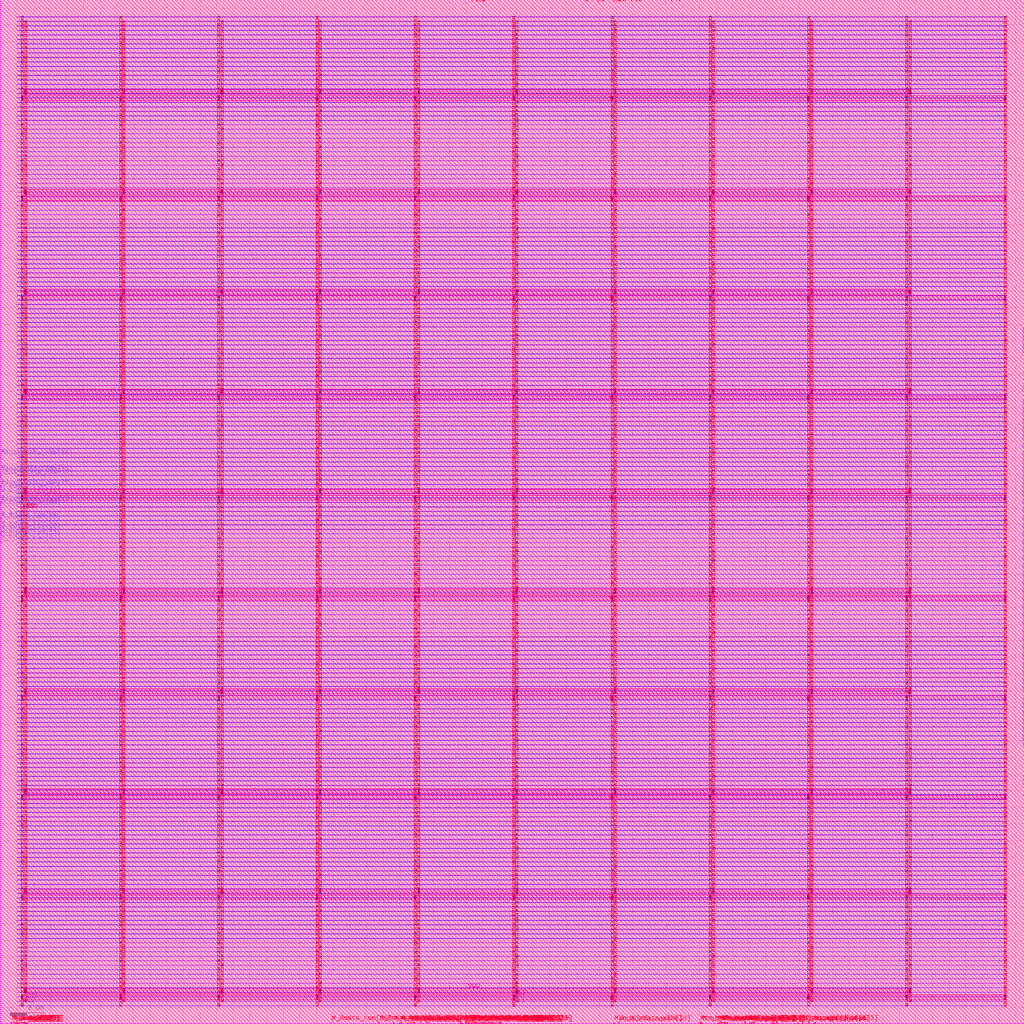
<source format=lef>
VERSION 5.8 ;
BUSBITCHARS "[]" ;
DIVIDERCHAR "/" ;
UNITS
    DATABASE MICRONS 1000 ;
END UNITS

VIA run_benchmark_via1_2_59454_18_1_1651_36_36
  VIARULE M2_M1 ;
  CUTSIZE 0.018 0.018 ;
  LAYERS M1 V1 M2 ;
  CUTSPACING 0.018 0.018 ;
  ENCLOSURE 0 0 0.002 0 ;
  ROWCOL 1 1651 ;
END run_benchmark_via1_2_59454_18_1_1651_36_36

VIA run_benchmark_VIA23_1_3_36_36
    LAYER M2 ;
      RECT  -0.05 -0.009 0.05 0.009 ;
    LAYER M3 ;
      RECT  -0.045 -0.014 0.045 0.014 ;
    LAYER V2 ;
      RECT  0.027 -0.009 0.045 0.009 ;
      RECT  -0.009 -0.009 0.009 0.009 ;
      RECT  -0.045 -0.009 -0.027 0.009 ;
END run_benchmark_VIA23_1_3_36_36

VIA run_benchmark_VIA34_1_2_58_52
    LAYER M3 ;
      RECT  -0.04 -0.017 0.04 0.017 ;
    LAYER M4 ;
      RECT  -0.046 -0.012 0.046 0.012 ;
    LAYER V3 ;
      RECT  0.017 -0.012 0.035 0.012 ;
      RECT  -0.035 -0.012 -0.017 0.012 ;
END run_benchmark_VIA34_1_2_58_52

VIA run_benchmark_VIA45_1_2_58_58
    LAYER M4 ;
      RECT  -0.052 -0.012 0.052 0.012 ;
    LAYER M5 ;
      RECT  -0.06 -0.023 0.06 0.023 ;
    LAYER V4 ;
      RECT  0.017 -0.012 0.041 0.012 ;
      RECT  -0.041 -0.012 -0.017 0.012 ;
END run_benchmark_VIA45_1_2_58_58

VIA run_benchmark_via5_6_120_288_1_2_58_322
  VIARULE M6_M5widePWR1p152 ;
  CUTSIZE 0.024 0.288 ;
  LAYERS M5 V5 M6 ;
  CUTSPACING 0.034 0.034 ;
  ENCLOSURE 0.019 0 0 0 ;
  ROWCOL 1 2 ;
END run_benchmark_via5_6_120_288_1_2_58_322

MACRO run_benchmark
  FOREIGN run_benchmark 0 0 ;
  CLASS BLOCK ;
  SIZE 61.515 BY 61.515 ;
  PIN VDD
    USE POWER ;
    DIRECTION INOUT ;
    PORT
      LAYER M6 ;
        RECT  1.458 55.833 54.714 56.121 ;
        RECT  1.458 49.833 54.714 50.121 ;
        RECT  1.458 43.833 54.714 44.121 ;
        RECT  1.458 37.833 54.714 38.121 ;
        RECT  1.458 31.833 54.714 32.121 ;
        RECT  1.458 25.833 54.714 26.121 ;
        RECT  1.458 19.833 54.714 20.121 ;
        RECT  1.458 13.833 54.714 14.121 ;
        RECT  1.458 7.833 54.714 8.121 ;
        RECT  1.458 1.833 54.714 2.121 ;
      LAYER M5 ;
        RECT  54.594 1.327 54.714 60.233 ;
        RECT  48.69 1.327 48.81 60.233 ;
        RECT  42.786 1.327 42.906 60.233 ;
        RECT  36.882 1.327 37.002 60.233 ;
        RECT  30.978 1.327 31.098 60.233 ;
        RECT  25.074 1.327 25.194 60.233 ;
        RECT  19.17 1.327 19.29 60.233 ;
        RECT  13.266 1.327 13.386 60.233 ;
        RECT  7.362 1.327 7.482 60.233 ;
        RECT  1.458 1.327 1.578 60.233 ;
      LAYER M2 ;
        RECT  1.026 60.201 60.48 60.219 ;
        RECT  1.026 59.661 60.48 59.679 ;
        RECT  1.026 59.121 60.48 59.139 ;
        RECT  1.026 58.581 60.48 58.599 ;
        RECT  1.026 58.041 60.48 58.059 ;
        RECT  1.026 57.501 60.48 57.519 ;
        RECT  1.026 56.961 60.48 56.979 ;
        RECT  1.026 56.421 60.48 56.439 ;
        RECT  1.026 55.881 60.48 55.899 ;
        RECT  1.026 55.341 60.48 55.359 ;
        RECT  1.026 54.801 60.48 54.819 ;
        RECT  1.026 54.261 60.48 54.279 ;
        RECT  1.026 53.721 60.48 53.739 ;
        RECT  1.026 53.181 60.48 53.199 ;
        RECT  1.026 52.641 60.48 52.659 ;
        RECT  1.026 52.101 60.48 52.119 ;
        RECT  1.026 51.561 60.48 51.579 ;
        RECT  1.026 51.021 60.48 51.039 ;
        RECT  1.026 50.481 60.48 50.499 ;
        RECT  1.026 49.941 60.48 49.959 ;
        RECT  1.026 49.401 60.48 49.419 ;
        RECT  1.026 48.861 60.48 48.879 ;
        RECT  1.026 48.321 60.48 48.339 ;
        RECT  1.026 47.781 60.48 47.799 ;
        RECT  1.026 47.241 60.48 47.259 ;
        RECT  1.026 46.701 60.48 46.719 ;
        RECT  1.026 46.161 60.48 46.179 ;
        RECT  1.026 45.621 60.48 45.639 ;
        RECT  1.026 45.081 60.48 45.099 ;
        RECT  1.026 44.541 60.48 44.559 ;
        RECT  1.026 44.001 60.48 44.019 ;
        RECT  1.026 43.461 60.48 43.479 ;
        RECT  1.026 42.921 60.48 42.939 ;
        RECT  1.026 42.381 60.48 42.399 ;
        RECT  1.026 41.841 60.48 41.859 ;
        RECT  1.026 41.301 60.48 41.319 ;
        RECT  1.026 40.761 60.48 40.779 ;
        RECT  1.026 40.221 60.48 40.239 ;
        RECT  1.026 39.681 60.48 39.699 ;
        RECT  1.026 39.141 60.48 39.159 ;
        RECT  1.026 38.601 60.48 38.619 ;
        RECT  1.026 38.061 60.48 38.079 ;
        RECT  1.026 37.521 60.48 37.539 ;
        RECT  1.026 36.981 60.48 36.999 ;
        RECT  1.026 36.441 60.48 36.459 ;
        RECT  1.026 35.901 60.48 35.919 ;
        RECT  1.026 35.361 60.48 35.379 ;
        RECT  1.026 34.821 60.48 34.839 ;
        RECT  1.026 34.281 60.48 34.299 ;
        RECT  1.026 33.741 60.48 33.759 ;
        RECT  1.026 33.201 60.48 33.219 ;
        RECT  1.026 32.661 60.48 32.679 ;
        RECT  1.026 32.121 60.48 32.139 ;
        RECT  1.026 31.581 60.48 31.599 ;
        RECT  1.026 31.041 60.48 31.059 ;
        RECT  1.026 30.501 60.48 30.519 ;
        RECT  1.026 29.961 60.48 29.979 ;
        RECT  1.026 29.421 60.48 29.439 ;
        RECT  1.026 28.881 60.48 28.899 ;
        RECT  1.026 28.341 60.48 28.359 ;
        RECT  1.026 27.801 60.48 27.819 ;
        RECT  1.026 27.261 60.48 27.279 ;
        RECT  1.026 26.721 60.48 26.739 ;
        RECT  1.026 26.181 60.48 26.199 ;
        RECT  1.026 25.641 60.48 25.659 ;
        RECT  1.026 25.101 60.48 25.119 ;
        RECT  1.026 24.561 60.48 24.579 ;
        RECT  1.026 24.021 60.48 24.039 ;
        RECT  1.026 23.481 60.48 23.499 ;
        RECT  1.026 22.941 60.48 22.959 ;
        RECT  1.026 22.401 60.48 22.419 ;
        RECT  1.026 21.861 60.48 21.879 ;
        RECT  1.026 21.321 60.48 21.339 ;
        RECT  1.026 20.781 60.48 20.799 ;
        RECT  1.026 20.241 60.48 20.259 ;
        RECT  1.026 19.701 60.48 19.719 ;
        RECT  1.026 19.161 60.48 19.179 ;
        RECT  1.026 18.621 60.48 18.639 ;
        RECT  1.026 18.081 60.48 18.099 ;
        RECT  1.026 17.541 60.48 17.559 ;
        RECT  1.026 17.001 60.48 17.019 ;
        RECT  1.026 16.461 60.48 16.479 ;
        RECT  1.026 15.921 60.48 15.939 ;
        RECT  1.026 15.381 60.48 15.399 ;
        RECT  1.026 14.841 60.48 14.859 ;
        RECT  1.026 14.301 60.48 14.319 ;
        RECT  1.026 13.761 60.48 13.779 ;
        RECT  1.026 13.221 60.48 13.239 ;
        RECT  1.026 12.681 60.48 12.699 ;
        RECT  1.026 12.141 60.48 12.159 ;
        RECT  1.026 11.601 60.48 11.619 ;
        RECT  1.026 11.061 60.48 11.079 ;
        RECT  1.026 10.521 60.48 10.539 ;
        RECT  1.026 9.981 60.48 9.999 ;
        RECT  1.026 9.441 60.48 9.459 ;
        RECT  1.026 8.901 60.48 8.919 ;
        RECT  1.026 8.361 60.48 8.379 ;
        RECT  1.026 7.821 60.48 7.839 ;
        RECT  1.026 7.281 60.48 7.299 ;
        RECT  1.026 6.741 60.48 6.759 ;
        RECT  1.026 6.201 60.48 6.219 ;
        RECT  1.026 5.661 60.48 5.679 ;
        RECT  1.026 5.121 60.48 5.139 ;
        RECT  1.026 4.581 60.48 4.599 ;
        RECT  1.026 4.041 60.48 4.059 ;
        RECT  1.026 3.501 60.48 3.519 ;
        RECT  1.026 2.961 60.48 2.979 ;
        RECT  1.026 2.421 60.48 2.439 ;
        RECT  1.026 1.881 60.48 1.899 ;
        RECT  1.026 1.341 60.48 1.359 ;
      LAYER M1 ;
        RECT  1.026 60.201 60.48 60.219 ;
        RECT  1.026 59.661 60.48 59.679 ;
        RECT  1.026 59.121 60.48 59.139 ;
        RECT  1.026 58.581 60.48 58.599 ;
        RECT  1.026 58.041 60.48 58.059 ;
        RECT  1.026 57.501 60.48 57.519 ;
        RECT  1.026 56.961 60.48 56.979 ;
        RECT  1.026 56.421 60.48 56.439 ;
        RECT  1.026 55.881 60.48 55.899 ;
        RECT  1.026 55.341 60.48 55.359 ;
        RECT  1.026 54.801 60.48 54.819 ;
        RECT  1.026 54.261 60.48 54.279 ;
        RECT  1.026 53.721 60.48 53.739 ;
        RECT  1.026 53.181 60.48 53.199 ;
        RECT  1.026 52.641 60.48 52.659 ;
        RECT  1.026 52.101 60.48 52.119 ;
        RECT  1.026 51.561 60.48 51.579 ;
        RECT  1.026 51.021 60.48 51.039 ;
        RECT  1.026 50.481 60.48 50.499 ;
        RECT  1.026 49.941 60.48 49.959 ;
        RECT  1.026 49.401 60.48 49.419 ;
        RECT  1.026 48.861 60.48 48.879 ;
        RECT  1.026 48.321 60.48 48.339 ;
        RECT  1.026 47.781 60.48 47.799 ;
        RECT  1.026 47.241 60.48 47.259 ;
        RECT  1.026 46.701 60.48 46.719 ;
        RECT  1.026 46.161 60.48 46.179 ;
        RECT  1.026 45.621 60.48 45.639 ;
        RECT  1.026 45.081 60.48 45.099 ;
        RECT  1.026 44.541 60.48 44.559 ;
        RECT  1.026 44.001 60.48 44.019 ;
        RECT  1.026 43.461 60.48 43.479 ;
        RECT  1.026 42.921 60.48 42.939 ;
        RECT  1.026 42.381 60.48 42.399 ;
        RECT  1.026 41.841 60.48 41.859 ;
        RECT  1.026 41.301 60.48 41.319 ;
        RECT  1.026 40.761 60.48 40.779 ;
        RECT  1.026 40.221 60.48 40.239 ;
        RECT  1.026 39.681 60.48 39.699 ;
        RECT  1.026 39.141 60.48 39.159 ;
        RECT  1.026 38.601 60.48 38.619 ;
        RECT  1.026 38.061 60.48 38.079 ;
        RECT  1.026 37.521 60.48 37.539 ;
        RECT  1.026 36.981 60.48 36.999 ;
        RECT  1.026 36.441 60.48 36.459 ;
        RECT  1.026 35.901 60.48 35.919 ;
        RECT  1.026 35.361 60.48 35.379 ;
        RECT  1.026 34.821 60.48 34.839 ;
        RECT  1.026 34.281 60.48 34.299 ;
        RECT  1.026 33.741 60.48 33.759 ;
        RECT  1.026 33.201 60.48 33.219 ;
        RECT  1.026 32.661 60.48 32.679 ;
        RECT  1.026 32.121 60.48 32.139 ;
        RECT  1.026 31.581 60.48 31.599 ;
        RECT  1.026 31.041 60.48 31.059 ;
        RECT  1.026 30.501 60.48 30.519 ;
        RECT  1.026 29.961 60.48 29.979 ;
        RECT  1.026 29.421 60.48 29.439 ;
        RECT  1.026 28.881 60.48 28.899 ;
        RECT  1.026 28.341 60.48 28.359 ;
        RECT  1.026 27.801 60.48 27.819 ;
        RECT  1.026 27.261 60.48 27.279 ;
        RECT  1.026 26.721 60.48 26.739 ;
        RECT  1.026 26.181 60.48 26.199 ;
        RECT  1.026 25.641 60.48 25.659 ;
        RECT  1.026 25.101 60.48 25.119 ;
        RECT  1.026 24.561 60.48 24.579 ;
        RECT  1.026 24.021 60.48 24.039 ;
        RECT  1.026 23.481 60.48 23.499 ;
        RECT  1.026 22.941 60.48 22.959 ;
        RECT  1.026 22.401 60.48 22.419 ;
        RECT  1.026 21.861 60.48 21.879 ;
        RECT  1.026 21.321 60.48 21.339 ;
        RECT  1.026 20.781 60.48 20.799 ;
        RECT  1.026 20.241 60.48 20.259 ;
        RECT  1.026 19.701 60.48 19.719 ;
        RECT  1.026 19.161 60.48 19.179 ;
        RECT  1.026 18.621 60.48 18.639 ;
        RECT  1.026 18.081 60.48 18.099 ;
        RECT  1.026 17.541 60.48 17.559 ;
        RECT  1.026 17.001 60.48 17.019 ;
        RECT  1.026 16.461 60.48 16.479 ;
        RECT  1.026 15.921 60.48 15.939 ;
        RECT  1.026 15.381 60.48 15.399 ;
        RECT  1.026 14.841 60.48 14.859 ;
        RECT  1.026 14.301 60.48 14.319 ;
        RECT  1.026 13.761 60.48 13.779 ;
        RECT  1.026 13.221 60.48 13.239 ;
        RECT  1.026 12.681 60.48 12.699 ;
        RECT  1.026 12.141 60.48 12.159 ;
        RECT  1.026 11.601 60.48 11.619 ;
        RECT  1.026 11.061 60.48 11.079 ;
        RECT  1.026 10.521 60.48 10.539 ;
        RECT  1.026 9.981 60.48 9.999 ;
        RECT  1.026 9.441 60.48 9.459 ;
        RECT  1.026 8.901 60.48 8.919 ;
        RECT  1.026 8.361 60.48 8.379 ;
        RECT  1.026 7.821 60.48 7.839 ;
        RECT  1.026 7.281 60.48 7.299 ;
        RECT  1.026 6.741 60.48 6.759 ;
        RECT  1.026 6.201 60.48 6.219 ;
        RECT  1.026 5.661 60.48 5.679 ;
        RECT  1.026 5.121 60.48 5.139 ;
        RECT  1.026 4.581 60.48 4.599 ;
        RECT  1.026 4.041 60.48 4.059 ;
        RECT  1.026 3.501 60.48 3.519 ;
        RECT  1.026 2.961 60.48 2.979 ;
        RECT  1.026 2.421 60.48 2.439 ;
        RECT  1.026 1.881 60.48 1.899 ;
        RECT  1.026 1.341 60.48 1.359 ;
      VIA 54.654 55.977 run_benchmark_via5_6_120_288_1_2_58_322 ;
      VIA 54.654 49.977 run_benchmark_via5_6_120_288_1_2_58_322 ;
      VIA 54.654 43.977 run_benchmark_via5_6_120_288_1_2_58_322 ;
      VIA 54.654 37.977 run_benchmark_via5_6_120_288_1_2_58_322 ;
      VIA 54.654 31.977 run_benchmark_via5_6_120_288_1_2_58_322 ;
      VIA 54.654 25.977 run_benchmark_via5_6_120_288_1_2_58_322 ;
      VIA 54.654 19.977 run_benchmark_via5_6_120_288_1_2_58_322 ;
      VIA 54.654 13.977 run_benchmark_via5_6_120_288_1_2_58_322 ;
      VIA 54.654 7.977 run_benchmark_via5_6_120_288_1_2_58_322 ;
      VIA 54.654 1.977 run_benchmark_via5_6_120_288_1_2_58_322 ;
      VIA 48.75 55.977 run_benchmark_via5_6_120_288_1_2_58_322 ;
      VIA 48.75 49.977 run_benchmark_via5_6_120_288_1_2_58_322 ;
      VIA 48.75 43.977 run_benchmark_via5_6_120_288_1_2_58_322 ;
      VIA 48.75 37.977 run_benchmark_via5_6_120_288_1_2_58_322 ;
      VIA 48.75 31.977 run_benchmark_via5_6_120_288_1_2_58_322 ;
      VIA 48.75 25.977 run_benchmark_via5_6_120_288_1_2_58_322 ;
      VIA 48.75 19.977 run_benchmark_via5_6_120_288_1_2_58_322 ;
      VIA 48.75 13.977 run_benchmark_via5_6_120_288_1_2_58_322 ;
      VIA 48.75 7.977 run_benchmark_via5_6_120_288_1_2_58_322 ;
      VIA 48.75 1.977 run_benchmark_via5_6_120_288_1_2_58_322 ;
      VIA 42.846 55.977 run_benchmark_via5_6_120_288_1_2_58_322 ;
      VIA 42.846 49.977 run_benchmark_via5_6_120_288_1_2_58_322 ;
      VIA 42.846 43.977 run_benchmark_via5_6_120_288_1_2_58_322 ;
      VIA 42.846 37.977 run_benchmark_via5_6_120_288_1_2_58_322 ;
      VIA 42.846 31.977 run_benchmark_via5_6_120_288_1_2_58_322 ;
      VIA 42.846 25.977 run_benchmark_via5_6_120_288_1_2_58_322 ;
      VIA 42.846 19.977 run_benchmark_via5_6_120_288_1_2_58_322 ;
      VIA 42.846 13.977 run_benchmark_via5_6_120_288_1_2_58_322 ;
      VIA 42.846 7.977 run_benchmark_via5_6_120_288_1_2_58_322 ;
      VIA 42.846 1.977 run_benchmark_via5_6_120_288_1_2_58_322 ;
      VIA 36.942 55.977 run_benchmark_via5_6_120_288_1_2_58_322 ;
      VIA 36.942 49.977 run_benchmark_via5_6_120_288_1_2_58_322 ;
      VIA 36.942 43.977 run_benchmark_via5_6_120_288_1_2_58_322 ;
      VIA 36.942 37.977 run_benchmark_via5_6_120_288_1_2_58_322 ;
      VIA 36.942 31.977 run_benchmark_via5_6_120_288_1_2_58_322 ;
      VIA 36.942 25.977 run_benchmark_via5_6_120_288_1_2_58_322 ;
      VIA 36.942 19.977 run_benchmark_via5_6_120_288_1_2_58_322 ;
      VIA 36.942 13.977 run_benchmark_via5_6_120_288_1_2_58_322 ;
      VIA 36.942 7.977 run_benchmark_via5_6_120_288_1_2_58_322 ;
      VIA 36.942 1.977 run_benchmark_via5_6_120_288_1_2_58_322 ;
      VIA 31.038 55.977 run_benchmark_via5_6_120_288_1_2_58_322 ;
      VIA 31.038 49.977 run_benchmark_via5_6_120_288_1_2_58_322 ;
      VIA 31.038 43.977 run_benchmark_via5_6_120_288_1_2_58_322 ;
      VIA 31.038 37.977 run_benchmark_via5_6_120_288_1_2_58_322 ;
      VIA 31.038 31.977 run_benchmark_via5_6_120_288_1_2_58_322 ;
      VIA 31.038 25.977 run_benchmark_via5_6_120_288_1_2_58_322 ;
      VIA 31.038 19.977 run_benchmark_via5_6_120_288_1_2_58_322 ;
      VIA 31.038 13.977 run_benchmark_via5_6_120_288_1_2_58_322 ;
      VIA 31.038 7.977 run_benchmark_via5_6_120_288_1_2_58_322 ;
      VIA 31.038 1.977 run_benchmark_via5_6_120_288_1_2_58_322 ;
      VIA 25.134 55.977 run_benchmark_via5_6_120_288_1_2_58_322 ;
      VIA 25.134 49.977 run_benchmark_via5_6_120_288_1_2_58_322 ;
      VIA 25.134 43.977 run_benchmark_via5_6_120_288_1_2_58_322 ;
      VIA 25.134 37.977 run_benchmark_via5_6_120_288_1_2_58_322 ;
      VIA 25.134 31.977 run_benchmark_via5_6_120_288_1_2_58_322 ;
      VIA 25.134 25.977 run_benchmark_via5_6_120_288_1_2_58_322 ;
      VIA 25.134 19.977 run_benchmark_via5_6_120_288_1_2_58_322 ;
      VIA 25.134 13.977 run_benchmark_via5_6_120_288_1_2_58_322 ;
      VIA 25.134 7.977 run_benchmark_via5_6_120_288_1_2_58_322 ;
      VIA 25.134 1.977 run_benchmark_via5_6_120_288_1_2_58_322 ;
      VIA 19.23 55.977 run_benchmark_via5_6_120_288_1_2_58_322 ;
      VIA 19.23 49.977 run_benchmark_via5_6_120_288_1_2_58_322 ;
      VIA 19.23 43.977 run_benchmark_via5_6_120_288_1_2_58_322 ;
      VIA 19.23 37.977 run_benchmark_via5_6_120_288_1_2_58_322 ;
      VIA 19.23 31.977 run_benchmark_via5_6_120_288_1_2_58_322 ;
      VIA 19.23 25.977 run_benchmark_via5_6_120_288_1_2_58_322 ;
      VIA 19.23 19.977 run_benchmark_via5_6_120_288_1_2_58_322 ;
      VIA 19.23 13.977 run_benchmark_via5_6_120_288_1_2_58_322 ;
      VIA 19.23 7.977 run_benchmark_via5_6_120_288_1_2_58_322 ;
      VIA 19.23 1.977 run_benchmark_via5_6_120_288_1_2_58_322 ;
      VIA 13.326 55.977 run_benchmark_via5_6_120_288_1_2_58_322 ;
      VIA 13.326 49.977 run_benchmark_via5_6_120_288_1_2_58_322 ;
      VIA 13.326 43.977 run_benchmark_via5_6_120_288_1_2_58_322 ;
      VIA 13.326 37.977 run_benchmark_via5_6_120_288_1_2_58_322 ;
      VIA 13.326 31.977 run_benchmark_via5_6_120_288_1_2_58_322 ;
      VIA 13.326 25.977 run_benchmark_via5_6_120_288_1_2_58_322 ;
      VIA 13.326 19.977 run_benchmark_via5_6_120_288_1_2_58_322 ;
      VIA 13.326 13.977 run_benchmark_via5_6_120_288_1_2_58_322 ;
      VIA 13.326 7.977 run_benchmark_via5_6_120_288_1_2_58_322 ;
      VIA 13.326 1.977 run_benchmark_via5_6_120_288_1_2_58_322 ;
      VIA 7.422 55.977 run_benchmark_via5_6_120_288_1_2_58_322 ;
      VIA 7.422 49.977 run_benchmark_via5_6_120_288_1_2_58_322 ;
      VIA 7.422 43.977 run_benchmark_via5_6_120_288_1_2_58_322 ;
      VIA 7.422 37.977 run_benchmark_via5_6_120_288_1_2_58_322 ;
      VIA 7.422 31.977 run_benchmark_via5_6_120_288_1_2_58_322 ;
      VIA 7.422 25.977 run_benchmark_via5_6_120_288_1_2_58_322 ;
      VIA 7.422 19.977 run_benchmark_via5_6_120_288_1_2_58_322 ;
      VIA 7.422 13.977 run_benchmark_via5_6_120_288_1_2_58_322 ;
      VIA 7.422 7.977 run_benchmark_via5_6_120_288_1_2_58_322 ;
      VIA 7.422 1.977 run_benchmark_via5_6_120_288_1_2_58_322 ;
      VIA 1.518 55.977 run_benchmark_via5_6_120_288_1_2_58_322 ;
      VIA 1.518 49.977 run_benchmark_via5_6_120_288_1_2_58_322 ;
      VIA 1.518 43.977 run_benchmark_via5_6_120_288_1_2_58_322 ;
      VIA 1.518 37.977 run_benchmark_via5_6_120_288_1_2_58_322 ;
      VIA 1.518 31.977 run_benchmark_via5_6_120_288_1_2_58_322 ;
      VIA 1.518 25.977 run_benchmark_via5_6_120_288_1_2_58_322 ;
      VIA 1.518 19.977 run_benchmark_via5_6_120_288_1_2_58_322 ;
      VIA 1.518 13.977 run_benchmark_via5_6_120_288_1_2_58_322 ;
      VIA 1.518 7.977 run_benchmark_via5_6_120_288_1_2_58_322 ;
      VIA 1.518 1.977 run_benchmark_via5_6_120_288_1_2_58_322 ;
      VIA 54.654 60.21 run_benchmark_VIA45_1_2_58_58 ;
      LAYER M3 ;
        RECT  54.609 60.193 54.699 60.227 ;
      VIA 54.654 60.21 run_benchmark_VIA34_1_2_58_52 ;
      VIA 54.654 60.21 run_benchmark_VIA23_1_3_36_36 ;
      VIA 54.654 59.67 run_benchmark_VIA45_1_2_58_58 ;
      LAYER M3 ;
        RECT  54.609 59.653 54.699 59.687 ;
      VIA 54.654 59.67 run_benchmark_VIA34_1_2_58_52 ;
      VIA 54.654 59.67 run_benchmark_VIA23_1_3_36_36 ;
      VIA 54.654 59.13 run_benchmark_VIA45_1_2_58_58 ;
      LAYER M3 ;
        RECT  54.609 59.113 54.699 59.147 ;
      VIA 54.654 59.13 run_benchmark_VIA34_1_2_58_52 ;
      VIA 54.654 59.13 run_benchmark_VIA23_1_3_36_36 ;
      VIA 54.654 58.59 run_benchmark_VIA45_1_2_58_58 ;
      LAYER M3 ;
        RECT  54.609 58.573 54.699 58.607 ;
      VIA 54.654 58.59 run_benchmark_VIA34_1_2_58_52 ;
      VIA 54.654 58.59 run_benchmark_VIA23_1_3_36_36 ;
      VIA 54.654 58.05 run_benchmark_VIA45_1_2_58_58 ;
      LAYER M3 ;
        RECT  54.609 58.033 54.699 58.067 ;
      VIA 54.654 58.05 run_benchmark_VIA34_1_2_58_52 ;
      VIA 54.654 58.05 run_benchmark_VIA23_1_3_36_36 ;
      VIA 54.654 57.51 run_benchmark_VIA45_1_2_58_58 ;
      LAYER M3 ;
        RECT  54.609 57.493 54.699 57.527 ;
      VIA 54.654 57.51 run_benchmark_VIA34_1_2_58_52 ;
      VIA 54.654 57.51 run_benchmark_VIA23_1_3_36_36 ;
      VIA 54.654 56.97 run_benchmark_VIA45_1_2_58_58 ;
      LAYER M3 ;
        RECT  54.609 56.953 54.699 56.987 ;
      VIA 54.654 56.97 run_benchmark_VIA34_1_2_58_52 ;
      VIA 54.654 56.97 run_benchmark_VIA23_1_3_36_36 ;
      VIA 54.654 56.43 run_benchmark_VIA45_1_2_58_58 ;
      LAYER M3 ;
        RECT  54.609 56.413 54.699 56.447 ;
      VIA 54.654 56.43 run_benchmark_VIA34_1_2_58_52 ;
      VIA 54.654 56.43 run_benchmark_VIA23_1_3_36_36 ;
      VIA 54.654 55.89 run_benchmark_VIA45_1_2_58_58 ;
      LAYER M3 ;
        RECT  54.609 55.873 54.699 55.907 ;
      VIA 54.654 55.89 run_benchmark_VIA34_1_2_58_52 ;
      VIA 54.654 55.89 run_benchmark_VIA23_1_3_36_36 ;
      VIA 54.654 55.35 run_benchmark_VIA45_1_2_58_58 ;
      LAYER M3 ;
        RECT  54.609 55.333 54.699 55.367 ;
      VIA 54.654 55.35 run_benchmark_VIA34_1_2_58_52 ;
      VIA 54.654 55.35 run_benchmark_VIA23_1_3_36_36 ;
      VIA 54.654 54.81 run_benchmark_VIA45_1_2_58_58 ;
      LAYER M3 ;
        RECT  54.609 54.793 54.699 54.827 ;
      VIA 54.654 54.81 run_benchmark_VIA34_1_2_58_52 ;
      VIA 54.654 54.81 run_benchmark_VIA23_1_3_36_36 ;
      VIA 54.654 54.27 run_benchmark_VIA45_1_2_58_58 ;
      LAYER M3 ;
        RECT  54.609 54.253 54.699 54.287 ;
      VIA 54.654 54.27 run_benchmark_VIA34_1_2_58_52 ;
      VIA 54.654 54.27 run_benchmark_VIA23_1_3_36_36 ;
      VIA 54.654 53.73 run_benchmark_VIA45_1_2_58_58 ;
      LAYER M3 ;
        RECT  54.609 53.713 54.699 53.747 ;
      VIA 54.654 53.73 run_benchmark_VIA34_1_2_58_52 ;
      VIA 54.654 53.73 run_benchmark_VIA23_1_3_36_36 ;
      VIA 54.654 53.19 run_benchmark_VIA45_1_2_58_58 ;
      LAYER M3 ;
        RECT  54.609 53.173 54.699 53.207 ;
      VIA 54.654 53.19 run_benchmark_VIA34_1_2_58_52 ;
      VIA 54.654 53.19 run_benchmark_VIA23_1_3_36_36 ;
      VIA 54.654 52.65 run_benchmark_VIA45_1_2_58_58 ;
      LAYER M3 ;
        RECT  54.609 52.633 54.699 52.667 ;
      VIA 54.654 52.65 run_benchmark_VIA34_1_2_58_52 ;
      VIA 54.654 52.65 run_benchmark_VIA23_1_3_36_36 ;
      VIA 54.654 52.11 run_benchmark_VIA45_1_2_58_58 ;
      LAYER M3 ;
        RECT  54.609 52.093 54.699 52.127 ;
      VIA 54.654 52.11 run_benchmark_VIA34_1_2_58_52 ;
      VIA 54.654 52.11 run_benchmark_VIA23_1_3_36_36 ;
      VIA 54.654 51.57 run_benchmark_VIA45_1_2_58_58 ;
      LAYER M3 ;
        RECT  54.609 51.553 54.699 51.587 ;
      VIA 54.654 51.57 run_benchmark_VIA34_1_2_58_52 ;
      VIA 54.654 51.57 run_benchmark_VIA23_1_3_36_36 ;
      VIA 54.654 51.03 run_benchmark_VIA45_1_2_58_58 ;
      LAYER M3 ;
        RECT  54.609 51.013 54.699 51.047 ;
      VIA 54.654 51.03 run_benchmark_VIA34_1_2_58_52 ;
      VIA 54.654 51.03 run_benchmark_VIA23_1_3_36_36 ;
      VIA 54.654 50.49 run_benchmark_VIA45_1_2_58_58 ;
      LAYER M3 ;
        RECT  54.609 50.473 54.699 50.507 ;
      VIA 54.654 50.49 run_benchmark_VIA34_1_2_58_52 ;
      VIA 54.654 50.49 run_benchmark_VIA23_1_3_36_36 ;
      VIA 54.654 49.95 run_benchmark_VIA45_1_2_58_58 ;
      LAYER M3 ;
        RECT  54.609 49.933 54.699 49.967 ;
      VIA 54.654 49.95 run_benchmark_VIA34_1_2_58_52 ;
      VIA 54.654 49.95 run_benchmark_VIA23_1_3_36_36 ;
      VIA 54.654 49.41 run_benchmark_VIA45_1_2_58_58 ;
      LAYER M3 ;
        RECT  54.609 49.393 54.699 49.427 ;
      VIA 54.654 49.41 run_benchmark_VIA34_1_2_58_52 ;
      VIA 54.654 49.41 run_benchmark_VIA23_1_3_36_36 ;
      VIA 54.654 48.87 run_benchmark_VIA45_1_2_58_58 ;
      LAYER M3 ;
        RECT  54.609 48.853 54.699 48.887 ;
      VIA 54.654 48.87 run_benchmark_VIA34_1_2_58_52 ;
      VIA 54.654 48.87 run_benchmark_VIA23_1_3_36_36 ;
      VIA 54.654 48.33 run_benchmark_VIA45_1_2_58_58 ;
      LAYER M3 ;
        RECT  54.609 48.313 54.699 48.347 ;
      VIA 54.654 48.33 run_benchmark_VIA34_1_2_58_52 ;
      VIA 54.654 48.33 run_benchmark_VIA23_1_3_36_36 ;
      VIA 54.654 47.79 run_benchmark_VIA45_1_2_58_58 ;
      LAYER M3 ;
        RECT  54.609 47.773 54.699 47.807 ;
      VIA 54.654 47.79 run_benchmark_VIA34_1_2_58_52 ;
      VIA 54.654 47.79 run_benchmark_VIA23_1_3_36_36 ;
      VIA 54.654 47.25 run_benchmark_VIA45_1_2_58_58 ;
      LAYER M3 ;
        RECT  54.609 47.233 54.699 47.267 ;
      VIA 54.654 47.25 run_benchmark_VIA34_1_2_58_52 ;
      VIA 54.654 47.25 run_benchmark_VIA23_1_3_36_36 ;
      VIA 54.654 46.71 run_benchmark_VIA45_1_2_58_58 ;
      LAYER M3 ;
        RECT  54.609 46.693 54.699 46.727 ;
      VIA 54.654 46.71 run_benchmark_VIA34_1_2_58_52 ;
      VIA 54.654 46.71 run_benchmark_VIA23_1_3_36_36 ;
      VIA 54.654 46.17 run_benchmark_VIA45_1_2_58_58 ;
      LAYER M3 ;
        RECT  54.609 46.153 54.699 46.187 ;
      VIA 54.654 46.17 run_benchmark_VIA34_1_2_58_52 ;
      VIA 54.654 46.17 run_benchmark_VIA23_1_3_36_36 ;
      VIA 54.654 45.63 run_benchmark_VIA45_1_2_58_58 ;
      LAYER M3 ;
        RECT  54.609 45.613 54.699 45.647 ;
      VIA 54.654 45.63 run_benchmark_VIA34_1_2_58_52 ;
      VIA 54.654 45.63 run_benchmark_VIA23_1_3_36_36 ;
      VIA 54.654 45.09 run_benchmark_VIA45_1_2_58_58 ;
      LAYER M3 ;
        RECT  54.609 45.073 54.699 45.107 ;
      VIA 54.654 45.09 run_benchmark_VIA34_1_2_58_52 ;
      VIA 54.654 45.09 run_benchmark_VIA23_1_3_36_36 ;
      VIA 54.654 44.55 run_benchmark_VIA45_1_2_58_58 ;
      LAYER M3 ;
        RECT  54.609 44.533 54.699 44.567 ;
      VIA 54.654 44.55 run_benchmark_VIA34_1_2_58_52 ;
      VIA 54.654 44.55 run_benchmark_VIA23_1_3_36_36 ;
      VIA 54.654 44.01 run_benchmark_VIA45_1_2_58_58 ;
      LAYER M3 ;
        RECT  54.609 43.993 54.699 44.027 ;
      VIA 54.654 44.01 run_benchmark_VIA34_1_2_58_52 ;
      VIA 54.654 44.01 run_benchmark_VIA23_1_3_36_36 ;
      VIA 54.654 43.47 run_benchmark_VIA45_1_2_58_58 ;
      LAYER M3 ;
        RECT  54.609 43.453 54.699 43.487 ;
      VIA 54.654 43.47 run_benchmark_VIA34_1_2_58_52 ;
      VIA 54.654 43.47 run_benchmark_VIA23_1_3_36_36 ;
      VIA 54.654 42.93 run_benchmark_VIA45_1_2_58_58 ;
      LAYER M3 ;
        RECT  54.609 42.913 54.699 42.947 ;
      VIA 54.654 42.93 run_benchmark_VIA34_1_2_58_52 ;
      VIA 54.654 42.93 run_benchmark_VIA23_1_3_36_36 ;
      VIA 54.654 42.39 run_benchmark_VIA45_1_2_58_58 ;
      LAYER M3 ;
        RECT  54.609 42.373 54.699 42.407 ;
      VIA 54.654 42.39 run_benchmark_VIA34_1_2_58_52 ;
      VIA 54.654 42.39 run_benchmark_VIA23_1_3_36_36 ;
      VIA 54.654 41.85 run_benchmark_VIA45_1_2_58_58 ;
      LAYER M3 ;
        RECT  54.609 41.833 54.699 41.867 ;
      VIA 54.654 41.85 run_benchmark_VIA34_1_2_58_52 ;
      VIA 54.654 41.85 run_benchmark_VIA23_1_3_36_36 ;
      VIA 54.654 41.31 run_benchmark_VIA45_1_2_58_58 ;
      LAYER M3 ;
        RECT  54.609 41.293 54.699 41.327 ;
      VIA 54.654 41.31 run_benchmark_VIA34_1_2_58_52 ;
      VIA 54.654 41.31 run_benchmark_VIA23_1_3_36_36 ;
      VIA 54.654 40.77 run_benchmark_VIA45_1_2_58_58 ;
      LAYER M3 ;
        RECT  54.609 40.753 54.699 40.787 ;
      VIA 54.654 40.77 run_benchmark_VIA34_1_2_58_52 ;
      VIA 54.654 40.77 run_benchmark_VIA23_1_3_36_36 ;
      VIA 54.654 40.23 run_benchmark_VIA45_1_2_58_58 ;
      LAYER M3 ;
        RECT  54.609 40.213 54.699 40.247 ;
      VIA 54.654 40.23 run_benchmark_VIA34_1_2_58_52 ;
      VIA 54.654 40.23 run_benchmark_VIA23_1_3_36_36 ;
      VIA 54.654 39.69 run_benchmark_VIA45_1_2_58_58 ;
      LAYER M3 ;
        RECT  54.609 39.673 54.699 39.707 ;
      VIA 54.654 39.69 run_benchmark_VIA34_1_2_58_52 ;
      VIA 54.654 39.69 run_benchmark_VIA23_1_3_36_36 ;
      VIA 54.654 39.15 run_benchmark_VIA45_1_2_58_58 ;
      LAYER M3 ;
        RECT  54.609 39.133 54.699 39.167 ;
      VIA 54.654 39.15 run_benchmark_VIA34_1_2_58_52 ;
      VIA 54.654 39.15 run_benchmark_VIA23_1_3_36_36 ;
      VIA 54.654 38.61 run_benchmark_VIA45_1_2_58_58 ;
      LAYER M3 ;
        RECT  54.609 38.593 54.699 38.627 ;
      VIA 54.654 38.61 run_benchmark_VIA34_1_2_58_52 ;
      VIA 54.654 38.61 run_benchmark_VIA23_1_3_36_36 ;
      VIA 54.654 38.07 run_benchmark_VIA45_1_2_58_58 ;
      LAYER M3 ;
        RECT  54.609 38.053 54.699 38.087 ;
      VIA 54.654 38.07 run_benchmark_VIA34_1_2_58_52 ;
      VIA 54.654 38.07 run_benchmark_VIA23_1_3_36_36 ;
      VIA 54.654 37.53 run_benchmark_VIA45_1_2_58_58 ;
      LAYER M3 ;
        RECT  54.609 37.513 54.699 37.547 ;
      VIA 54.654 37.53 run_benchmark_VIA34_1_2_58_52 ;
      VIA 54.654 37.53 run_benchmark_VIA23_1_3_36_36 ;
      VIA 54.654 36.99 run_benchmark_VIA45_1_2_58_58 ;
      LAYER M3 ;
        RECT  54.609 36.973 54.699 37.007 ;
      VIA 54.654 36.99 run_benchmark_VIA34_1_2_58_52 ;
      VIA 54.654 36.99 run_benchmark_VIA23_1_3_36_36 ;
      VIA 54.654 36.45 run_benchmark_VIA45_1_2_58_58 ;
      LAYER M3 ;
        RECT  54.609 36.433 54.699 36.467 ;
      VIA 54.654 36.45 run_benchmark_VIA34_1_2_58_52 ;
      VIA 54.654 36.45 run_benchmark_VIA23_1_3_36_36 ;
      VIA 54.654 35.91 run_benchmark_VIA45_1_2_58_58 ;
      LAYER M3 ;
        RECT  54.609 35.893 54.699 35.927 ;
      VIA 54.654 35.91 run_benchmark_VIA34_1_2_58_52 ;
      VIA 54.654 35.91 run_benchmark_VIA23_1_3_36_36 ;
      VIA 54.654 35.37 run_benchmark_VIA45_1_2_58_58 ;
      LAYER M3 ;
        RECT  54.609 35.353 54.699 35.387 ;
      VIA 54.654 35.37 run_benchmark_VIA34_1_2_58_52 ;
      VIA 54.654 35.37 run_benchmark_VIA23_1_3_36_36 ;
      VIA 54.654 34.83 run_benchmark_VIA45_1_2_58_58 ;
      LAYER M3 ;
        RECT  54.609 34.813 54.699 34.847 ;
      VIA 54.654 34.83 run_benchmark_VIA34_1_2_58_52 ;
      VIA 54.654 34.83 run_benchmark_VIA23_1_3_36_36 ;
      VIA 54.654 34.29 run_benchmark_VIA45_1_2_58_58 ;
      LAYER M3 ;
        RECT  54.609 34.273 54.699 34.307 ;
      VIA 54.654 34.29 run_benchmark_VIA34_1_2_58_52 ;
      VIA 54.654 34.29 run_benchmark_VIA23_1_3_36_36 ;
      VIA 54.654 33.75 run_benchmark_VIA45_1_2_58_58 ;
      LAYER M3 ;
        RECT  54.609 33.733 54.699 33.767 ;
      VIA 54.654 33.75 run_benchmark_VIA34_1_2_58_52 ;
      VIA 54.654 33.75 run_benchmark_VIA23_1_3_36_36 ;
      VIA 54.654 33.21 run_benchmark_VIA45_1_2_58_58 ;
      LAYER M3 ;
        RECT  54.609 33.193 54.699 33.227 ;
      VIA 54.654 33.21 run_benchmark_VIA34_1_2_58_52 ;
      VIA 54.654 33.21 run_benchmark_VIA23_1_3_36_36 ;
      VIA 54.654 32.67 run_benchmark_VIA45_1_2_58_58 ;
      LAYER M3 ;
        RECT  54.609 32.653 54.699 32.687 ;
      VIA 54.654 32.67 run_benchmark_VIA34_1_2_58_52 ;
      VIA 54.654 32.67 run_benchmark_VIA23_1_3_36_36 ;
      VIA 54.654 32.13 run_benchmark_VIA45_1_2_58_58 ;
      LAYER M3 ;
        RECT  54.609 32.113 54.699 32.147 ;
      VIA 54.654 32.13 run_benchmark_VIA34_1_2_58_52 ;
      VIA 54.654 32.13 run_benchmark_VIA23_1_3_36_36 ;
      VIA 54.654 31.59 run_benchmark_VIA45_1_2_58_58 ;
      LAYER M3 ;
        RECT  54.609 31.573 54.699 31.607 ;
      VIA 54.654 31.59 run_benchmark_VIA34_1_2_58_52 ;
      VIA 54.654 31.59 run_benchmark_VIA23_1_3_36_36 ;
      VIA 54.654 31.05 run_benchmark_VIA45_1_2_58_58 ;
      LAYER M3 ;
        RECT  54.609 31.033 54.699 31.067 ;
      VIA 54.654 31.05 run_benchmark_VIA34_1_2_58_52 ;
      VIA 54.654 31.05 run_benchmark_VIA23_1_3_36_36 ;
      VIA 54.654 30.51 run_benchmark_VIA45_1_2_58_58 ;
      LAYER M3 ;
        RECT  54.609 30.493 54.699 30.527 ;
      VIA 54.654 30.51 run_benchmark_VIA34_1_2_58_52 ;
      VIA 54.654 30.51 run_benchmark_VIA23_1_3_36_36 ;
      VIA 54.654 29.97 run_benchmark_VIA45_1_2_58_58 ;
      LAYER M3 ;
        RECT  54.609 29.953 54.699 29.987 ;
      VIA 54.654 29.97 run_benchmark_VIA34_1_2_58_52 ;
      VIA 54.654 29.97 run_benchmark_VIA23_1_3_36_36 ;
      VIA 54.654 29.43 run_benchmark_VIA45_1_2_58_58 ;
      LAYER M3 ;
        RECT  54.609 29.413 54.699 29.447 ;
      VIA 54.654 29.43 run_benchmark_VIA34_1_2_58_52 ;
      VIA 54.654 29.43 run_benchmark_VIA23_1_3_36_36 ;
      VIA 54.654 28.89 run_benchmark_VIA45_1_2_58_58 ;
      LAYER M3 ;
        RECT  54.609 28.873 54.699 28.907 ;
      VIA 54.654 28.89 run_benchmark_VIA34_1_2_58_52 ;
      VIA 54.654 28.89 run_benchmark_VIA23_1_3_36_36 ;
      VIA 54.654 28.35 run_benchmark_VIA45_1_2_58_58 ;
      LAYER M3 ;
        RECT  54.609 28.333 54.699 28.367 ;
      VIA 54.654 28.35 run_benchmark_VIA34_1_2_58_52 ;
      VIA 54.654 28.35 run_benchmark_VIA23_1_3_36_36 ;
      VIA 54.654 27.81 run_benchmark_VIA45_1_2_58_58 ;
      LAYER M3 ;
        RECT  54.609 27.793 54.699 27.827 ;
      VIA 54.654 27.81 run_benchmark_VIA34_1_2_58_52 ;
      VIA 54.654 27.81 run_benchmark_VIA23_1_3_36_36 ;
      VIA 54.654 27.27 run_benchmark_VIA45_1_2_58_58 ;
      LAYER M3 ;
        RECT  54.609 27.253 54.699 27.287 ;
      VIA 54.654 27.27 run_benchmark_VIA34_1_2_58_52 ;
      VIA 54.654 27.27 run_benchmark_VIA23_1_3_36_36 ;
      VIA 54.654 26.73 run_benchmark_VIA45_1_2_58_58 ;
      LAYER M3 ;
        RECT  54.609 26.713 54.699 26.747 ;
      VIA 54.654 26.73 run_benchmark_VIA34_1_2_58_52 ;
      VIA 54.654 26.73 run_benchmark_VIA23_1_3_36_36 ;
      VIA 54.654 26.19 run_benchmark_VIA45_1_2_58_58 ;
      LAYER M3 ;
        RECT  54.609 26.173 54.699 26.207 ;
      VIA 54.654 26.19 run_benchmark_VIA34_1_2_58_52 ;
      VIA 54.654 26.19 run_benchmark_VIA23_1_3_36_36 ;
      VIA 54.654 25.65 run_benchmark_VIA45_1_2_58_58 ;
      LAYER M3 ;
        RECT  54.609 25.633 54.699 25.667 ;
      VIA 54.654 25.65 run_benchmark_VIA34_1_2_58_52 ;
      VIA 54.654 25.65 run_benchmark_VIA23_1_3_36_36 ;
      VIA 54.654 25.11 run_benchmark_VIA45_1_2_58_58 ;
      LAYER M3 ;
        RECT  54.609 25.093 54.699 25.127 ;
      VIA 54.654 25.11 run_benchmark_VIA34_1_2_58_52 ;
      VIA 54.654 25.11 run_benchmark_VIA23_1_3_36_36 ;
      VIA 54.654 24.57 run_benchmark_VIA45_1_2_58_58 ;
      LAYER M3 ;
        RECT  54.609 24.553 54.699 24.587 ;
      VIA 54.654 24.57 run_benchmark_VIA34_1_2_58_52 ;
      VIA 54.654 24.57 run_benchmark_VIA23_1_3_36_36 ;
      VIA 54.654 24.03 run_benchmark_VIA45_1_2_58_58 ;
      LAYER M3 ;
        RECT  54.609 24.013 54.699 24.047 ;
      VIA 54.654 24.03 run_benchmark_VIA34_1_2_58_52 ;
      VIA 54.654 24.03 run_benchmark_VIA23_1_3_36_36 ;
      VIA 54.654 23.49 run_benchmark_VIA45_1_2_58_58 ;
      LAYER M3 ;
        RECT  54.609 23.473 54.699 23.507 ;
      VIA 54.654 23.49 run_benchmark_VIA34_1_2_58_52 ;
      VIA 54.654 23.49 run_benchmark_VIA23_1_3_36_36 ;
      VIA 54.654 22.95 run_benchmark_VIA45_1_2_58_58 ;
      LAYER M3 ;
        RECT  54.609 22.933 54.699 22.967 ;
      VIA 54.654 22.95 run_benchmark_VIA34_1_2_58_52 ;
      VIA 54.654 22.95 run_benchmark_VIA23_1_3_36_36 ;
      VIA 54.654 22.41 run_benchmark_VIA45_1_2_58_58 ;
      LAYER M3 ;
        RECT  54.609 22.393 54.699 22.427 ;
      VIA 54.654 22.41 run_benchmark_VIA34_1_2_58_52 ;
      VIA 54.654 22.41 run_benchmark_VIA23_1_3_36_36 ;
      VIA 54.654 21.87 run_benchmark_VIA45_1_2_58_58 ;
      LAYER M3 ;
        RECT  54.609 21.853 54.699 21.887 ;
      VIA 54.654 21.87 run_benchmark_VIA34_1_2_58_52 ;
      VIA 54.654 21.87 run_benchmark_VIA23_1_3_36_36 ;
      VIA 54.654 21.33 run_benchmark_VIA45_1_2_58_58 ;
      LAYER M3 ;
        RECT  54.609 21.313 54.699 21.347 ;
      VIA 54.654 21.33 run_benchmark_VIA34_1_2_58_52 ;
      VIA 54.654 21.33 run_benchmark_VIA23_1_3_36_36 ;
      VIA 54.654 20.79 run_benchmark_VIA45_1_2_58_58 ;
      LAYER M3 ;
        RECT  54.609 20.773 54.699 20.807 ;
      VIA 54.654 20.79 run_benchmark_VIA34_1_2_58_52 ;
      VIA 54.654 20.79 run_benchmark_VIA23_1_3_36_36 ;
      VIA 54.654 20.25 run_benchmark_VIA45_1_2_58_58 ;
      LAYER M3 ;
        RECT  54.609 20.233 54.699 20.267 ;
      VIA 54.654 20.25 run_benchmark_VIA34_1_2_58_52 ;
      VIA 54.654 20.25 run_benchmark_VIA23_1_3_36_36 ;
      VIA 54.654 19.71 run_benchmark_VIA45_1_2_58_58 ;
      LAYER M3 ;
        RECT  54.609 19.693 54.699 19.727 ;
      VIA 54.654 19.71 run_benchmark_VIA34_1_2_58_52 ;
      VIA 54.654 19.71 run_benchmark_VIA23_1_3_36_36 ;
      VIA 54.654 19.17 run_benchmark_VIA45_1_2_58_58 ;
      LAYER M3 ;
        RECT  54.609 19.153 54.699 19.187 ;
      VIA 54.654 19.17 run_benchmark_VIA34_1_2_58_52 ;
      VIA 54.654 19.17 run_benchmark_VIA23_1_3_36_36 ;
      VIA 54.654 18.63 run_benchmark_VIA45_1_2_58_58 ;
      LAYER M3 ;
        RECT  54.609 18.613 54.699 18.647 ;
      VIA 54.654 18.63 run_benchmark_VIA34_1_2_58_52 ;
      VIA 54.654 18.63 run_benchmark_VIA23_1_3_36_36 ;
      VIA 54.654 18.09 run_benchmark_VIA45_1_2_58_58 ;
      LAYER M3 ;
        RECT  54.609 18.073 54.699 18.107 ;
      VIA 54.654 18.09 run_benchmark_VIA34_1_2_58_52 ;
      VIA 54.654 18.09 run_benchmark_VIA23_1_3_36_36 ;
      VIA 54.654 17.55 run_benchmark_VIA45_1_2_58_58 ;
      LAYER M3 ;
        RECT  54.609 17.533 54.699 17.567 ;
      VIA 54.654 17.55 run_benchmark_VIA34_1_2_58_52 ;
      VIA 54.654 17.55 run_benchmark_VIA23_1_3_36_36 ;
      VIA 54.654 17.01 run_benchmark_VIA45_1_2_58_58 ;
      LAYER M3 ;
        RECT  54.609 16.993 54.699 17.027 ;
      VIA 54.654 17.01 run_benchmark_VIA34_1_2_58_52 ;
      VIA 54.654 17.01 run_benchmark_VIA23_1_3_36_36 ;
      VIA 54.654 16.47 run_benchmark_VIA45_1_2_58_58 ;
      LAYER M3 ;
        RECT  54.609 16.453 54.699 16.487 ;
      VIA 54.654 16.47 run_benchmark_VIA34_1_2_58_52 ;
      VIA 54.654 16.47 run_benchmark_VIA23_1_3_36_36 ;
      VIA 54.654 15.93 run_benchmark_VIA45_1_2_58_58 ;
      LAYER M3 ;
        RECT  54.609 15.913 54.699 15.947 ;
      VIA 54.654 15.93 run_benchmark_VIA34_1_2_58_52 ;
      VIA 54.654 15.93 run_benchmark_VIA23_1_3_36_36 ;
      VIA 54.654 15.39 run_benchmark_VIA45_1_2_58_58 ;
      LAYER M3 ;
        RECT  54.609 15.373 54.699 15.407 ;
      VIA 54.654 15.39 run_benchmark_VIA34_1_2_58_52 ;
      VIA 54.654 15.39 run_benchmark_VIA23_1_3_36_36 ;
      VIA 54.654 14.85 run_benchmark_VIA45_1_2_58_58 ;
      LAYER M3 ;
        RECT  54.609 14.833 54.699 14.867 ;
      VIA 54.654 14.85 run_benchmark_VIA34_1_2_58_52 ;
      VIA 54.654 14.85 run_benchmark_VIA23_1_3_36_36 ;
      VIA 54.654 14.31 run_benchmark_VIA45_1_2_58_58 ;
      LAYER M3 ;
        RECT  54.609 14.293 54.699 14.327 ;
      VIA 54.654 14.31 run_benchmark_VIA34_1_2_58_52 ;
      VIA 54.654 14.31 run_benchmark_VIA23_1_3_36_36 ;
      VIA 54.654 13.77 run_benchmark_VIA45_1_2_58_58 ;
      LAYER M3 ;
        RECT  54.609 13.753 54.699 13.787 ;
      VIA 54.654 13.77 run_benchmark_VIA34_1_2_58_52 ;
      VIA 54.654 13.77 run_benchmark_VIA23_1_3_36_36 ;
      VIA 54.654 13.23 run_benchmark_VIA45_1_2_58_58 ;
      LAYER M3 ;
        RECT  54.609 13.213 54.699 13.247 ;
      VIA 54.654 13.23 run_benchmark_VIA34_1_2_58_52 ;
      VIA 54.654 13.23 run_benchmark_VIA23_1_3_36_36 ;
      VIA 54.654 12.69 run_benchmark_VIA45_1_2_58_58 ;
      LAYER M3 ;
        RECT  54.609 12.673 54.699 12.707 ;
      VIA 54.654 12.69 run_benchmark_VIA34_1_2_58_52 ;
      VIA 54.654 12.69 run_benchmark_VIA23_1_3_36_36 ;
      VIA 54.654 12.15 run_benchmark_VIA45_1_2_58_58 ;
      LAYER M3 ;
        RECT  54.609 12.133 54.699 12.167 ;
      VIA 54.654 12.15 run_benchmark_VIA34_1_2_58_52 ;
      VIA 54.654 12.15 run_benchmark_VIA23_1_3_36_36 ;
      VIA 54.654 11.61 run_benchmark_VIA45_1_2_58_58 ;
      LAYER M3 ;
        RECT  54.609 11.593 54.699 11.627 ;
      VIA 54.654 11.61 run_benchmark_VIA34_1_2_58_52 ;
      VIA 54.654 11.61 run_benchmark_VIA23_1_3_36_36 ;
      VIA 54.654 11.07 run_benchmark_VIA45_1_2_58_58 ;
      LAYER M3 ;
        RECT  54.609 11.053 54.699 11.087 ;
      VIA 54.654 11.07 run_benchmark_VIA34_1_2_58_52 ;
      VIA 54.654 11.07 run_benchmark_VIA23_1_3_36_36 ;
      VIA 54.654 10.53 run_benchmark_VIA45_1_2_58_58 ;
      LAYER M3 ;
        RECT  54.609 10.513 54.699 10.547 ;
      VIA 54.654 10.53 run_benchmark_VIA34_1_2_58_52 ;
      VIA 54.654 10.53 run_benchmark_VIA23_1_3_36_36 ;
      VIA 54.654 9.99 run_benchmark_VIA45_1_2_58_58 ;
      LAYER M3 ;
        RECT  54.609 9.973 54.699 10.007 ;
      VIA 54.654 9.99 run_benchmark_VIA34_1_2_58_52 ;
      VIA 54.654 9.99 run_benchmark_VIA23_1_3_36_36 ;
      VIA 54.654 9.45 run_benchmark_VIA45_1_2_58_58 ;
      LAYER M3 ;
        RECT  54.609 9.433 54.699 9.467 ;
      VIA 54.654 9.45 run_benchmark_VIA34_1_2_58_52 ;
      VIA 54.654 9.45 run_benchmark_VIA23_1_3_36_36 ;
      VIA 54.654 8.91 run_benchmark_VIA45_1_2_58_58 ;
      LAYER M3 ;
        RECT  54.609 8.893 54.699 8.927 ;
      VIA 54.654 8.91 run_benchmark_VIA34_1_2_58_52 ;
      VIA 54.654 8.91 run_benchmark_VIA23_1_3_36_36 ;
      VIA 54.654 8.37 run_benchmark_VIA45_1_2_58_58 ;
      LAYER M3 ;
        RECT  54.609 8.353 54.699 8.387 ;
      VIA 54.654 8.37 run_benchmark_VIA34_1_2_58_52 ;
      VIA 54.654 8.37 run_benchmark_VIA23_1_3_36_36 ;
      VIA 54.654 7.83 run_benchmark_VIA45_1_2_58_58 ;
      LAYER M3 ;
        RECT  54.609 7.813 54.699 7.847 ;
      VIA 54.654 7.83 run_benchmark_VIA34_1_2_58_52 ;
      VIA 54.654 7.83 run_benchmark_VIA23_1_3_36_36 ;
      VIA 54.654 7.29 run_benchmark_VIA45_1_2_58_58 ;
      LAYER M3 ;
        RECT  54.609 7.273 54.699 7.307 ;
      VIA 54.654 7.29 run_benchmark_VIA34_1_2_58_52 ;
      VIA 54.654 7.29 run_benchmark_VIA23_1_3_36_36 ;
      VIA 54.654 6.75 run_benchmark_VIA45_1_2_58_58 ;
      LAYER M3 ;
        RECT  54.609 6.733 54.699 6.767 ;
      VIA 54.654 6.75 run_benchmark_VIA34_1_2_58_52 ;
      VIA 54.654 6.75 run_benchmark_VIA23_1_3_36_36 ;
      VIA 54.654 6.21 run_benchmark_VIA45_1_2_58_58 ;
      LAYER M3 ;
        RECT  54.609 6.193 54.699 6.227 ;
      VIA 54.654 6.21 run_benchmark_VIA34_1_2_58_52 ;
      VIA 54.654 6.21 run_benchmark_VIA23_1_3_36_36 ;
      VIA 54.654 5.67 run_benchmark_VIA45_1_2_58_58 ;
      LAYER M3 ;
        RECT  54.609 5.653 54.699 5.687 ;
      VIA 54.654 5.67 run_benchmark_VIA34_1_2_58_52 ;
      VIA 54.654 5.67 run_benchmark_VIA23_1_3_36_36 ;
      VIA 54.654 5.13 run_benchmark_VIA45_1_2_58_58 ;
      LAYER M3 ;
        RECT  54.609 5.113 54.699 5.147 ;
      VIA 54.654 5.13 run_benchmark_VIA34_1_2_58_52 ;
      VIA 54.654 5.13 run_benchmark_VIA23_1_3_36_36 ;
      VIA 54.654 4.59 run_benchmark_VIA45_1_2_58_58 ;
      LAYER M3 ;
        RECT  54.609 4.573 54.699 4.607 ;
      VIA 54.654 4.59 run_benchmark_VIA34_1_2_58_52 ;
      VIA 54.654 4.59 run_benchmark_VIA23_1_3_36_36 ;
      VIA 54.654 4.05 run_benchmark_VIA45_1_2_58_58 ;
      LAYER M3 ;
        RECT  54.609 4.033 54.699 4.067 ;
      VIA 54.654 4.05 run_benchmark_VIA34_1_2_58_52 ;
      VIA 54.654 4.05 run_benchmark_VIA23_1_3_36_36 ;
      VIA 54.654 3.51 run_benchmark_VIA45_1_2_58_58 ;
      LAYER M3 ;
        RECT  54.609 3.493 54.699 3.527 ;
      VIA 54.654 3.51 run_benchmark_VIA34_1_2_58_52 ;
      VIA 54.654 3.51 run_benchmark_VIA23_1_3_36_36 ;
      VIA 54.654 2.97 run_benchmark_VIA45_1_2_58_58 ;
      LAYER M3 ;
        RECT  54.609 2.953 54.699 2.987 ;
      VIA 54.654 2.97 run_benchmark_VIA34_1_2_58_52 ;
      VIA 54.654 2.97 run_benchmark_VIA23_1_3_36_36 ;
      VIA 54.654 2.43 run_benchmark_VIA45_1_2_58_58 ;
      LAYER M3 ;
        RECT  54.609 2.413 54.699 2.447 ;
      VIA 54.654 2.43 run_benchmark_VIA34_1_2_58_52 ;
      VIA 54.654 2.43 run_benchmark_VIA23_1_3_36_36 ;
      VIA 54.654 1.89 run_benchmark_VIA45_1_2_58_58 ;
      LAYER M3 ;
        RECT  54.609 1.873 54.699 1.907 ;
      VIA 54.654 1.89 run_benchmark_VIA34_1_2_58_52 ;
      VIA 54.654 1.89 run_benchmark_VIA23_1_3_36_36 ;
      VIA 54.654 1.35 run_benchmark_VIA45_1_2_58_58 ;
      LAYER M3 ;
        RECT  54.609 1.333 54.699 1.367 ;
      VIA 54.654 1.35 run_benchmark_VIA34_1_2_58_52 ;
      VIA 54.654 1.35 run_benchmark_VIA23_1_3_36_36 ;
      VIA 48.75 60.21 run_benchmark_VIA45_1_2_58_58 ;
      LAYER M3 ;
        RECT  48.705 60.193 48.795 60.227 ;
      VIA 48.75 60.21 run_benchmark_VIA34_1_2_58_52 ;
      VIA 48.75 60.21 run_benchmark_VIA23_1_3_36_36 ;
      VIA 48.75 59.67 run_benchmark_VIA45_1_2_58_58 ;
      LAYER M3 ;
        RECT  48.705 59.653 48.795 59.687 ;
      VIA 48.75 59.67 run_benchmark_VIA34_1_2_58_52 ;
      VIA 48.75 59.67 run_benchmark_VIA23_1_3_36_36 ;
      VIA 48.75 59.13 run_benchmark_VIA45_1_2_58_58 ;
      LAYER M3 ;
        RECT  48.705 59.113 48.795 59.147 ;
      VIA 48.75 59.13 run_benchmark_VIA34_1_2_58_52 ;
      VIA 48.75 59.13 run_benchmark_VIA23_1_3_36_36 ;
      VIA 48.75 58.59 run_benchmark_VIA45_1_2_58_58 ;
      LAYER M3 ;
        RECT  48.705 58.573 48.795 58.607 ;
      VIA 48.75 58.59 run_benchmark_VIA34_1_2_58_52 ;
      VIA 48.75 58.59 run_benchmark_VIA23_1_3_36_36 ;
      VIA 48.75 58.05 run_benchmark_VIA45_1_2_58_58 ;
      LAYER M3 ;
        RECT  48.705 58.033 48.795 58.067 ;
      VIA 48.75 58.05 run_benchmark_VIA34_1_2_58_52 ;
      VIA 48.75 58.05 run_benchmark_VIA23_1_3_36_36 ;
      VIA 48.75 57.51 run_benchmark_VIA45_1_2_58_58 ;
      LAYER M3 ;
        RECT  48.705 57.493 48.795 57.527 ;
      VIA 48.75 57.51 run_benchmark_VIA34_1_2_58_52 ;
      VIA 48.75 57.51 run_benchmark_VIA23_1_3_36_36 ;
      VIA 48.75 56.97 run_benchmark_VIA45_1_2_58_58 ;
      LAYER M3 ;
        RECT  48.705 56.953 48.795 56.987 ;
      VIA 48.75 56.97 run_benchmark_VIA34_1_2_58_52 ;
      VIA 48.75 56.97 run_benchmark_VIA23_1_3_36_36 ;
      VIA 48.75 56.43 run_benchmark_VIA45_1_2_58_58 ;
      LAYER M3 ;
        RECT  48.705 56.413 48.795 56.447 ;
      VIA 48.75 56.43 run_benchmark_VIA34_1_2_58_52 ;
      VIA 48.75 56.43 run_benchmark_VIA23_1_3_36_36 ;
      VIA 48.75 55.89 run_benchmark_VIA45_1_2_58_58 ;
      LAYER M3 ;
        RECT  48.705 55.873 48.795 55.907 ;
      VIA 48.75 55.89 run_benchmark_VIA34_1_2_58_52 ;
      VIA 48.75 55.89 run_benchmark_VIA23_1_3_36_36 ;
      VIA 48.75 55.35 run_benchmark_VIA45_1_2_58_58 ;
      LAYER M3 ;
        RECT  48.705 55.333 48.795 55.367 ;
      VIA 48.75 55.35 run_benchmark_VIA34_1_2_58_52 ;
      VIA 48.75 55.35 run_benchmark_VIA23_1_3_36_36 ;
      VIA 48.75 54.81 run_benchmark_VIA45_1_2_58_58 ;
      LAYER M3 ;
        RECT  48.705 54.793 48.795 54.827 ;
      VIA 48.75 54.81 run_benchmark_VIA34_1_2_58_52 ;
      VIA 48.75 54.81 run_benchmark_VIA23_1_3_36_36 ;
      VIA 48.75 54.27 run_benchmark_VIA45_1_2_58_58 ;
      LAYER M3 ;
        RECT  48.705 54.253 48.795 54.287 ;
      VIA 48.75 54.27 run_benchmark_VIA34_1_2_58_52 ;
      VIA 48.75 54.27 run_benchmark_VIA23_1_3_36_36 ;
      VIA 48.75 53.73 run_benchmark_VIA45_1_2_58_58 ;
      LAYER M3 ;
        RECT  48.705 53.713 48.795 53.747 ;
      VIA 48.75 53.73 run_benchmark_VIA34_1_2_58_52 ;
      VIA 48.75 53.73 run_benchmark_VIA23_1_3_36_36 ;
      VIA 48.75 53.19 run_benchmark_VIA45_1_2_58_58 ;
      LAYER M3 ;
        RECT  48.705 53.173 48.795 53.207 ;
      VIA 48.75 53.19 run_benchmark_VIA34_1_2_58_52 ;
      VIA 48.75 53.19 run_benchmark_VIA23_1_3_36_36 ;
      VIA 48.75 52.65 run_benchmark_VIA45_1_2_58_58 ;
      LAYER M3 ;
        RECT  48.705 52.633 48.795 52.667 ;
      VIA 48.75 52.65 run_benchmark_VIA34_1_2_58_52 ;
      VIA 48.75 52.65 run_benchmark_VIA23_1_3_36_36 ;
      VIA 48.75 52.11 run_benchmark_VIA45_1_2_58_58 ;
      LAYER M3 ;
        RECT  48.705 52.093 48.795 52.127 ;
      VIA 48.75 52.11 run_benchmark_VIA34_1_2_58_52 ;
      VIA 48.75 52.11 run_benchmark_VIA23_1_3_36_36 ;
      VIA 48.75 51.57 run_benchmark_VIA45_1_2_58_58 ;
      LAYER M3 ;
        RECT  48.705 51.553 48.795 51.587 ;
      VIA 48.75 51.57 run_benchmark_VIA34_1_2_58_52 ;
      VIA 48.75 51.57 run_benchmark_VIA23_1_3_36_36 ;
      VIA 48.75 51.03 run_benchmark_VIA45_1_2_58_58 ;
      LAYER M3 ;
        RECT  48.705 51.013 48.795 51.047 ;
      VIA 48.75 51.03 run_benchmark_VIA34_1_2_58_52 ;
      VIA 48.75 51.03 run_benchmark_VIA23_1_3_36_36 ;
      VIA 48.75 50.49 run_benchmark_VIA45_1_2_58_58 ;
      LAYER M3 ;
        RECT  48.705 50.473 48.795 50.507 ;
      VIA 48.75 50.49 run_benchmark_VIA34_1_2_58_52 ;
      VIA 48.75 50.49 run_benchmark_VIA23_1_3_36_36 ;
      VIA 48.75 49.95 run_benchmark_VIA45_1_2_58_58 ;
      LAYER M3 ;
        RECT  48.705 49.933 48.795 49.967 ;
      VIA 48.75 49.95 run_benchmark_VIA34_1_2_58_52 ;
      VIA 48.75 49.95 run_benchmark_VIA23_1_3_36_36 ;
      VIA 48.75 49.41 run_benchmark_VIA45_1_2_58_58 ;
      LAYER M3 ;
        RECT  48.705 49.393 48.795 49.427 ;
      VIA 48.75 49.41 run_benchmark_VIA34_1_2_58_52 ;
      VIA 48.75 49.41 run_benchmark_VIA23_1_3_36_36 ;
      VIA 48.75 48.87 run_benchmark_VIA45_1_2_58_58 ;
      LAYER M3 ;
        RECT  48.705 48.853 48.795 48.887 ;
      VIA 48.75 48.87 run_benchmark_VIA34_1_2_58_52 ;
      VIA 48.75 48.87 run_benchmark_VIA23_1_3_36_36 ;
      VIA 48.75 48.33 run_benchmark_VIA45_1_2_58_58 ;
      LAYER M3 ;
        RECT  48.705 48.313 48.795 48.347 ;
      VIA 48.75 48.33 run_benchmark_VIA34_1_2_58_52 ;
      VIA 48.75 48.33 run_benchmark_VIA23_1_3_36_36 ;
      VIA 48.75 47.79 run_benchmark_VIA45_1_2_58_58 ;
      LAYER M3 ;
        RECT  48.705 47.773 48.795 47.807 ;
      VIA 48.75 47.79 run_benchmark_VIA34_1_2_58_52 ;
      VIA 48.75 47.79 run_benchmark_VIA23_1_3_36_36 ;
      VIA 48.75 47.25 run_benchmark_VIA45_1_2_58_58 ;
      LAYER M3 ;
        RECT  48.705 47.233 48.795 47.267 ;
      VIA 48.75 47.25 run_benchmark_VIA34_1_2_58_52 ;
      VIA 48.75 47.25 run_benchmark_VIA23_1_3_36_36 ;
      VIA 48.75 46.71 run_benchmark_VIA45_1_2_58_58 ;
      LAYER M3 ;
        RECT  48.705 46.693 48.795 46.727 ;
      VIA 48.75 46.71 run_benchmark_VIA34_1_2_58_52 ;
      VIA 48.75 46.71 run_benchmark_VIA23_1_3_36_36 ;
      VIA 48.75 46.17 run_benchmark_VIA45_1_2_58_58 ;
      LAYER M3 ;
        RECT  48.705 46.153 48.795 46.187 ;
      VIA 48.75 46.17 run_benchmark_VIA34_1_2_58_52 ;
      VIA 48.75 46.17 run_benchmark_VIA23_1_3_36_36 ;
      VIA 48.75 45.63 run_benchmark_VIA45_1_2_58_58 ;
      LAYER M3 ;
        RECT  48.705 45.613 48.795 45.647 ;
      VIA 48.75 45.63 run_benchmark_VIA34_1_2_58_52 ;
      VIA 48.75 45.63 run_benchmark_VIA23_1_3_36_36 ;
      VIA 48.75 45.09 run_benchmark_VIA45_1_2_58_58 ;
      LAYER M3 ;
        RECT  48.705 45.073 48.795 45.107 ;
      VIA 48.75 45.09 run_benchmark_VIA34_1_2_58_52 ;
      VIA 48.75 45.09 run_benchmark_VIA23_1_3_36_36 ;
      VIA 48.75 44.55 run_benchmark_VIA45_1_2_58_58 ;
      LAYER M3 ;
        RECT  48.705 44.533 48.795 44.567 ;
      VIA 48.75 44.55 run_benchmark_VIA34_1_2_58_52 ;
      VIA 48.75 44.55 run_benchmark_VIA23_1_3_36_36 ;
      VIA 48.75 44.01 run_benchmark_VIA45_1_2_58_58 ;
      LAYER M3 ;
        RECT  48.705 43.993 48.795 44.027 ;
      VIA 48.75 44.01 run_benchmark_VIA34_1_2_58_52 ;
      VIA 48.75 44.01 run_benchmark_VIA23_1_3_36_36 ;
      VIA 48.75 43.47 run_benchmark_VIA45_1_2_58_58 ;
      LAYER M3 ;
        RECT  48.705 43.453 48.795 43.487 ;
      VIA 48.75 43.47 run_benchmark_VIA34_1_2_58_52 ;
      VIA 48.75 43.47 run_benchmark_VIA23_1_3_36_36 ;
      VIA 48.75 42.93 run_benchmark_VIA45_1_2_58_58 ;
      LAYER M3 ;
        RECT  48.705 42.913 48.795 42.947 ;
      VIA 48.75 42.93 run_benchmark_VIA34_1_2_58_52 ;
      VIA 48.75 42.93 run_benchmark_VIA23_1_3_36_36 ;
      VIA 48.75 42.39 run_benchmark_VIA45_1_2_58_58 ;
      LAYER M3 ;
        RECT  48.705 42.373 48.795 42.407 ;
      VIA 48.75 42.39 run_benchmark_VIA34_1_2_58_52 ;
      VIA 48.75 42.39 run_benchmark_VIA23_1_3_36_36 ;
      VIA 48.75 41.85 run_benchmark_VIA45_1_2_58_58 ;
      LAYER M3 ;
        RECT  48.705 41.833 48.795 41.867 ;
      VIA 48.75 41.85 run_benchmark_VIA34_1_2_58_52 ;
      VIA 48.75 41.85 run_benchmark_VIA23_1_3_36_36 ;
      VIA 48.75 41.31 run_benchmark_VIA45_1_2_58_58 ;
      LAYER M3 ;
        RECT  48.705 41.293 48.795 41.327 ;
      VIA 48.75 41.31 run_benchmark_VIA34_1_2_58_52 ;
      VIA 48.75 41.31 run_benchmark_VIA23_1_3_36_36 ;
      VIA 48.75 40.77 run_benchmark_VIA45_1_2_58_58 ;
      LAYER M3 ;
        RECT  48.705 40.753 48.795 40.787 ;
      VIA 48.75 40.77 run_benchmark_VIA34_1_2_58_52 ;
      VIA 48.75 40.77 run_benchmark_VIA23_1_3_36_36 ;
      VIA 48.75 40.23 run_benchmark_VIA45_1_2_58_58 ;
      LAYER M3 ;
        RECT  48.705 40.213 48.795 40.247 ;
      VIA 48.75 40.23 run_benchmark_VIA34_1_2_58_52 ;
      VIA 48.75 40.23 run_benchmark_VIA23_1_3_36_36 ;
      VIA 48.75 39.69 run_benchmark_VIA45_1_2_58_58 ;
      LAYER M3 ;
        RECT  48.705 39.673 48.795 39.707 ;
      VIA 48.75 39.69 run_benchmark_VIA34_1_2_58_52 ;
      VIA 48.75 39.69 run_benchmark_VIA23_1_3_36_36 ;
      VIA 48.75 39.15 run_benchmark_VIA45_1_2_58_58 ;
      LAYER M3 ;
        RECT  48.705 39.133 48.795 39.167 ;
      VIA 48.75 39.15 run_benchmark_VIA34_1_2_58_52 ;
      VIA 48.75 39.15 run_benchmark_VIA23_1_3_36_36 ;
      VIA 48.75 38.61 run_benchmark_VIA45_1_2_58_58 ;
      LAYER M3 ;
        RECT  48.705 38.593 48.795 38.627 ;
      VIA 48.75 38.61 run_benchmark_VIA34_1_2_58_52 ;
      VIA 48.75 38.61 run_benchmark_VIA23_1_3_36_36 ;
      VIA 48.75 38.07 run_benchmark_VIA45_1_2_58_58 ;
      LAYER M3 ;
        RECT  48.705 38.053 48.795 38.087 ;
      VIA 48.75 38.07 run_benchmark_VIA34_1_2_58_52 ;
      VIA 48.75 38.07 run_benchmark_VIA23_1_3_36_36 ;
      VIA 48.75 37.53 run_benchmark_VIA45_1_2_58_58 ;
      LAYER M3 ;
        RECT  48.705 37.513 48.795 37.547 ;
      VIA 48.75 37.53 run_benchmark_VIA34_1_2_58_52 ;
      VIA 48.75 37.53 run_benchmark_VIA23_1_3_36_36 ;
      VIA 48.75 36.99 run_benchmark_VIA45_1_2_58_58 ;
      LAYER M3 ;
        RECT  48.705 36.973 48.795 37.007 ;
      VIA 48.75 36.99 run_benchmark_VIA34_1_2_58_52 ;
      VIA 48.75 36.99 run_benchmark_VIA23_1_3_36_36 ;
      VIA 48.75 36.45 run_benchmark_VIA45_1_2_58_58 ;
      LAYER M3 ;
        RECT  48.705 36.433 48.795 36.467 ;
      VIA 48.75 36.45 run_benchmark_VIA34_1_2_58_52 ;
      VIA 48.75 36.45 run_benchmark_VIA23_1_3_36_36 ;
      VIA 48.75 35.91 run_benchmark_VIA45_1_2_58_58 ;
      LAYER M3 ;
        RECT  48.705 35.893 48.795 35.927 ;
      VIA 48.75 35.91 run_benchmark_VIA34_1_2_58_52 ;
      VIA 48.75 35.91 run_benchmark_VIA23_1_3_36_36 ;
      VIA 48.75 35.37 run_benchmark_VIA45_1_2_58_58 ;
      LAYER M3 ;
        RECT  48.705 35.353 48.795 35.387 ;
      VIA 48.75 35.37 run_benchmark_VIA34_1_2_58_52 ;
      VIA 48.75 35.37 run_benchmark_VIA23_1_3_36_36 ;
      VIA 48.75 34.83 run_benchmark_VIA45_1_2_58_58 ;
      LAYER M3 ;
        RECT  48.705 34.813 48.795 34.847 ;
      VIA 48.75 34.83 run_benchmark_VIA34_1_2_58_52 ;
      VIA 48.75 34.83 run_benchmark_VIA23_1_3_36_36 ;
      VIA 48.75 34.29 run_benchmark_VIA45_1_2_58_58 ;
      LAYER M3 ;
        RECT  48.705 34.273 48.795 34.307 ;
      VIA 48.75 34.29 run_benchmark_VIA34_1_2_58_52 ;
      VIA 48.75 34.29 run_benchmark_VIA23_1_3_36_36 ;
      VIA 48.75 33.75 run_benchmark_VIA45_1_2_58_58 ;
      LAYER M3 ;
        RECT  48.705 33.733 48.795 33.767 ;
      VIA 48.75 33.75 run_benchmark_VIA34_1_2_58_52 ;
      VIA 48.75 33.75 run_benchmark_VIA23_1_3_36_36 ;
      VIA 48.75 33.21 run_benchmark_VIA45_1_2_58_58 ;
      LAYER M3 ;
        RECT  48.705 33.193 48.795 33.227 ;
      VIA 48.75 33.21 run_benchmark_VIA34_1_2_58_52 ;
      VIA 48.75 33.21 run_benchmark_VIA23_1_3_36_36 ;
      VIA 48.75 32.67 run_benchmark_VIA45_1_2_58_58 ;
      LAYER M3 ;
        RECT  48.705 32.653 48.795 32.687 ;
      VIA 48.75 32.67 run_benchmark_VIA34_1_2_58_52 ;
      VIA 48.75 32.67 run_benchmark_VIA23_1_3_36_36 ;
      VIA 48.75 32.13 run_benchmark_VIA45_1_2_58_58 ;
      LAYER M3 ;
        RECT  48.705 32.113 48.795 32.147 ;
      VIA 48.75 32.13 run_benchmark_VIA34_1_2_58_52 ;
      VIA 48.75 32.13 run_benchmark_VIA23_1_3_36_36 ;
      VIA 48.75 31.59 run_benchmark_VIA45_1_2_58_58 ;
      LAYER M3 ;
        RECT  48.705 31.573 48.795 31.607 ;
      VIA 48.75 31.59 run_benchmark_VIA34_1_2_58_52 ;
      VIA 48.75 31.59 run_benchmark_VIA23_1_3_36_36 ;
      VIA 48.75 31.05 run_benchmark_VIA45_1_2_58_58 ;
      LAYER M3 ;
        RECT  48.705 31.033 48.795 31.067 ;
      VIA 48.75 31.05 run_benchmark_VIA34_1_2_58_52 ;
      VIA 48.75 31.05 run_benchmark_VIA23_1_3_36_36 ;
      VIA 48.75 30.51 run_benchmark_VIA45_1_2_58_58 ;
      LAYER M3 ;
        RECT  48.705 30.493 48.795 30.527 ;
      VIA 48.75 30.51 run_benchmark_VIA34_1_2_58_52 ;
      VIA 48.75 30.51 run_benchmark_VIA23_1_3_36_36 ;
      VIA 48.75 29.97 run_benchmark_VIA45_1_2_58_58 ;
      LAYER M3 ;
        RECT  48.705 29.953 48.795 29.987 ;
      VIA 48.75 29.97 run_benchmark_VIA34_1_2_58_52 ;
      VIA 48.75 29.97 run_benchmark_VIA23_1_3_36_36 ;
      VIA 48.75 29.43 run_benchmark_VIA45_1_2_58_58 ;
      LAYER M3 ;
        RECT  48.705 29.413 48.795 29.447 ;
      VIA 48.75 29.43 run_benchmark_VIA34_1_2_58_52 ;
      VIA 48.75 29.43 run_benchmark_VIA23_1_3_36_36 ;
      VIA 48.75 28.89 run_benchmark_VIA45_1_2_58_58 ;
      LAYER M3 ;
        RECT  48.705 28.873 48.795 28.907 ;
      VIA 48.75 28.89 run_benchmark_VIA34_1_2_58_52 ;
      VIA 48.75 28.89 run_benchmark_VIA23_1_3_36_36 ;
      VIA 48.75 28.35 run_benchmark_VIA45_1_2_58_58 ;
      LAYER M3 ;
        RECT  48.705 28.333 48.795 28.367 ;
      VIA 48.75 28.35 run_benchmark_VIA34_1_2_58_52 ;
      VIA 48.75 28.35 run_benchmark_VIA23_1_3_36_36 ;
      VIA 48.75 27.81 run_benchmark_VIA45_1_2_58_58 ;
      LAYER M3 ;
        RECT  48.705 27.793 48.795 27.827 ;
      VIA 48.75 27.81 run_benchmark_VIA34_1_2_58_52 ;
      VIA 48.75 27.81 run_benchmark_VIA23_1_3_36_36 ;
      VIA 48.75 27.27 run_benchmark_VIA45_1_2_58_58 ;
      LAYER M3 ;
        RECT  48.705 27.253 48.795 27.287 ;
      VIA 48.75 27.27 run_benchmark_VIA34_1_2_58_52 ;
      VIA 48.75 27.27 run_benchmark_VIA23_1_3_36_36 ;
      VIA 48.75 26.73 run_benchmark_VIA45_1_2_58_58 ;
      LAYER M3 ;
        RECT  48.705 26.713 48.795 26.747 ;
      VIA 48.75 26.73 run_benchmark_VIA34_1_2_58_52 ;
      VIA 48.75 26.73 run_benchmark_VIA23_1_3_36_36 ;
      VIA 48.75 26.19 run_benchmark_VIA45_1_2_58_58 ;
      LAYER M3 ;
        RECT  48.705 26.173 48.795 26.207 ;
      VIA 48.75 26.19 run_benchmark_VIA34_1_2_58_52 ;
      VIA 48.75 26.19 run_benchmark_VIA23_1_3_36_36 ;
      VIA 48.75 25.65 run_benchmark_VIA45_1_2_58_58 ;
      LAYER M3 ;
        RECT  48.705 25.633 48.795 25.667 ;
      VIA 48.75 25.65 run_benchmark_VIA34_1_2_58_52 ;
      VIA 48.75 25.65 run_benchmark_VIA23_1_3_36_36 ;
      VIA 48.75 25.11 run_benchmark_VIA45_1_2_58_58 ;
      LAYER M3 ;
        RECT  48.705 25.093 48.795 25.127 ;
      VIA 48.75 25.11 run_benchmark_VIA34_1_2_58_52 ;
      VIA 48.75 25.11 run_benchmark_VIA23_1_3_36_36 ;
      VIA 48.75 24.57 run_benchmark_VIA45_1_2_58_58 ;
      LAYER M3 ;
        RECT  48.705 24.553 48.795 24.587 ;
      VIA 48.75 24.57 run_benchmark_VIA34_1_2_58_52 ;
      VIA 48.75 24.57 run_benchmark_VIA23_1_3_36_36 ;
      VIA 48.75 24.03 run_benchmark_VIA45_1_2_58_58 ;
      LAYER M3 ;
        RECT  48.705 24.013 48.795 24.047 ;
      VIA 48.75 24.03 run_benchmark_VIA34_1_2_58_52 ;
      VIA 48.75 24.03 run_benchmark_VIA23_1_3_36_36 ;
      VIA 48.75 23.49 run_benchmark_VIA45_1_2_58_58 ;
      LAYER M3 ;
        RECT  48.705 23.473 48.795 23.507 ;
      VIA 48.75 23.49 run_benchmark_VIA34_1_2_58_52 ;
      VIA 48.75 23.49 run_benchmark_VIA23_1_3_36_36 ;
      VIA 48.75 22.95 run_benchmark_VIA45_1_2_58_58 ;
      LAYER M3 ;
        RECT  48.705 22.933 48.795 22.967 ;
      VIA 48.75 22.95 run_benchmark_VIA34_1_2_58_52 ;
      VIA 48.75 22.95 run_benchmark_VIA23_1_3_36_36 ;
      VIA 48.75 22.41 run_benchmark_VIA45_1_2_58_58 ;
      LAYER M3 ;
        RECT  48.705 22.393 48.795 22.427 ;
      VIA 48.75 22.41 run_benchmark_VIA34_1_2_58_52 ;
      VIA 48.75 22.41 run_benchmark_VIA23_1_3_36_36 ;
      VIA 48.75 21.87 run_benchmark_VIA45_1_2_58_58 ;
      LAYER M3 ;
        RECT  48.705 21.853 48.795 21.887 ;
      VIA 48.75 21.87 run_benchmark_VIA34_1_2_58_52 ;
      VIA 48.75 21.87 run_benchmark_VIA23_1_3_36_36 ;
      VIA 48.75 21.33 run_benchmark_VIA45_1_2_58_58 ;
      LAYER M3 ;
        RECT  48.705 21.313 48.795 21.347 ;
      VIA 48.75 21.33 run_benchmark_VIA34_1_2_58_52 ;
      VIA 48.75 21.33 run_benchmark_VIA23_1_3_36_36 ;
      VIA 48.75 20.79 run_benchmark_VIA45_1_2_58_58 ;
      LAYER M3 ;
        RECT  48.705 20.773 48.795 20.807 ;
      VIA 48.75 20.79 run_benchmark_VIA34_1_2_58_52 ;
      VIA 48.75 20.79 run_benchmark_VIA23_1_3_36_36 ;
      VIA 48.75 20.25 run_benchmark_VIA45_1_2_58_58 ;
      LAYER M3 ;
        RECT  48.705 20.233 48.795 20.267 ;
      VIA 48.75 20.25 run_benchmark_VIA34_1_2_58_52 ;
      VIA 48.75 20.25 run_benchmark_VIA23_1_3_36_36 ;
      VIA 48.75 19.71 run_benchmark_VIA45_1_2_58_58 ;
      LAYER M3 ;
        RECT  48.705 19.693 48.795 19.727 ;
      VIA 48.75 19.71 run_benchmark_VIA34_1_2_58_52 ;
      VIA 48.75 19.71 run_benchmark_VIA23_1_3_36_36 ;
      VIA 48.75 19.17 run_benchmark_VIA45_1_2_58_58 ;
      LAYER M3 ;
        RECT  48.705 19.153 48.795 19.187 ;
      VIA 48.75 19.17 run_benchmark_VIA34_1_2_58_52 ;
      VIA 48.75 19.17 run_benchmark_VIA23_1_3_36_36 ;
      VIA 48.75 18.63 run_benchmark_VIA45_1_2_58_58 ;
      LAYER M3 ;
        RECT  48.705 18.613 48.795 18.647 ;
      VIA 48.75 18.63 run_benchmark_VIA34_1_2_58_52 ;
      VIA 48.75 18.63 run_benchmark_VIA23_1_3_36_36 ;
      VIA 48.75 18.09 run_benchmark_VIA45_1_2_58_58 ;
      LAYER M3 ;
        RECT  48.705 18.073 48.795 18.107 ;
      VIA 48.75 18.09 run_benchmark_VIA34_1_2_58_52 ;
      VIA 48.75 18.09 run_benchmark_VIA23_1_3_36_36 ;
      VIA 48.75 17.55 run_benchmark_VIA45_1_2_58_58 ;
      LAYER M3 ;
        RECT  48.705 17.533 48.795 17.567 ;
      VIA 48.75 17.55 run_benchmark_VIA34_1_2_58_52 ;
      VIA 48.75 17.55 run_benchmark_VIA23_1_3_36_36 ;
      VIA 48.75 17.01 run_benchmark_VIA45_1_2_58_58 ;
      LAYER M3 ;
        RECT  48.705 16.993 48.795 17.027 ;
      VIA 48.75 17.01 run_benchmark_VIA34_1_2_58_52 ;
      VIA 48.75 17.01 run_benchmark_VIA23_1_3_36_36 ;
      VIA 48.75 16.47 run_benchmark_VIA45_1_2_58_58 ;
      LAYER M3 ;
        RECT  48.705 16.453 48.795 16.487 ;
      VIA 48.75 16.47 run_benchmark_VIA34_1_2_58_52 ;
      VIA 48.75 16.47 run_benchmark_VIA23_1_3_36_36 ;
      VIA 48.75 15.93 run_benchmark_VIA45_1_2_58_58 ;
      LAYER M3 ;
        RECT  48.705 15.913 48.795 15.947 ;
      VIA 48.75 15.93 run_benchmark_VIA34_1_2_58_52 ;
      VIA 48.75 15.93 run_benchmark_VIA23_1_3_36_36 ;
      VIA 48.75 15.39 run_benchmark_VIA45_1_2_58_58 ;
      LAYER M3 ;
        RECT  48.705 15.373 48.795 15.407 ;
      VIA 48.75 15.39 run_benchmark_VIA34_1_2_58_52 ;
      VIA 48.75 15.39 run_benchmark_VIA23_1_3_36_36 ;
      VIA 48.75 14.85 run_benchmark_VIA45_1_2_58_58 ;
      LAYER M3 ;
        RECT  48.705 14.833 48.795 14.867 ;
      VIA 48.75 14.85 run_benchmark_VIA34_1_2_58_52 ;
      VIA 48.75 14.85 run_benchmark_VIA23_1_3_36_36 ;
      VIA 48.75 14.31 run_benchmark_VIA45_1_2_58_58 ;
      LAYER M3 ;
        RECT  48.705 14.293 48.795 14.327 ;
      VIA 48.75 14.31 run_benchmark_VIA34_1_2_58_52 ;
      VIA 48.75 14.31 run_benchmark_VIA23_1_3_36_36 ;
      VIA 48.75 13.77 run_benchmark_VIA45_1_2_58_58 ;
      LAYER M3 ;
        RECT  48.705 13.753 48.795 13.787 ;
      VIA 48.75 13.77 run_benchmark_VIA34_1_2_58_52 ;
      VIA 48.75 13.77 run_benchmark_VIA23_1_3_36_36 ;
      VIA 48.75 13.23 run_benchmark_VIA45_1_2_58_58 ;
      LAYER M3 ;
        RECT  48.705 13.213 48.795 13.247 ;
      VIA 48.75 13.23 run_benchmark_VIA34_1_2_58_52 ;
      VIA 48.75 13.23 run_benchmark_VIA23_1_3_36_36 ;
      VIA 48.75 12.69 run_benchmark_VIA45_1_2_58_58 ;
      LAYER M3 ;
        RECT  48.705 12.673 48.795 12.707 ;
      VIA 48.75 12.69 run_benchmark_VIA34_1_2_58_52 ;
      VIA 48.75 12.69 run_benchmark_VIA23_1_3_36_36 ;
      VIA 48.75 12.15 run_benchmark_VIA45_1_2_58_58 ;
      LAYER M3 ;
        RECT  48.705 12.133 48.795 12.167 ;
      VIA 48.75 12.15 run_benchmark_VIA34_1_2_58_52 ;
      VIA 48.75 12.15 run_benchmark_VIA23_1_3_36_36 ;
      VIA 48.75 11.61 run_benchmark_VIA45_1_2_58_58 ;
      LAYER M3 ;
        RECT  48.705 11.593 48.795 11.627 ;
      VIA 48.75 11.61 run_benchmark_VIA34_1_2_58_52 ;
      VIA 48.75 11.61 run_benchmark_VIA23_1_3_36_36 ;
      VIA 48.75 11.07 run_benchmark_VIA45_1_2_58_58 ;
      LAYER M3 ;
        RECT  48.705 11.053 48.795 11.087 ;
      VIA 48.75 11.07 run_benchmark_VIA34_1_2_58_52 ;
      VIA 48.75 11.07 run_benchmark_VIA23_1_3_36_36 ;
      VIA 48.75 10.53 run_benchmark_VIA45_1_2_58_58 ;
      LAYER M3 ;
        RECT  48.705 10.513 48.795 10.547 ;
      VIA 48.75 10.53 run_benchmark_VIA34_1_2_58_52 ;
      VIA 48.75 10.53 run_benchmark_VIA23_1_3_36_36 ;
      VIA 48.75 9.99 run_benchmark_VIA45_1_2_58_58 ;
      LAYER M3 ;
        RECT  48.705 9.973 48.795 10.007 ;
      VIA 48.75 9.99 run_benchmark_VIA34_1_2_58_52 ;
      VIA 48.75 9.99 run_benchmark_VIA23_1_3_36_36 ;
      VIA 48.75 9.45 run_benchmark_VIA45_1_2_58_58 ;
      LAYER M3 ;
        RECT  48.705 9.433 48.795 9.467 ;
      VIA 48.75 9.45 run_benchmark_VIA34_1_2_58_52 ;
      VIA 48.75 9.45 run_benchmark_VIA23_1_3_36_36 ;
      VIA 48.75 8.91 run_benchmark_VIA45_1_2_58_58 ;
      LAYER M3 ;
        RECT  48.705 8.893 48.795 8.927 ;
      VIA 48.75 8.91 run_benchmark_VIA34_1_2_58_52 ;
      VIA 48.75 8.91 run_benchmark_VIA23_1_3_36_36 ;
      VIA 48.75 8.37 run_benchmark_VIA45_1_2_58_58 ;
      LAYER M3 ;
        RECT  48.705 8.353 48.795 8.387 ;
      VIA 48.75 8.37 run_benchmark_VIA34_1_2_58_52 ;
      VIA 48.75 8.37 run_benchmark_VIA23_1_3_36_36 ;
      VIA 48.75 7.83 run_benchmark_VIA45_1_2_58_58 ;
      LAYER M3 ;
        RECT  48.705 7.813 48.795 7.847 ;
      VIA 48.75 7.83 run_benchmark_VIA34_1_2_58_52 ;
      VIA 48.75 7.83 run_benchmark_VIA23_1_3_36_36 ;
      VIA 48.75 7.29 run_benchmark_VIA45_1_2_58_58 ;
      LAYER M3 ;
        RECT  48.705 7.273 48.795 7.307 ;
      VIA 48.75 7.29 run_benchmark_VIA34_1_2_58_52 ;
      VIA 48.75 7.29 run_benchmark_VIA23_1_3_36_36 ;
      VIA 48.75 6.75 run_benchmark_VIA45_1_2_58_58 ;
      LAYER M3 ;
        RECT  48.705 6.733 48.795 6.767 ;
      VIA 48.75 6.75 run_benchmark_VIA34_1_2_58_52 ;
      VIA 48.75 6.75 run_benchmark_VIA23_1_3_36_36 ;
      VIA 48.75 6.21 run_benchmark_VIA45_1_2_58_58 ;
      LAYER M3 ;
        RECT  48.705 6.193 48.795 6.227 ;
      VIA 48.75 6.21 run_benchmark_VIA34_1_2_58_52 ;
      VIA 48.75 6.21 run_benchmark_VIA23_1_3_36_36 ;
      VIA 48.75 5.67 run_benchmark_VIA45_1_2_58_58 ;
      LAYER M3 ;
        RECT  48.705 5.653 48.795 5.687 ;
      VIA 48.75 5.67 run_benchmark_VIA34_1_2_58_52 ;
      VIA 48.75 5.67 run_benchmark_VIA23_1_3_36_36 ;
      VIA 48.75 5.13 run_benchmark_VIA45_1_2_58_58 ;
      LAYER M3 ;
        RECT  48.705 5.113 48.795 5.147 ;
      VIA 48.75 5.13 run_benchmark_VIA34_1_2_58_52 ;
      VIA 48.75 5.13 run_benchmark_VIA23_1_3_36_36 ;
      VIA 48.75 4.59 run_benchmark_VIA45_1_2_58_58 ;
      LAYER M3 ;
        RECT  48.705 4.573 48.795 4.607 ;
      VIA 48.75 4.59 run_benchmark_VIA34_1_2_58_52 ;
      VIA 48.75 4.59 run_benchmark_VIA23_1_3_36_36 ;
      VIA 48.75 4.05 run_benchmark_VIA45_1_2_58_58 ;
      LAYER M3 ;
        RECT  48.705 4.033 48.795 4.067 ;
      VIA 48.75 4.05 run_benchmark_VIA34_1_2_58_52 ;
      VIA 48.75 4.05 run_benchmark_VIA23_1_3_36_36 ;
      VIA 48.75 3.51 run_benchmark_VIA45_1_2_58_58 ;
      LAYER M3 ;
        RECT  48.705 3.493 48.795 3.527 ;
      VIA 48.75 3.51 run_benchmark_VIA34_1_2_58_52 ;
      VIA 48.75 3.51 run_benchmark_VIA23_1_3_36_36 ;
      VIA 48.75 2.97 run_benchmark_VIA45_1_2_58_58 ;
      LAYER M3 ;
        RECT  48.705 2.953 48.795 2.987 ;
      VIA 48.75 2.97 run_benchmark_VIA34_1_2_58_52 ;
      VIA 48.75 2.97 run_benchmark_VIA23_1_3_36_36 ;
      VIA 48.75 2.43 run_benchmark_VIA45_1_2_58_58 ;
      LAYER M3 ;
        RECT  48.705 2.413 48.795 2.447 ;
      VIA 48.75 2.43 run_benchmark_VIA34_1_2_58_52 ;
      VIA 48.75 2.43 run_benchmark_VIA23_1_3_36_36 ;
      VIA 48.75 1.89 run_benchmark_VIA45_1_2_58_58 ;
      LAYER M3 ;
        RECT  48.705 1.873 48.795 1.907 ;
      VIA 48.75 1.89 run_benchmark_VIA34_1_2_58_52 ;
      VIA 48.75 1.89 run_benchmark_VIA23_1_3_36_36 ;
      VIA 48.75 1.35 run_benchmark_VIA45_1_2_58_58 ;
      LAYER M3 ;
        RECT  48.705 1.333 48.795 1.367 ;
      VIA 48.75 1.35 run_benchmark_VIA34_1_2_58_52 ;
      VIA 48.75 1.35 run_benchmark_VIA23_1_3_36_36 ;
      VIA 42.846 60.21 run_benchmark_VIA45_1_2_58_58 ;
      LAYER M3 ;
        RECT  42.801 60.193 42.891 60.227 ;
      VIA 42.846 60.21 run_benchmark_VIA34_1_2_58_52 ;
      VIA 42.846 60.21 run_benchmark_VIA23_1_3_36_36 ;
      VIA 42.846 59.67 run_benchmark_VIA45_1_2_58_58 ;
      LAYER M3 ;
        RECT  42.801 59.653 42.891 59.687 ;
      VIA 42.846 59.67 run_benchmark_VIA34_1_2_58_52 ;
      VIA 42.846 59.67 run_benchmark_VIA23_1_3_36_36 ;
      VIA 42.846 59.13 run_benchmark_VIA45_1_2_58_58 ;
      LAYER M3 ;
        RECT  42.801 59.113 42.891 59.147 ;
      VIA 42.846 59.13 run_benchmark_VIA34_1_2_58_52 ;
      VIA 42.846 59.13 run_benchmark_VIA23_1_3_36_36 ;
      VIA 42.846 58.59 run_benchmark_VIA45_1_2_58_58 ;
      LAYER M3 ;
        RECT  42.801 58.573 42.891 58.607 ;
      VIA 42.846 58.59 run_benchmark_VIA34_1_2_58_52 ;
      VIA 42.846 58.59 run_benchmark_VIA23_1_3_36_36 ;
      VIA 42.846 58.05 run_benchmark_VIA45_1_2_58_58 ;
      LAYER M3 ;
        RECT  42.801 58.033 42.891 58.067 ;
      VIA 42.846 58.05 run_benchmark_VIA34_1_2_58_52 ;
      VIA 42.846 58.05 run_benchmark_VIA23_1_3_36_36 ;
      VIA 42.846 57.51 run_benchmark_VIA45_1_2_58_58 ;
      LAYER M3 ;
        RECT  42.801 57.493 42.891 57.527 ;
      VIA 42.846 57.51 run_benchmark_VIA34_1_2_58_52 ;
      VIA 42.846 57.51 run_benchmark_VIA23_1_3_36_36 ;
      VIA 42.846 56.97 run_benchmark_VIA45_1_2_58_58 ;
      LAYER M3 ;
        RECT  42.801 56.953 42.891 56.987 ;
      VIA 42.846 56.97 run_benchmark_VIA34_1_2_58_52 ;
      VIA 42.846 56.97 run_benchmark_VIA23_1_3_36_36 ;
      VIA 42.846 56.43 run_benchmark_VIA45_1_2_58_58 ;
      LAYER M3 ;
        RECT  42.801 56.413 42.891 56.447 ;
      VIA 42.846 56.43 run_benchmark_VIA34_1_2_58_52 ;
      VIA 42.846 56.43 run_benchmark_VIA23_1_3_36_36 ;
      VIA 42.846 55.89 run_benchmark_VIA45_1_2_58_58 ;
      LAYER M3 ;
        RECT  42.801 55.873 42.891 55.907 ;
      VIA 42.846 55.89 run_benchmark_VIA34_1_2_58_52 ;
      VIA 42.846 55.89 run_benchmark_VIA23_1_3_36_36 ;
      VIA 42.846 55.35 run_benchmark_VIA45_1_2_58_58 ;
      LAYER M3 ;
        RECT  42.801 55.333 42.891 55.367 ;
      VIA 42.846 55.35 run_benchmark_VIA34_1_2_58_52 ;
      VIA 42.846 55.35 run_benchmark_VIA23_1_3_36_36 ;
      VIA 42.846 54.81 run_benchmark_VIA45_1_2_58_58 ;
      LAYER M3 ;
        RECT  42.801 54.793 42.891 54.827 ;
      VIA 42.846 54.81 run_benchmark_VIA34_1_2_58_52 ;
      VIA 42.846 54.81 run_benchmark_VIA23_1_3_36_36 ;
      VIA 42.846 54.27 run_benchmark_VIA45_1_2_58_58 ;
      LAYER M3 ;
        RECT  42.801 54.253 42.891 54.287 ;
      VIA 42.846 54.27 run_benchmark_VIA34_1_2_58_52 ;
      VIA 42.846 54.27 run_benchmark_VIA23_1_3_36_36 ;
      VIA 42.846 53.73 run_benchmark_VIA45_1_2_58_58 ;
      LAYER M3 ;
        RECT  42.801 53.713 42.891 53.747 ;
      VIA 42.846 53.73 run_benchmark_VIA34_1_2_58_52 ;
      VIA 42.846 53.73 run_benchmark_VIA23_1_3_36_36 ;
      VIA 42.846 53.19 run_benchmark_VIA45_1_2_58_58 ;
      LAYER M3 ;
        RECT  42.801 53.173 42.891 53.207 ;
      VIA 42.846 53.19 run_benchmark_VIA34_1_2_58_52 ;
      VIA 42.846 53.19 run_benchmark_VIA23_1_3_36_36 ;
      VIA 42.846 52.65 run_benchmark_VIA45_1_2_58_58 ;
      LAYER M3 ;
        RECT  42.801 52.633 42.891 52.667 ;
      VIA 42.846 52.65 run_benchmark_VIA34_1_2_58_52 ;
      VIA 42.846 52.65 run_benchmark_VIA23_1_3_36_36 ;
      VIA 42.846 52.11 run_benchmark_VIA45_1_2_58_58 ;
      LAYER M3 ;
        RECT  42.801 52.093 42.891 52.127 ;
      VIA 42.846 52.11 run_benchmark_VIA34_1_2_58_52 ;
      VIA 42.846 52.11 run_benchmark_VIA23_1_3_36_36 ;
      VIA 42.846 51.57 run_benchmark_VIA45_1_2_58_58 ;
      LAYER M3 ;
        RECT  42.801 51.553 42.891 51.587 ;
      VIA 42.846 51.57 run_benchmark_VIA34_1_2_58_52 ;
      VIA 42.846 51.57 run_benchmark_VIA23_1_3_36_36 ;
      VIA 42.846 51.03 run_benchmark_VIA45_1_2_58_58 ;
      LAYER M3 ;
        RECT  42.801 51.013 42.891 51.047 ;
      VIA 42.846 51.03 run_benchmark_VIA34_1_2_58_52 ;
      VIA 42.846 51.03 run_benchmark_VIA23_1_3_36_36 ;
      VIA 42.846 50.49 run_benchmark_VIA45_1_2_58_58 ;
      LAYER M3 ;
        RECT  42.801 50.473 42.891 50.507 ;
      VIA 42.846 50.49 run_benchmark_VIA34_1_2_58_52 ;
      VIA 42.846 50.49 run_benchmark_VIA23_1_3_36_36 ;
      VIA 42.846 49.95 run_benchmark_VIA45_1_2_58_58 ;
      LAYER M3 ;
        RECT  42.801 49.933 42.891 49.967 ;
      VIA 42.846 49.95 run_benchmark_VIA34_1_2_58_52 ;
      VIA 42.846 49.95 run_benchmark_VIA23_1_3_36_36 ;
      VIA 42.846 49.41 run_benchmark_VIA45_1_2_58_58 ;
      LAYER M3 ;
        RECT  42.801 49.393 42.891 49.427 ;
      VIA 42.846 49.41 run_benchmark_VIA34_1_2_58_52 ;
      VIA 42.846 49.41 run_benchmark_VIA23_1_3_36_36 ;
      VIA 42.846 48.87 run_benchmark_VIA45_1_2_58_58 ;
      LAYER M3 ;
        RECT  42.801 48.853 42.891 48.887 ;
      VIA 42.846 48.87 run_benchmark_VIA34_1_2_58_52 ;
      VIA 42.846 48.87 run_benchmark_VIA23_1_3_36_36 ;
      VIA 42.846 48.33 run_benchmark_VIA45_1_2_58_58 ;
      LAYER M3 ;
        RECT  42.801 48.313 42.891 48.347 ;
      VIA 42.846 48.33 run_benchmark_VIA34_1_2_58_52 ;
      VIA 42.846 48.33 run_benchmark_VIA23_1_3_36_36 ;
      VIA 42.846 47.79 run_benchmark_VIA45_1_2_58_58 ;
      LAYER M3 ;
        RECT  42.801 47.773 42.891 47.807 ;
      VIA 42.846 47.79 run_benchmark_VIA34_1_2_58_52 ;
      VIA 42.846 47.79 run_benchmark_VIA23_1_3_36_36 ;
      VIA 42.846 47.25 run_benchmark_VIA45_1_2_58_58 ;
      LAYER M3 ;
        RECT  42.801 47.233 42.891 47.267 ;
      VIA 42.846 47.25 run_benchmark_VIA34_1_2_58_52 ;
      VIA 42.846 47.25 run_benchmark_VIA23_1_3_36_36 ;
      VIA 42.846 46.71 run_benchmark_VIA45_1_2_58_58 ;
      LAYER M3 ;
        RECT  42.801 46.693 42.891 46.727 ;
      VIA 42.846 46.71 run_benchmark_VIA34_1_2_58_52 ;
      VIA 42.846 46.71 run_benchmark_VIA23_1_3_36_36 ;
      VIA 42.846 46.17 run_benchmark_VIA45_1_2_58_58 ;
      LAYER M3 ;
        RECT  42.801 46.153 42.891 46.187 ;
      VIA 42.846 46.17 run_benchmark_VIA34_1_2_58_52 ;
      VIA 42.846 46.17 run_benchmark_VIA23_1_3_36_36 ;
      VIA 42.846 45.63 run_benchmark_VIA45_1_2_58_58 ;
      LAYER M3 ;
        RECT  42.801 45.613 42.891 45.647 ;
      VIA 42.846 45.63 run_benchmark_VIA34_1_2_58_52 ;
      VIA 42.846 45.63 run_benchmark_VIA23_1_3_36_36 ;
      VIA 42.846 45.09 run_benchmark_VIA45_1_2_58_58 ;
      LAYER M3 ;
        RECT  42.801 45.073 42.891 45.107 ;
      VIA 42.846 45.09 run_benchmark_VIA34_1_2_58_52 ;
      VIA 42.846 45.09 run_benchmark_VIA23_1_3_36_36 ;
      VIA 42.846 44.55 run_benchmark_VIA45_1_2_58_58 ;
      LAYER M3 ;
        RECT  42.801 44.533 42.891 44.567 ;
      VIA 42.846 44.55 run_benchmark_VIA34_1_2_58_52 ;
      VIA 42.846 44.55 run_benchmark_VIA23_1_3_36_36 ;
      VIA 42.846 44.01 run_benchmark_VIA45_1_2_58_58 ;
      LAYER M3 ;
        RECT  42.801 43.993 42.891 44.027 ;
      VIA 42.846 44.01 run_benchmark_VIA34_1_2_58_52 ;
      VIA 42.846 44.01 run_benchmark_VIA23_1_3_36_36 ;
      VIA 42.846 43.47 run_benchmark_VIA45_1_2_58_58 ;
      LAYER M3 ;
        RECT  42.801 43.453 42.891 43.487 ;
      VIA 42.846 43.47 run_benchmark_VIA34_1_2_58_52 ;
      VIA 42.846 43.47 run_benchmark_VIA23_1_3_36_36 ;
      VIA 42.846 42.93 run_benchmark_VIA45_1_2_58_58 ;
      LAYER M3 ;
        RECT  42.801 42.913 42.891 42.947 ;
      VIA 42.846 42.93 run_benchmark_VIA34_1_2_58_52 ;
      VIA 42.846 42.93 run_benchmark_VIA23_1_3_36_36 ;
      VIA 42.846 42.39 run_benchmark_VIA45_1_2_58_58 ;
      LAYER M3 ;
        RECT  42.801 42.373 42.891 42.407 ;
      VIA 42.846 42.39 run_benchmark_VIA34_1_2_58_52 ;
      VIA 42.846 42.39 run_benchmark_VIA23_1_3_36_36 ;
      VIA 42.846 41.85 run_benchmark_VIA45_1_2_58_58 ;
      LAYER M3 ;
        RECT  42.801 41.833 42.891 41.867 ;
      VIA 42.846 41.85 run_benchmark_VIA34_1_2_58_52 ;
      VIA 42.846 41.85 run_benchmark_VIA23_1_3_36_36 ;
      VIA 42.846 41.31 run_benchmark_VIA45_1_2_58_58 ;
      LAYER M3 ;
        RECT  42.801 41.293 42.891 41.327 ;
      VIA 42.846 41.31 run_benchmark_VIA34_1_2_58_52 ;
      VIA 42.846 41.31 run_benchmark_VIA23_1_3_36_36 ;
      VIA 42.846 40.77 run_benchmark_VIA45_1_2_58_58 ;
      LAYER M3 ;
        RECT  42.801 40.753 42.891 40.787 ;
      VIA 42.846 40.77 run_benchmark_VIA34_1_2_58_52 ;
      VIA 42.846 40.77 run_benchmark_VIA23_1_3_36_36 ;
      VIA 42.846 40.23 run_benchmark_VIA45_1_2_58_58 ;
      LAYER M3 ;
        RECT  42.801 40.213 42.891 40.247 ;
      VIA 42.846 40.23 run_benchmark_VIA34_1_2_58_52 ;
      VIA 42.846 40.23 run_benchmark_VIA23_1_3_36_36 ;
      VIA 42.846 39.69 run_benchmark_VIA45_1_2_58_58 ;
      LAYER M3 ;
        RECT  42.801 39.673 42.891 39.707 ;
      VIA 42.846 39.69 run_benchmark_VIA34_1_2_58_52 ;
      VIA 42.846 39.69 run_benchmark_VIA23_1_3_36_36 ;
      VIA 42.846 39.15 run_benchmark_VIA45_1_2_58_58 ;
      LAYER M3 ;
        RECT  42.801 39.133 42.891 39.167 ;
      VIA 42.846 39.15 run_benchmark_VIA34_1_2_58_52 ;
      VIA 42.846 39.15 run_benchmark_VIA23_1_3_36_36 ;
      VIA 42.846 38.61 run_benchmark_VIA45_1_2_58_58 ;
      LAYER M3 ;
        RECT  42.801 38.593 42.891 38.627 ;
      VIA 42.846 38.61 run_benchmark_VIA34_1_2_58_52 ;
      VIA 42.846 38.61 run_benchmark_VIA23_1_3_36_36 ;
      VIA 42.846 38.07 run_benchmark_VIA45_1_2_58_58 ;
      LAYER M3 ;
        RECT  42.801 38.053 42.891 38.087 ;
      VIA 42.846 38.07 run_benchmark_VIA34_1_2_58_52 ;
      VIA 42.846 38.07 run_benchmark_VIA23_1_3_36_36 ;
      VIA 42.846 37.53 run_benchmark_VIA45_1_2_58_58 ;
      LAYER M3 ;
        RECT  42.801 37.513 42.891 37.547 ;
      VIA 42.846 37.53 run_benchmark_VIA34_1_2_58_52 ;
      VIA 42.846 37.53 run_benchmark_VIA23_1_3_36_36 ;
      VIA 42.846 36.99 run_benchmark_VIA45_1_2_58_58 ;
      LAYER M3 ;
        RECT  42.801 36.973 42.891 37.007 ;
      VIA 42.846 36.99 run_benchmark_VIA34_1_2_58_52 ;
      VIA 42.846 36.99 run_benchmark_VIA23_1_3_36_36 ;
      VIA 42.846 36.45 run_benchmark_VIA45_1_2_58_58 ;
      LAYER M3 ;
        RECT  42.801 36.433 42.891 36.467 ;
      VIA 42.846 36.45 run_benchmark_VIA34_1_2_58_52 ;
      VIA 42.846 36.45 run_benchmark_VIA23_1_3_36_36 ;
      VIA 42.846 35.91 run_benchmark_VIA45_1_2_58_58 ;
      LAYER M3 ;
        RECT  42.801 35.893 42.891 35.927 ;
      VIA 42.846 35.91 run_benchmark_VIA34_1_2_58_52 ;
      VIA 42.846 35.91 run_benchmark_VIA23_1_3_36_36 ;
      VIA 42.846 35.37 run_benchmark_VIA45_1_2_58_58 ;
      LAYER M3 ;
        RECT  42.801 35.353 42.891 35.387 ;
      VIA 42.846 35.37 run_benchmark_VIA34_1_2_58_52 ;
      VIA 42.846 35.37 run_benchmark_VIA23_1_3_36_36 ;
      VIA 42.846 34.83 run_benchmark_VIA45_1_2_58_58 ;
      LAYER M3 ;
        RECT  42.801 34.813 42.891 34.847 ;
      VIA 42.846 34.83 run_benchmark_VIA34_1_2_58_52 ;
      VIA 42.846 34.83 run_benchmark_VIA23_1_3_36_36 ;
      VIA 42.846 34.29 run_benchmark_VIA45_1_2_58_58 ;
      LAYER M3 ;
        RECT  42.801 34.273 42.891 34.307 ;
      VIA 42.846 34.29 run_benchmark_VIA34_1_2_58_52 ;
      VIA 42.846 34.29 run_benchmark_VIA23_1_3_36_36 ;
      VIA 42.846 33.75 run_benchmark_VIA45_1_2_58_58 ;
      LAYER M3 ;
        RECT  42.801 33.733 42.891 33.767 ;
      VIA 42.846 33.75 run_benchmark_VIA34_1_2_58_52 ;
      VIA 42.846 33.75 run_benchmark_VIA23_1_3_36_36 ;
      VIA 42.846 33.21 run_benchmark_VIA45_1_2_58_58 ;
      LAYER M3 ;
        RECT  42.801 33.193 42.891 33.227 ;
      VIA 42.846 33.21 run_benchmark_VIA34_1_2_58_52 ;
      VIA 42.846 33.21 run_benchmark_VIA23_1_3_36_36 ;
      VIA 42.846 32.67 run_benchmark_VIA45_1_2_58_58 ;
      LAYER M3 ;
        RECT  42.801 32.653 42.891 32.687 ;
      VIA 42.846 32.67 run_benchmark_VIA34_1_2_58_52 ;
      VIA 42.846 32.67 run_benchmark_VIA23_1_3_36_36 ;
      VIA 42.846 32.13 run_benchmark_VIA45_1_2_58_58 ;
      LAYER M3 ;
        RECT  42.801 32.113 42.891 32.147 ;
      VIA 42.846 32.13 run_benchmark_VIA34_1_2_58_52 ;
      VIA 42.846 32.13 run_benchmark_VIA23_1_3_36_36 ;
      VIA 42.846 31.59 run_benchmark_VIA45_1_2_58_58 ;
      LAYER M3 ;
        RECT  42.801 31.573 42.891 31.607 ;
      VIA 42.846 31.59 run_benchmark_VIA34_1_2_58_52 ;
      VIA 42.846 31.59 run_benchmark_VIA23_1_3_36_36 ;
      VIA 42.846 31.05 run_benchmark_VIA45_1_2_58_58 ;
      LAYER M3 ;
        RECT  42.801 31.033 42.891 31.067 ;
      VIA 42.846 31.05 run_benchmark_VIA34_1_2_58_52 ;
      VIA 42.846 31.05 run_benchmark_VIA23_1_3_36_36 ;
      VIA 42.846 30.51 run_benchmark_VIA45_1_2_58_58 ;
      LAYER M3 ;
        RECT  42.801 30.493 42.891 30.527 ;
      VIA 42.846 30.51 run_benchmark_VIA34_1_2_58_52 ;
      VIA 42.846 30.51 run_benchmark_VIA23_1_3_36_36 ;
      VIA 42.846 29.97 run_benchmark_VIA45_1_2_58_58 ;
      LAYER M3 ;
        RECT  42.801 29.953 42.891 29.987 ;
      VIA 42.846 29.97 run_benchmark_VIA34_1_2_58_52 ;
      VIA 42.846 29.97 run_benchmark_VIA23_1_3_36_36 ;
      VIA 42.846 29.43 run_benchmark_VIA45_1_2_58_58 ;
      LAYER M3 ;
        RECT  42.801 29.413 42.891 29.447 ;
      VIA 42.846 29.43 run_benchmark_VIA34_1_2_58_52 ;
      VIA 42.846 29.43 run_benchmark_VIA23_1_3_36_36 ;
      VIA 42.846 28.89 run_benchmark_VIA45_1_2_58_58 ;
      LAYER M3 ;
        RECT  42.801 28.873 42.891 28.907 ;
      VIA 42.846 28.89 run_benchmark_VIA34_1_2_58_52 ;
      VIA 42.846 28.89 run_benchmark_VIA23_1_3_36_36 ;
      VIA 42.846 28.35 run_benchmark_VIA45_1_2_58_58 ;
      LAYER M3 ;
        RECT  42.801 28.333 42.891 28.367 ;
      VIA 42.846 28.35 run_benchmark_VIA34_1_2_58_52 ;
      VIA 42.846 28.35 run_benchmark_VIA23_1_3_36_36 ;
      VIA 42.846 27.81 run_benchmark_VIA45_1_2_58_58 ;
      LAYER M3 ;
        RECT  42.801 27.793 42.891 27.827 ;
      VIA 42.846 27.81 run_benchmark_VIA34_1_2_58_52 ;
      VIA 42.846 27.81 run_benchmark_VIA23_1_3_36_36 ;
      VIA 42.846 27.27 run_benchmark_VIA45_1_2_58_58 ;
      LAYER M3 ;
        RECT  42.801 27.253 42.891 27.287 ;
      VIA 42.846 27.27 run_benchmark_VIA34_1_2_58_52 ;
      VIA 42.846 27.27 run_benchmark_VIA23_1_3_36_36 ;
      VIA 42.846 26.73 run_benchmark_VIA45_1_2_58_58 ;
      LAYER M3 ;
        RECT  42.801 26.713 42.891 26.747 ;
      VIA 42.846 26.73 run_benchmark_VIA34_1_2_58_52 ;
      VIA 42.846 26.73 run_benchmark_VIA23_1_3_36_36 ;
      VIA 42.846 26.19 run_benchmark_VIA45_1_2_58_58 ;
      LAYER M3 ;
        RECT  42.801 26.173 42.891 26.207 ;
      VIA 42.846 26.19 run_benchmark_VIA34_1_2_58_52 ;
      VIA 42.846 26.19 run_benchmark_VIA23_1_3_36_36 ;
      VIA 42.846 25.65 run_benchmark_VIA45_1_2_58_58 ;
      LAYER M3 ;
        RECT  42.801 25.633 42.891 25.667 ;
      VIA 42.846 25.65 run_benchmark_VIA34_1_2_58_52 ;
      VIA 42.846 25.65 run_benchmark_VIA23_1_3_36_36 ;
      VIA 42.846 25.11 run_benchmark_VIA45_1_2_58_58 ;
      LAYER M3 ;
        RECT  42.801 25.093 42.891 25.127 ;
      VIA 42.846 25.11 run_benchmark_VIA34_1_2_58_52 ;
      VIA 42.846 25.11 run_benchmark_VIA23_1_3_36_36 ;
      VIA 42.846 24.57 run_benchmark_VIA45_1_2_58_58 ;
      LAYER M3 ;
        RECT  42.801 24.553 42.891 24.587 ;
      VIA 42.846 24.57 run_benchmark_VIA34_1_2_58_52 ;
      VIA 42.846 24.57 run_benchmark_VIA23_1_3_36_36 ;
      VIA 42.846 24.03 run_benchmark_VIA45_1_2_58_58 ;
      LAYER M3 ;
        RECT  42.801 24.013 42.891 24.047 ;
      VIA 42.846 24.03 run_benchmark_VIA34_1_2_58_52 ;
      VIA 42.846 24.03 run_benchmark_VIA23_1_3_36_36 ;
      VIA 42.846 23.49 run_benchmark_VIA45_1_2_58_58 ;
      LAYER M3 ;
        RECT  42.801 23.473 42.891 23.507 ;
      VIA 42.846 23.49 run_benchmark_VIA34_1_2_58_52 ;
      VIA 42.846 23.49 run_benchmark_VIA23_1_3_36_36 ;
      VIA 42.846 22.95 run_benchmark_VIA45_1_2_58_58 ;
      LAYER M3 ;
        RECT  42.801 22.933 42.891 22.967 ;
      VIA 42.846 22.95 run_benchmark_VIA34_1_2_58_52 ;
      VIA 42.846 22.95 run_benchmark_VIA23_1_3_36_36 ;
      VIA 42.846 22.41 run_benchmark_VIA45_1_2_58_58 ;
      LAYER M3 ;
        RECT  42.801 22.393 42.891 22.427 ;
      VIA 42.846 22.41 run_benchmark_VIA34_1_2_58_52 ;
      VIA 42.846 22.41 run_benchmark_VIA23_1_3_36_36 ;
      VIA 42.846 21.87 run_benchmark_VIA45_1_2_58_58 ;
      LAYER M3 ;
        RECT  42.801 21.853 42.891 21.887 ;
      VIA 42.846 21.87 run_benchmark_VIA34_1_2_58_52 ;
      VIA 42.846 21.87 run_benchmark_VIA23_1_3_36_36 ;
      VIA 42.846 21.33 run_benchmark_VIA45_1_2_58_58 ;
      LAYER M3 ;
        RECT  42.801 21.313 42.891 21.347 ;
      VIA 42.846 21.33 run_benchmark_VIA34_1_2_58_52 ;
      VIA 42.846 21.33 run_benchmark_VIA23_1_3_36_36 ;
      VIA 42.846 20.79 run_benchmark_VIA45_1_2_58_58 ;
      LAYER M3 ;
        RECT  42.801 20.773 42.891 20.807 ;
      VIA 42.846 20.79 run_benchmark_VIA34_1_2_58_52 ;
      VIA 42.846 20.79 run_benchmark_VIA23_1_3_36_36 ;
      VIA 42.846 20.25 run_benchmark_VIA45_1_2_58_58 ;
      LAYER M3 ;
        RECT  42.801 20.233 42.891 20.267 ;
      VIA 42.846 20.25 run_benchmark_VIA34_1_2_58_52 ;
      VIA 42.846 20.25 run_benchmark_VIA23_1_3_36_36 ;
      VIA 42.846 19.71 run_benchmark_VIA45_1_2_58_58 ;
      LAYER M3 ;
        RECT  42.801 19.693 42.891 19.727 ;
      VIA 42.846 19.71 run_benchmark_VIA34_1_2_58_52 ;
      VIA 42.846 19.71 run_benchmark_VIA23_1_3_36_36 ;
      VIA 42.846 19.17 run_benchmark_VIA45_1_2_58_58 ;
      LAYER M3 ;
        RECT  42.801 19.153 42.891 19.187 ;
      VIA 42.846 19.17 run_benchmark_VIA34_1_2_58_52 ;
      VIA 42.846 19.17 run_benchmark_VIA23_1_3_36_36 ;
      VIA 42.846 18.63 run_benchmark_VIA45_1_2_58_58 ;
      LAYER M3 ;
        RECT  42.801 18.613 42.891 18.647 ;
      VIA 42.846 18.63 run_benchmark_VIA34_1_2_58_52 ;
      VIA 42.846 18.63 run_benchmark_VIA23_1_3_36_36 ;
      VIA 42.846 18.09 run_benchmark_VIA45_1_2_58_58 ;
      LAYER M3 ;
        RECT  42.801 18.073 42.891 18.107 ;
      VIA 42.846 18.09 run_benchmark_VIA34_1_2_58_52 ;
      VIA 42.846 18.09 run_benchmark_VIA23_1_3_36_36 ;
      VIA 42.846 17.55 run_benchmark_VIA45_1_2_58_58 ;
      LAYER M3 ;
        RECT  42.801 17.533 42.891 17.567 ;
      VIA 42.846 17.55 run_benchmark_VIA34_1_2_58_52 ;
      VIA 42.846 17.55 run_benchmark_VIA23_1_3_36_36 ;
      VIA 42.846 17.01 run_benchmark_VIA45_1_2_58_58 ;
      LAYER M3 ;
        RECT  42.801 16.993 42.891 17.027 ;
      VIA 42.846 17.01 run_benchmark_VIA34_1_2_58_52 ;
      VIA 42.846 17.01 run_benchmark_VIA23_1_3_36_36 ;
      VIA 42.846 16.47 run_benchmark_VIA45_1_2_58_58 ;
      LAYER M3 ;
        RECT  42.801 16.453 42.891 16.487 ;
      VIA 42.846 16.47 run_benchmark_VIA34_1_2_58_52 ;
      VIA 42.846 16.47 run_benchmark_VIA23_1_3_36_36 ;
      VIA 42.846 15.93 run_benchmark_VIA45_1_2_58_58 ;
      LAYER M3 ;
        RECT  42.801 15.913 42.891 15.947 ;
      VIA 42.846 15.93 run_benchmark_VIA34_1_2_58_52 ;
      VIA 42.846 15.93 run_benchmark_VIA23_1_3_36_36 ;
      VIA 42.846 15.39 run_benchmark_VIA45_1_2_58_58 ;
      LAYER M3 ;
        RECT  42.801 15.373 42.891 15.407 ;
      VIA 42.846 15.39 run_benchmark_VIA34_1_2_58_52 ;
      VIA 42.846 15.39 run_benchmark_VIA23_1_3_36_36 ;
      VIA 42.846 14.85 run_benchmark_VIA45_1_2_58_58 ;
      LAYER M3 ;
        RECT  42.801 14.833 42.891 14.867 ;
      VIA 42.846 14.85 run_benchmark_VIA34_1_2_58_52 ;
      VIA 42.846 14.85 run_benchmark_VIA23_1_3_36_36 ;
      VIA 42.846 14.31 run_benchmark_VIA45_1_2_58_58 ;
      LAYER M3 ;
        RECT  42.801 14.293 42.891 14.327 ;
      VIA 42.846 14.31 run_benchmark_VIA34_1_2_58_52 ;
      VIA 42.846 14.31 run_benchmark_VIA23_1_3_36_36 ;
      VIA 42.846 13.77 run_benchmark_VIA45_1_2_58_58 ;
      LAYER M3 ;
        RECT  42.801 13.753 42.891 13.787 ;
      VIA 42.846 13.77 run_benchmark_VIA34_1_2_58_52 ;
      VIA 42.846 13.77 run_benchmark_VIA23_1_3_36_36 ;
      VIA 42.846 13.23 run_benchmark_VIA45_1_2_58_58 ;
      LAYER M3 ;
        RECT  42.801 13.213 42.891 13.247 ;
      VIA 42.846 13.23 run_benchmark_VIA34_1_2_58_52 ;
      VIA 42.846 13.23 run_benchmark_VIA23_1_3_36_36 ;
      VIA 42.846 12.69 run_benchmark_VIA45_1_2_58_58 ;
      LAYER M3 ;
        RECT  42.801 12.673 42.891 12.707 ;
      VIA 42.846 12.69 run_benchmark_VIA34_1_2_58_52 ;
      VIA 42.846 12.69 run_benchmark_VIA23_1_3_36_36 ;
      VIA 42.846 12.15 run_benchmark_VIA45_1_2_58_58 ;
      LAYER M3 ;
        RECT  42.801 12.133 42.891 12.167 ;
      VIA 42.846 12.15 run_benchmark_VIA34_1_2_58_52 ;
      VIA 42.846 12.15 run_benchmark_VIA23_1_3_36_36 ;
      VIA 42.846 11.61 run_benchmark_VIA45_1_2_58_58 ;
      LAYER M3 ;
        RECT  42.801 11.593 42.891 11.627 ;
      VIA 42.846 11.61 run_benchmark_VIA34_1_2_58_52 ;
      VIA 42.846 11.61 run_benchmark_VIA23_1_3_36_36 ;
      VIA 42.846 11.07 run_benchmark_VIA45_1_2_58_58 ;
      LAYER M3 ;
        RECT  42.801 11.053 42.891 11.087 ;
      VIA 42.846 11.07 run_benchmark_VIA34_1_2_58_52 ;
      VIA 42.846 11.07 run_benchmark_VIA23_1_3_36_36 ;
      VIA 42.846 10.53 run_benchmark_VIA45_1_2_58_58 ;
      LAYER M3 ;
        RECT  42.801 10.513 42.891 10.547 ;
      VIA 42.846 10.53 run_benchmark_VIA34_1_2_58_52 ;
      VIA 42.846 10.53 run_benchmark_VIA23_1_3_36_36 ;
      VIA 42.846 9.99 run_benchmark_VIA45_1_2_58_58 ;
      LAYER M3 ;
        RECT  42.801 9.973 42.891 10.007 ;
      VIA 42.846 9.99 run_benchmark_VIA34_1_2_58_52 ;
      VIA 42.846 9.99 run_benchmark_VIA23_1_3_36_36 ;
      VIA 42.846 9.45 run_benchmark_VIA45_1_2_58_58 ;
      LAYER M3 ;
        RECT  42.801 9.433 42.891 9.467 ;
      VIA 42.846 9.45 run_benchmark_VIA34_1_2_58_52 ;
      VIA 42.846 9.45 run_benchmark_VIA23_1_3_36_36 ;
      VIA 42.846 8.91 run_benchmark_VIA45_1_2_58_58 ;
      LAYER M3 ;
        RECT  42.801 8.893 42.891 8.927 ;
      VIA 42.846 8.91 run_benchmark_VIA34_1_2_58_52 ;
      VIA 42.846 8.91 run_benchmark_VIA23_1_3_36_36 ;
      VIA 42.846 8.37 run_benchmark_VIA45_1_2_58_58 ;
      LAYER M3 ;
        RECT  42.801 8.353 42.891 8.387 ;
      VIA 42.846 8.37 run_benchmark_VIA34_1_2_58_52 ;
      VIA 42.846 8.37 run_benchmark_VIA23_1_3_36_36 ;
      VIA 42.846 7.83 run_benchmark_VIA45_1_2_58_58 ;
      LAYER M3 ;
        RECT  42.801 7.813 42.891 7.847 ;
      VIA 42.846 7.83 run_benchmark_VIA34_1_2_58_52 ;
      VIA 42.846 7.83 run_benchmark_VIA23_1_3_36_36 ;
      VIA 42.846 7.29 run_benchmark_VIA45_1_2_58_58 ;
      LAYER M3 ;
        RECT  42.801 7.273 42.891 7.307 ;
      VIA 42.846 7.29 run_benchmark_VIA34_1_2_58_52 ;
      VIA 42.846 7.29 run_benchmark_VIA23_1_3_36_36 ;
      VIA 42.846 6.75 run_benchmark_VIA45_1_2_58_58 ;
      LAYER M3 ;
        RECT  42.801 6.733 42.891 6.767 ;
      VIA 42.846 6.75 run_benchmark_VIA34_1_2_58_52 ;
      VIA 42.846 6.75 run_benchmark_VIA23_1_3_36_36 ;
      VIA 42.846 6.21 run_benchmark_VIA45_1_2_58_58 ;
      LAYER M3 ;
        RECT  42.801 6.193 42.891 6.227 ;
      VIA 42.846 6.21 run_benchmark_VIA34_1_2_58_52 ;
      VIA 42.846 6.21 run_benchmark_VIA23_1_3_36_36 ;
      VIA 42.846 5.67 run_benchmark_VIA45_1_2_58_58 ;
      LAYER M3 ;
        RECT  42.801 5.653 42.891 5.687 ;
      VIA 42.846 5.67 run_benchmark_VIA34_1_2_58_52 ;
      VIA 42.846 5.67 run_benchmark_VIA23_1_3_36_36 ;
      VIA 42.846 5.13 run_benchmark_VIA45_1_2_58_58 ;
      LAYER M3 ;
        RECT  42.801 5.113 42.891 5.147 ;
      VIA 42.846 5.13 run_benchmark_VIA34_1_2_58_52 ;
      VIA 42.846 5.13 run_benchmark_VIA23_1_3_36_36 ;
      VIA 42.846 4.59 run_benchmark_VIA45_1_2_58_58 ;
      LAYER M3 ;
        RECT  42.801 4.573 42.891 4.607 ;
      VIA 42.846 4.59 run_benchmark_VIA34_1_2_58_52 ;
      VIA 42.846 4.59 run_benchmark_VIA23_1_3_36_36 ;
      VIA 42.846 4.05 run_benchmark_VIA45_1_2_58_58 ;
      LAYER M3 ;
        RECT  42.801 4.033 42.891 4.067 ;
      VIA 42.846 4.05 run_benchmark_VIA34_1_2_58_52 ;
      VIA 42.846 4.05 run_benchmark_VIA23_1_3_36_36 ;
      VIA 42.846 3.51 run_benchmark_VIA45_1_2_58_58 ;
      LAYER M3 ;
        RECT  42.801 3.493 42.891 3.527 ;
      VIA 42.846 3.51 run_benchmark_VIA34_1_2_58_52 ;
      VIA 42.846 3.51 run_benchmark_VIA23_1_3_36_36 ;
      VIA 42.846 2.97 run_benchmark_VIA45_1_2_58_58 ;
      LAYER M3 ;
        RECT  42.801 2.953 42.891 2.987 ;
      VIA 42.846 2.97 run_benchmark_VIA34_1_2_58_52 ;
      VIA 42.846 2.97 run_benchmark_VIA23_1_3_36_36 ;
      VIA 42.846 2.43 run_benchmark_VIA45_1_2_58_58 ;
      LAYER M3 ;
        RECT  42.801 2.413 42.891 2.447 ;
      VIA 42.846 2.43 run_benchmark_VIA34_1_2_58_52 ;
      VIA 42.846 2.43 run_benchmark_VIA23_1_3_36_36 ;
      VIA 42.846 1.89 run_benchmark_VIA45_1_2_58_58 ;
      LAYER M3 ;
        RECT  42.801 1.873 42.891 1.907 ;
      VIA 42.846 1.89 run_benchmark_VIA34_1_2_58_52 ;
      VIA 42.846 1.89 run_benchmark_VIA23_1_3_36_36 ;
      VIA 42.846 1.35 run_benchmark_VIA45_1_2_58_58 ;
      LAYER M3 ;
        RECT  42.801 1.333 42.891 1.367 ;
      VIA 42.846 1.35 run_benchmark_VIA34_1_2_58_52 ;
      VIA 42.846 1.35 run_benchmark_VIA23_1_3_36_36 ;
      VIA 36.942 60.21 run_benchmark_VIA45_1_2_58_58 ;
      LAYER M3 ;
        RECT  36.897 60.193 36.987 60.227 ;
      VIA 36.942 60.21 run_benchmark_VIA34_1_2_58_52 ;
      VIA 36.942 60.21 run_benchmark_VIA23_1_3_36_36 ;
      VIA 36.942 59.67 run_benchmark_VIA45_1_2_58_58 ;
      LAYER M3 ;
        RECT  36.897 59.653 36.987 59.687 ;
      VIA 36.942 59.67 run_benchmark_VIA34_1_2_58_52 ;
      VIA 36.942 59.67 run_benchmark_VIA23_1_3_36_36 ;
      VIA 36.942 59.13 run_benchmark_VIA45_1_2_58_58 ;
      LAYER M3 ;
        RECT  36.897 59.113 36.987 59.147 ;
      VIA 36.942 59.13 run_benchmark_VIA34_1_2_58_52 ;
      VIA 36.942 59.13 run_benchmark_VIA23_1_3_36_36 ;
      VIA 36.942 58.59 run_benchmark_VIA45_1_2_58_58 ;
      LAYER M3 ;
        RECT  36.897 58.573 36.987 58.607 ;
      VIA 36.942 58.59 run_benchmark_VIA34_1_2_58_52 ;
      VIA 36.942 58.59 run_benchmark_VIA23_1_3_36_36 ;
      VIA 36.942 58.05 run_benchmark_VIA45_1_2_58_58 ;
      LAYER M3 ;
        RECT  36.897 58.033 36.987 58.067 ;
      VIA 36.942 58.05 run_benchmark_VIA34_1_2_58_52 ;
      VIA 36.942 58.05 run_benchmark_VIA23_1_3_36_36 ;
      VIA 36.942 57.51 run_benchmark_VIA45_1_2_58_58 ;
      LAYER M3 ;
        RECT  36.897 57.493 36.987 57.527 ;
      VIA 36.942 57.51 run_benchmark_VIA34_1_2_58_52 ;
      VIA 36.942 57.51 run_benchmark_VIA23_1_3_36_36 ;
      VIA 36.942 56.97 run_benchmark_VIA45_1_2_58_58 ;
      LAYER M3 ;
        RECT  36.897 56.953 36.987 56.987 ;
      VIA 36.942 56.97 run_benchmark_VIA34_1_2_58_52 ;
      VIA 36.942 56.97 run_benchmark_VIA23_1_3_36_36 ;
      VIA 36.942 56.43 run_benchmark_VIA45_1_2_58_58 ;
      LAYER M3 ;
        RECT  36.897 56.413 36.987 56.447 ;
      VIA 36.942 56.43 run_benchmark_VIA34_1_2_58_52 ;
      VIA 36.942 56.43 run_benchmark_VIA23_1_3_36_36 ;
      VIA 36.942 55.89 run_benchmark_VIA45_1_2_58_58 ;
      LAYER M3 ;
        RECT  36.897 55.873 36.987 55.907 ;
      VIA 36.942 55.89 run_benchmark_VIA34_1_2_58_52 ;
      VIA 36.942 55.89 run_benchmark_VIA23_1_3_36_36 ;
      VIA 36.942 55.35 run_benchmark_VIA45_1_2_58_58 ;
      LAYER M3 ;
        RECT  36.897 55.333 36.987 55.367 ;
      VIA 36.942 55.35 run_benchmark_VIA34_1_2_58_52 ;
      VIA 36.942 55.35 run_benchmark_VIA23_1_3_36_36 ;
      VIA 36.942 54.81 run_benchmark_VIA45_1_2_58_58 ;
      LAYER M3 ;
        RECT  36.897 54.793 36.987 54.827 ;
      VIA 36.942 54.81 run_benchmark_VIA34_1_2_58_52 ;
      VIA 36.942 54.81 run_benchmark_VIA23_1_3_36_36 ;
      VIA 36.942 54.27 run_benchmark_VIA45_1_2_58_58 ;
      LAYER M3 ;
        RECT  36.897 54.253 36.987 54.287 ;
      VIA 36.942 54.27 run_benchmark_VIA34_1_2_58_52 ;
      VIA 36.942 54.27 run_benchmark_VIA23_1_3_36_36 ;
      VIA 36.942 53.73 run_benchmark_VIA45_1_2_58_58 ;
      LAYER M3 ;
        RECT  36.897 53.713 36.987 53.747 ;
      VIA 36.942 53.73 run_benchmark_VIA34_1_2_58_52 ;
      VIA 36.942 53.73 run_benchmark_VIA23_1_3_36_36 ;
      VIA 36.942 53.19 run_benchmark_VIA45_1_2_58_58 ;
      LAYER M3 ;
        RECT  36.897 53.173 36.987 53.207 ;
      VIA 36.942 53.19 run_benchmark_VIA34_1_2_58_52 ;
      VIA 36.942 53.19 run_benchmark_VIA23_1_3_36_36 ;
      VIA 36.942 52.65 run_benchmark_VIA45_1_2_58_58 ;
      LAYER M3 ;
        RECT  36.897 52.633 36.987 52.667 ;
      VIA 36.942 52.65 run_benchmark_VIA34_1_2_58_52 ;
      VIA 36.942 52.65 run_benchmark_VIA23_1_3_36_36 ;
      VIA 36.942 52.11 run_benchmark_VIA45_1_2_58_58 ;
      LAYER M3 ;
        RECT  36.897 52.093 36.987 52.127 ;
      VIA 36.942 52.11 run_benchmark_VIA34_1_2_58_52 ;
      VIA 36.942 52.11 run_benchmark_VIA23_1_3_36_36 ;
      VIA 36.942 51.57 run_benchmark_VIA45_1_2_58_58 ;
      LAYER M3 ;
        RECT  36.897 51.553 36.987 51.587 ;
      VIA 36.942 51.57 run_benchmark_VIA34_1_2_58_52 ;
      VIA 36.942 51.57 run_benchmark_VIA23_1_3_36_36 ;
      VIA 36.942 51.03 run_benchmark_VIA45_1_2_58_58 ;
      LAYER M3 ;
        RECT  36.897 51.013 36.987 51.047 ;
      VIA 36.942 51.03 run_benchmark_VIA34_1_2_58_52 ;
      VIA 36.942 51.03 run_benchmark_VIA23_1_3_36_36 ;
      VIA 36.942 50.49 run_benchmark_VIA45_1_2_58_58 ;
      LAYER M3 ;
        RECT  36.897 50.473 36.987 50.507 ;
      VIA 36.942 50.49 run_benchmark_VIA34_1_2_58_52 ;
      VIA 36.942 50.49 run_benchmark_VIA23_1_3_36_36 ;
      VIA 36.942 49.95 run_benchmark_VIA45_1_2_58_58 ;
      LAYER M3 ;
        RECT  36.897 49.933 36.987 49.967 ;
      VIA 36.942 49.95 run_benchmark_VIA34_1_2_58_52 ;
      VIA 36.942 49.95 run_benchmark_VIA23_1_3_36_36 ;
      VIA 36.942 49.41 run_benchmark_VIA45_1_2_58_58 ;
      LAYER M3 ;
        RECT  36.897 49.393 36.987 49.427 ;
      VIA 36.942 49.41 run_benchmark_VIA34_1_2_58_52 ;
      VIA 36.942 49.41 run_benchmark_VIA23_1_3_36_36 ;
      VIA 36.942 48.87 run_benchmark_VIA45_1_2_58_58 ;
      LAYER M3 ;
        RECT  36.897 48.853 36.987 48.887 ;
      VIA 36.942 48.87 run_benchmark_VIA34_1_2_58_52 ;
      VIA 36.942 48.87 run_benchmark_VIA23_1_3_36_36 ;
      VIA 36.942 48.33 run_benchmark_VIA45_1_2_58_58 ;
      LAYER M3 ;
        RECT  36.897 48.313 36.987 48.347 ;
      VIA 36.942 48.33 run_benchmark_VIA34_1_2_58_52 ;
      VIA 36.942 48.33 run_benchmark_VIA23_1_3_36_36 ;
      VIA 36.942 47.79 run_benchmark_VIA45_1_2_58_58 ;
      LAYER M3 ;
        RECT  36.897 47.773 36.987 47.807 ;
      VIA 36.942 47.79 run_benchmark_VIA34_1_2_58_52 ;
      VIA 36.942 47.79 run_benchmark_VIA23_1_3_36_36 ;
      VIA 36.942 47.25 run_benchmark_VIA45_1_2_58_58 ;
      LAYER M3 ;
        RECT  36.897 47.233 36.987 47.267 ;
      VIA 36.942 47.25 run_benchmark_VIA34_1_2_58_52 ;
      VIA 36.942 47.25 run_benchmark_VIA23_1_3_36_36 ;
      VIA 36.942 46.71 run_benchmark_VIA45_1_2_58_58 ;
      LAYER M3 ;
        RECT  36.897 46.693 36.987 46.727 ;
      VIA 36.942 46.71 run_benchmark_VIA34_1_2_58_52 ;
      VIA 36.942 46.71 run_benchmark_VIA23_1_3_36_36 ;
      VIA 36.942 46.17 run_benchmark_VIA45_1_2_58_58 ;
      LAYER M3 ;
        RECT  36.897 46.153 36.987 46.187 ;
      VIA 36.942 46.17 run_benchmark_VIA34_1_2_58_52 ;
      VIA 36.942 46.17 run_benchmark_VIA23_1_3_36_36 ;
      VIA 36.942 45.63 run_benchmark_VIA45_1_2_58_58 ;
      LAYER M3 ;
        RECT  36.897 45.613 36.987 45.647 ;
      VIA 36.942 45.63 run_benchmark_VIA34_1_2_58_52 ;
      VIA 36.942 45.63 run_benchmark_VIA23_1_3_36_36 ;
      VIA 36.942 45.09 run_benchmark_VIA45_1_2_58_58 ;
      LAYER M3 ;
        RECT  36.897 45.073 36.987 45.107 ;
      VIA 36.942 45.09 run_benchmark_VIA34_1_2_58_52 ;
      VIA 36.942 45.09 run_benchmark_VIA23_1_3_36_36 ;
      VIA 36.942 44.55 run_benchmark_VIA45_1_2_58_58 ;
      LAYER M3 ;
        RECT  36.897 44.533 36.987 44.567 ;
      VIA 36.942 44.55 run_benchmark_VIA34_1_2_58_52 ;
      VIA 36.942 44.55 run_benchmark_VIA23_1_3_36_36 ;
      VIA 36.942 44.01 run_benchmark_VIA45_1_2_58_58 ;
      LAYER M3 ;
        RECT  36.897 43.993 36.987 44.027 ;
      VIA 36.942 44.01 run_benchmark_VIA34_1_2_58_52 ;
      VIA 36.942 44.01 run_benchmark_VIA23_1_3_36_36 ;
      VIA 36.942 43.47 run_benchmark_VIA45_1_2_58_58 ;
      LAYER M3 ;
        RECT  36.897 43.453 36.987 43.487 ;
      VIA 36.942 43.47 run_benchmark_VIA34_1_2_58_52 ;
      VIA 36.942 43.47 run_benchmark_VIA23_1_3_36_36 ;
      VIA 36.942 42.93 run_benchmark_VIA45_1_2_58_58 ;
      LAYER M3 ;
        RECT  36.897 42.913 36.987 42.947 ;
      VIA 36.942 42.93 run_benchmark_VIA34_1_2_58_52 ;
      VIA 36.942 42.93 run_benchmark_VIA23_1_3_36_36 ;
      VIA 36.942 42.39 run_benchmark_VIA45_1_2_58_58 ;
      LAYER M3 ;
        RECT  36.897 42.373 36.987 42.407 ;
      VIA 36.942 42.39 run_benchmark_VIA34_1_2_58_52 ;
      VIA 36.942 42.39 run_benchmark_VIA23_1_3_36_36 ;
      VIA 36.942 41.85 run_benchmark_VIA45_1_2_58_58 ;
      LAYER M3 ;
        RECT  36.897 41.833 36.987 41.867 ;
      VIA 36.942 41.85 run_benchmark_VIA34_1_2_58_52 ;
      VIA 36.942 41.85 run_benchmark_VIA23_1_3_36_36 ;
      VIA 36.942 41.31 run_benchmark_VIA45_1_2_58_58 ;
      LAYER M3 ;
        RECT  36.897 41.293 36.987 41.327 ;
      VIA 36.942 41.31 run_benchmark_VIA34_1_2_58_52 ;
      VIA 36.942 41.31 run_benchmark_VIA23_1_3_36_36 ;
      VIA 36.942 40.77 run_benchmark_VIA45_1_2_58_58 ;
      LAYER M3 ;
        RECT  36.897 40.753 36.987 40.787 ;
      VIA 36.942 40.77 run_benchmark_VIA34_1_2_58_52 ;
      VIA 36.942 40.77 run_benchmark_VIA23_1_3_36_36 ;
      VIA 36.942 40.23 run_benchmark_VIA45_1_2_58_58 ;
      LAYER M3 ;
        RECT  36.897 40.213 36.987 40.247 ;
      VIA 36.942 40.23 run_benchmark_VIA34_1_2_58_52 ;
      VIA 36.942 40.23 run_benchmark_VIA23_1_3_36_36 ;
      VIA 36.942 39.69 run_benchmark_VIA45_1_2_58_58 ;
      LAYER M3 ;
        RECT  36.897 39.673 36.987 39.707 ;
      VIA 36.942 39.69 run_benchmark_VIA34_1_2_58_52 ;
      VIA 36.942 39.69 run_benchmark_VIA23_1_3_36_36 ;
      VIA 36.942 39.15 run_benchmark_VIA45_1_2_58_58 ;
      LAYER M3 ;
        RECT  36.897 39.133 36.987 39.167 ;
      VIA 36.942 39.15 run_benchmark_VIA34_1_2_58_52 ;
      VIA 36.942 39.15 run_benchmark_VIA23_1_3_36_36 ;
      VIA 36.942 38.61 run_benchmark_VIA45_1_2_58_58 ;
      LAYER M3 ;
        RECT  36.897 38.593 36.987 38.627 ;
      VIA 36.942 38.61 run_benchmark_VIA34_1_2_58_52 ;
      VIA 36.942 38.61 run_benchmark_VIA23_1_3_36_36 ;
      VIA 36.942 38.07 run_benchmark_VIA45_1_2_58_58 ;
      LAYER M3 ;
        RECT  36.897 38.053 36.987 38.087 ;
      VIA 36.942 38.07 run_benchmark_VIA34_1_2_58_52 ;
      VIA 36.942 38.07 run_benchmark_VIA23_1_3_36_36 ;
      VIA 36.942 37.53 run_benchmark_VIA45_1_2_58_58 ;
      LAYER M3 ;
        RECT  36.897 37.513 36.987 37.547 ;
      VIA 36.942 37.53 run_benchmark_VIA34_1_2_58_52 ;
      VIA 36.942 37.53 run_benchmark_VIA23_1_3_36_36 ;
      VIA 36.942 36.99 run_benchmark_VIA45_1_2_58_58 ;
      LAYER M3 ;
        RECT  36.897 36.973 36.987 37.007 ;
      VIA 36.942 36.99 run_benchmark_VIA34_1_2_58_52 ;
      VIA 36.942 36.99 run_benchmark_VIA23_1_3_36_36 ;
      VIA 36.942 36.45 run_benchmark_VIA45_1_2_58_58 ;
      LAYER M3 ;
        RECT  36.897 36.433 36.987 36.467 ;
      VIA 36.942 36.45 run_benchmark_VIA34_1_2_58_52 ;
      VIA 36.942 36.45 run_benchmark_VIA23_1_3_36_36 ;
      VIA 36.942 35.91 run_benchmark_VIA45_1_2_58_58 ;
      LAYER M3 ;
        RECT  36.897 35.893 36.987 35.927 ;
      VIA 36.942 35.91 run_benchmark_VIA34_1_2_58_52 ;
      VIA 36.942 35.91 run_benchmark_VIA23_1_3_36_36 ;
      VIA 36.942 35.37 run_benchmark_VIA45_1_2_58_58 ;
      LAYER M3 ;
        RECT  36.897 35.353 36.987 35.387 ;
      VIA 36.942 35.37 run_benchmark_VIA34_1_2_58_52 ;
      VIA 36.942 35.37 run_benchmark_VIA23_1_3_36_36 ;
      VIA 36.942 34.83 run_benchmark_VIA45_1_2_58_58 ;
      LAYER M3 ;
        RECT  36.897 34.813 36.987 34.847 ;
      VIA 36.942 34.83 run_benchmark_VIA34_1_2_58_52 ;
      VIA 36.942 34.83 run_benchmark_VIA23_1_3_36_36 ;
      VIA 36.942 34.29 run_benchmark_VIA45_1_2_58_58 ;
      LAYER M3 ;
        RECT  36.897 34.273 36.987 34.307 ;
      VIA 36.942 34.29 run_benchmark_VIA34_1_2_58_52 ;
      VIA 36.942 34.29 run_benchmark_VIA23_1_3_36_36 ;
      VIA 36.942 33.75 run_benchmark_VIA45_1_2_58_58 ;
      LAYER M3 ;
        RECT  36.897 33.733 36.987 33.767 ;
      VIA 36.942 33.75 run_benchmark_VIA34_1_2_58_52 ;
      VIA 36.942 33.75 run_benchmark_VIA23_1_3_36_36 ;
      VIA 36.942 33.21 run_benchmark_VIA45_1_2_58_58 ;
      LAYER M3 ;
        RECT  36.897 33.193 36.987 33.227 ;
      VIA 36.942 33.21 run_benchmark_VIA34_1_2_58_52 ;
      VIA 36.942 33.21 run_benchmark_VIA23_1_3_36_36 ;
      VIA 36.942 32.67 run_benchmark_VIA45_1_2_58_58 ;
      LAYER M3 ;
        RECT  36.897 32.653 36.987 32.687 ;
      VIA 36.942 32.67 run_benchmark_VIA34_1_2_58_52 ;
      VIA 36.942 32.67 run_benchmark_VIA23_1_3_36_36 ;
      VIA 36.942 32.13 run_benchmark_VIA45_1_2_58_58 ;
      LAYER M3 ;
        RECT  36.897 32.113 36.987 32.147 ;
      VIA 36.942 32.13 run_benchmark_VIA34_1_2_58_52 ;
      VIA 36.942 32.13 run_benchmark_VIA23_1_3_36_36 ;
      VIA 36.942 31.59 run_benchmark_VIA45_1_2_58_58 ;
      LAYER M3 ;
        RECT  36.897 31.573 36.987 31.607 ;
      VIA 36.942 31.59 run_benchmark_VIA34_1_2_58_52 ;
      VIA 36.942 31.59 run_benchmark_VIA23_1_3_36_36 ;
      VIA 36.942 31.05 run_benchmark_VIA45_1_2_58_58 ;
      LAYER M3 ;
        RECT  36.897 31.033 36.987 31.067 ;
      VIA 36.942 31.05 run_benchmark_VIA34_1_2_58_52 ;
      VIA 36.942 31.05 run_benchmark_VIA23_1_3_36_36 ;
      VIA 36.942 30.51 run_benchmark_VIA45_1_2_58_58 ;
      LAYER M3 ;
        RECT  36.897 30.493 36.987 30.527 ;
      VIA 36.942 30.51 run_benchmark_VIA34_1_2_58_52 ;
      VIA 36.942 30.51 run_benchmark_VIA23_1_3_36_36 ;
      VIA 36.942 29.97 run_benchmark_VIA45_1_2_58_58 ;
      LAYER M3 ;
        RECT  36.897 29.953 36.987 29.987 ;
      VIA 36.942 29.97 run_benchmark_VIA34_1_2_58_52 ;
      VIA 36.942 29.97 run_benchmark_VIA23_1_3_36_36 ;
      VIA 36.942 29.43 run_benchmark_VIA45_1_2_58_58 ;
      LAYER M3 ;
        RECT  36.897 29.413 36.987 29.447 ;
      VIA 36.942 29.43 run_benchmark_VIA34_1_2_58_52 ;
      VIA 36.942 29.43 run_benchmark_VIA23_1_3_36_36 ;
      VIA 36.942 28.89 run_benchmark_VIA45_1_2_58_58 ;
      LAYER M3 ;
        RECT  36.897 28.873 36.987 28.907 ;
      VIA 36.942 28.89 run_benchmark_VIA34_1_2_58_52 ;
      VIA 36.942 28.89 run_benchmark_VIA23_1_3_36_36 ;
      VIA 36.942 28.35 run_benchmark_VIA45_1_2_58_58 ;
      LAYER M3 ;
        RECT  36.897 28.333 36.987 28.367 ;
      VIA 36.942 28.35 run_benchmark_VIA34_1_2_58_52 ;
      VIA 36.942 28.35 run_benchmark_VIA23_1_3_36_36 ;
      VIA 36.942 27.81 run_benchmark_VIA45_1_2_58_58 ;
      LAYER M3 ;
        RECT  36.897 27.793 36.987 27.827 ;
      VIA 36.942 27.81 run_benchmark_VIA34_1_2_58_52 ;
      VIA 36.942 27.81 run_benchmark_VIA23_1_3_36_36 ;
      VIA 36.942 27.27 run_benchmark_VIA45_1_2_58_58 ;
      LAYER M3 ;
        RECT  36.897 27.253 36.987 27.287 ;
      VIA 36.942 27.27 run_benchmark_VIA34_1_2_58_52 ;
      VIA 36.942 27.27 run_benchmark_VIA23_1_3_36_36 ;
      VIA 36.942 26.73 run_benchmark_VIA45_1_2_58_58 ;
      LAYER M3 ;
        RECT  36.897 26.713 36.987 26.747 ;
      VIA 36.942 26.73 run_benchmark_VIA34_1_2_58_52 ;
      VIA 36.942 26.73 run_benchmark_VIA23_1_3_36_36 ;
      VIA 36.942 26.19 run_benchmark_VIA45_1_2_58_58 ;
      LAYER M3 ;
        RECT  36.897 26.173 36.987 26.207 ;
      VIA 36.942 26.19 run_benchmark_VIA34_1_2_58_52 ;
      VIA 36.942 26.19 run_benchmark_VIA23_1_3_36_36 ;
      VIA 36.942 25.65 run_benchmark_VIA45_1_2_58_58 ;
      LAYER M3 ;
        RECT  36.897 25.633 36.987 25.667 ;
      VIA 36.942 25.65 run_benchmark_VIA34_1_2_58_52 ;
      VIA 36.942 25.65 run_benchmark_VIA23_1_3_36_36 ;
      VIA 36.942 25.11 run_benchmark_VIA45_1_2_58_58 ;
      LAYER M3 ;
        RECT  36.897 25.093 36.987 25.127 ;
      VIA 36.942 25.11 run_benchmark_VIA34_1_2_58_52 ;
      VIA 36.942 25.11 run_benchmark_VIA23_1_3_36_36 ;
      VIA 36.942 24.57 run_benchmark_VIA45_1_2_58_58 ;
      LAYER M3 ;
        RECT  36.897 24.553 36.987 24.587 ;
      VIA 36.942 24.57 run_benchmark_VIA34_1_2_58_52 ;
      VIA 36.942 24.57 run_benchmark_VIA23_1_3_36_36 ;
      VIA 36.942 24.03 run_benchmark_VIA45_1_2_58_58 ;
      LAYER M3 ;
        RECT  36.897 24.013 36.987 24.047 ;
      VIA 36.942 24.03 run_benchmark_VIA34_1_2_58_52 ;
      VIA 36.942 24.03 run_benchmark_VIA23_1_3_36_36 ;
      VIA 36.942 23.49 run_benchmark_VIA45_1_2_58_58 ;
      LAYER M3 ;
        RECT  36.897 23.473 36.987 23.507 ;
      VIA 36.942 23.49 run_benchmark_VIA34_1_2_58_52 ;
      VIA 36.942 23.49 run_benchmark_VIA23_1_3_36_36 ;
      VIA 36.942 22.95 run_benchmark_VIA45_1_2_58_58 ;
      LAYER M3 ;
        RECT  36.897 22.933 36.987 22.967 ;
      VIA 36.942 22.95 run_benchmark_VIA34_1_2_58_52 ;
      VIA 36.942 22.95 run_benchmark_VIA23_1_3_36_36 ;
      VIA 36.942 22.41 run_benchmark_VIA45_1_2_58_58 ;
      LAYER M3 ;
        RECT  36.897 22.393 36.987 22.427 ;
      VIA 36.942 22.41 run_benchmark_VIA34_1_2_58_52 ;
      VIA 36.942 22.41 run_benchmark_VIA23_1_3_36_36 ;
      VIA 36.942 21.87 run_benchmark_VIA45_1_2_58_58 ;
      LAYER M3 ;
        RECT  36.897 21.853 36.987 21.887 ;
      VIA 36.942 21.87 run_benchmark_VIA34_1_2_58_52 ;
      VIA 36.942 21.87 run_benchmark_VIA23_1_3_36_36 ;
      VIA 36.942 21.33 run_benchmark_VIA45_1_2_58_58 ;
      LAYER M3 ;
        RECT  36.897 21.313 36.987 21.347 ;
      VIA 36.942 21.33 run_benchmark_VIA34_1_2_58_52 ;
      VIA 36.942 21.33 run_benchmark_VIA23_1_3_36_36 ;
      VIA 36.942 20.79 run_benchmark_VIA45_1_2_58_58 ;
      LAYER M3 ;
        RECT  36.897 20.773 36.987 20.807 ;
      VIA 36.942 20.79 run_benchmark_VIA34_1_2_58_52 ;
      VIA 36.942 20.79 run_benchmark_VIA23_1_3_36_36 ;
      VIA 36.942 20.25 run_benchmark_VIA45_1_2_58_58 ;
      LAYER M3 ;
        RECT  36.897 20.233 36.987 20.267 ;
      VIA 36.942 20.25 run_benchmark_VIA34_1_2_58_52 ;
      VIA 36.942 20.25 run_benchmark_VIA23_1_3_36_36 ;
      VIA 36.942 19.71 run_benchmark_VIA45_1_2_58_58 ;
      LAYER M3 ;
        RECT  36.897 19.693 36.987 19.727 ;
      VIA 36.942 19.71 run_benchmark_VIA34_1_2_58_52 ;
      VIA 36.942 19.71 run_benchmark_VIA23_1_3_36_36 ;
      VIA 36.942 19.17 run_benchmark_VIA45_1_2_58_58 ;
      LAYER M3 ;
        RECT  36.897 19.153 36.987 19.187 ;
      VIA 36.942 19.17 run_benchmark_VIA34_1_2_58_52 ;
      VIA 36.942 19.17 run_benchmark_VIA23_1_3_36_36 ;
      VIA 36.942 18.63 run_benchmark_VIA45_1_2_58_58 ;
      LAYER M3 ;
        RECT  36.897 18.613 36.987 18.647 ;
      VIA 36.942 18.63 run_benchmark_VIA34_1_2_58_52 ;
      VIA 36.942 18.63 run_benchmark_VIA23_1_3_36_36 ;
      VIA 36.942 18.09 run_benchmark_VIA45_1_2_58_58 ;
      LAYER M3 ;
        RECT  36.897 18.073 36.987 18.107 ;
      VIA 36.942 18.09 run_benchmark_VIA34_1_2_58_52 ;
      VIA 36.942 18.09 run_benchmark_VIA23_1_3_36_36 ;
      VIA 36.942 17.55 run_benchmark_VIA45_1_2_58_58 ;
      LAYER M3 ;
        RECT  36.897 17.533 36.987 17.567 ;
      VIA 36.942 17.55 run_benchmark_VIA34_1_2_58_52 ;
      VIA 36.942 17.55 run_benchmark_VIA23_1_3_36_36 ;
      VIA 36.942 17.01 run_benchmark_VIA45_1_2_58_58 ;
      LAYER M3 ;
        RECT  36.897 16.993 36.987 17.027 ;
      VIA 36.942 17.01 run_benchmark_VIA34_1_2_58_52 ;
      VIA 36.942 17.01 run_benchmark_VIA23_1_3_36_36 ;
      VIA 36.942 16.47 run_benchmark_VIA45_1_2_58_58 ;
      LAYER M3 ;
        RECT  36.897 16.453 36.987 16.487 ;
      VIA 36.942 16.47 run_benchmark_VIA34_1_2_58_52 ;
      VIA 36.942 16.47 run_benchmark_VIA23_1_3_36_36 ;
      VIA 36.942 15.93 run_benchmark_VIA45_1_2_58_58 ;
      LAYER M3 ;
        RECT  36.897 15.913 36.987 15.947 ;
      VIA 36.942 15.93 run_benchmark_VIA34_1_2_58_52 ;
      VIA 36.942 15.93 run_benchmark_VIA23_1_3_36_36 ;
      VIA 36.942 15.39 run_benchmark_VIA45_1_2_58_58 ;
      LAYER M3 ;
        RECT  36.897 15.373 36.987 15.407 ;
      VIA 36.942 15.39 run_benchmark_VIA34_1_2_58_52 ;
      VIA 36.942 15.39 run_benchmark_VIA23_1_3_36_36 ;
      VIA 36.942 14.85 run_benchmark_VIA45_1_2_58_58 ;
      LAYER M3 ;
        RECT  36.897 14.833 36.987 14.867 ;
      VIA 36.942 14.85 run_benchmark_VIA34_1_2_58_52 ;
      VIA 36.942 14.85 run_benchmark_VIA23_1_3_36_36 ;
      VIA 36.942 14.31 run_benchmark_VIA45_1_2_58_58 ;
      LAYER M3 ;
        RECT  36.897 14.293 36.987 14.327 ;
      VIA 36.942 14.31 run_benchmark_VIA34_1_2_58_52 ;
      VIA 36.942 14.31 run_benchmark_VIA23_1_3_36_36 ;
      VIA 36.942 13.77 run_benchmark_VIA45_1_2_58_58 ;
      LAYER M3 ;
        RECT  36.897 13.753 36.987 13.787 ;
      VIA 36.942 13.77 run_benchmark_VIA34_1_2_58_52 ;
      VIA 36.942 13.77 run_benchmark_VIA23_1_3_36_36 ;
      VIA 36.942 13.23 run_benchmark_VIA45_1_2_58_58 ;
      LAYER M3 ;
        RECT  36.897 13.213 36.987 13.247 ;
      VIA 36.942 13.23 run_benchmark_VIA34_1_2_58_52 ;
      VIA 36.942 13.23 run_benchmark_VIA23_1_3_36_36 ;
      VIA 36.942 12.69 run_benchmark_VIA45_1_2_58_58 ;
      LAYER M3 ;
        RECT  36.897 12.673 36.987 12.707 ;
      VIA 36.942 12.69 run_benchmark_VIA34_1_2_58_52 ;
      VIA 36.942 12.69 run_benchmark_VIA23_1_3_36_36 ;
      VIA 36.942 12.15 run_benchmark_VIA45_1_2_58_58 ;
      LAYER M3 ;
        RECT  36.897 12.133 36.987 12.167 ;
      VIA 36.942 12.15 run_benchmark_VIA34_1_2_58_52 ;
      VIA 36.942 12.15 run_benchmark_VIA23_1_3_36_36 ;
      VIA 36.942 11.61 run_benchmark_VIA45_1_2_58_58 ;
      LAYER M3 ;
        RECT  36.897 11.593 36.987 11.627 ;
      VIA 36.942 11.61 run_benchmark_VIA34_1_2_58_52 ;
      VIA 36.942 11.61 run_benchmark_VIA23_1_3_36_36 ;
      VIA 36.942 11.07 run_benchmark_VIA45_1_2_58_58 ;
      LAYER M3 ;
        RECT  36.897 11.053 36.987 11.087 ;
      VIA 36.942 11.07 run_benchmark_VIA34_1_2_58_52 ;
      VIA 36.942 11.07 run_benchmark_VIA23_1_3_36_36 ;
      VIA 36.942 10.53 run_benchmark_VIA45_1_2_58_58 ;
      LAYER M3 ;
        RECT  36.897 10.513 36.987 10.547 ;
      VIA 36.942 10.53 run_benchmark_VIA34_1_2_58_52 ;
      VIA 36.942 10.53 run_benchmark_VIA23_1_3_36_36 ;
      VIA 36.942 9.99 run_benchmark_VIA45_1_2_58_58 ;
      LAYER M3 ;
        RECT  36.897 9.973 36.987 10.007 ;
      VIA 36.942 9.99 run_benchmark_VIA34_1_2_58_52 ;
      VIA 36.942 9.99 run_benchmark_VIA23_1_3_36_36 ;
      VIA 36.942 9.45 run_benchmark_VIA45_1_2_58_58 ;
      LAYER M3 ;
        RECT  36.897 9.433 36.987 9.467 ;
      VIA 36.942 9.45 run_benchmark_VIA34_1_2_58_52 ;
      VIA 36.942 9.45 run_benchmark_VIA23_1_3_36_36 ;
      VIA 36.942 8.91 run_benchmark_VIA45_1_2_58_58 ;
      LAYER M3 ;
        RECT  36.897 8.893 36.987 8.927 ;
      VIA 36.942 8.91 run_benchmark_VIA34_1_2_58_52 ;
      VIA 36.942 8.91 run_benchmark_VIA23_1_3_36_36 ;
      VIA 36.942 8.37 run_benchmark_VIA45_1_2_58_58 ;
      LAYER M3 ;
        RECT  36.897 8.353 36.987 8.387 ;
      VIA 36.942 8.37 run_benchmark_VIA34_1_2_58_52 ;
      VIA 36.942 8.37 run_benchmark_VIA23_1_3_36_36 ;
      VIA 36.942 7.83 run_benchmark_VIA45_1_2_58_58 ;
      LAYER M3 ;
        RECT  36.897 7.813 36.987 7.847 ;
      VIA 36.942 7.83 run_benchmark_VIA34_1_2_58_52 ;
      VIA 36.942 7.83 run_benchmark_VIA23_1_3_36_36 ;
      VIA 36.942 7.29 run_benchmark_VIA45_1_2_58_58 ;
      LAYER M3 ;
        RECT  36.897 7.273 36.987 7.307 ;
      VIA 36.942 7.29 run_benchmark_VIA34_1_2_58_52 ;
      VIA 36.942 7.29 run_benchmark_VIA23_1_3_36_36 ;
      VIA 36.942 6.75 run_benchmark_VIA45_1_2_58_58 ;
      LAYER M3 ;
        RECT  36.897 6.733 36.987 6.767 ;
      VIA 36.942 6.75 run_benchmark_VIA34_1_2_58_52 ;
      VIA 36.942 6.75 run_benchmark_VIA23_1_3_36_36 ;
      VIA 36.942 6.21 run_benchmark_VIA45_1_2_58_58 ;
      LAYER M3 ;
        RECT  36.897 6.193 36.987 6.227 ;
      VIA 36.942 6.21 run_benchmark_VIA34_1_2_58_52 ;
      VIA 36.942 6.21 run_benchmark_VIA23_1_3_36_36 ;
      VIA 36.942 5.67 run_benchmark_VIA45_1_2_58_58 ;
      LAYER M3 ;
        RECT  36.897 5.653 36.987 5.687 ;
      VIA 36.942 5.67 run_benchmark_VIA34_1_2_58_52 ;
      VIA 36.942 5.67 run_benchmark_VIA23_1_3_36_36 ;
      VIA 36.942 5.13 run_benchmark_VIA45_1_2_58_58 ;
      LAYER M3 ;
        RECT  36.897 5.113 36.987 5.147 ;
      VIA 36.942 5.13 run_benchmark_VIA34_1_2_58_52 ;
      VIA 36.942 5.13 run_benchmark_VIA23_1_3_36_36 ;
      VIA 36.942 4.59 run_benchmark_VIA45_1_2_58_58 ;
      LAYER M3 ;
        RECT  36.897 4.573 36.987 4.607 ;
      VIA 36.942 4.59 run_benchmark_VIA34_1_2_58_52 ;
      VIA 36.942 4.59 run_benchmark_VIA23_1_3_36_36 ;
      VIA 36.942 4.05 run_benchmark_VIA45_1_2_58_58 ;
      LAYER M3 ;
        RECT  36.897 4.033 36.987 4.067 ;
      VIA 36.942 4.05 run_benchmark_VIA34_1_2_58_52 ;
      VIA 36.942 4.05 run_benchmark_VIA23_1_3_36_36 ;
      VIA 36.942 3.51 run_benchmark_VIA45_1_2_58_58 ;
      LAYER M3 ;
        RECT  36.897 3.493 36.987 3.527 ;
      VIA 36.942 3.51 run_benchmark_VIA34_1_2_58_52 ;
      VIA 36.942 3.51 run_benchmark_VIA23_1_3_36_36 ;
      VIA 36.942 2.97 run_benchmark_VIA45_1_2_58_58 ;
      LAYER M3 ;
        RECT  36.897 2.953 36.987 2.987 ;
      VIA 36.942 2.97 run_benchmark_VIA34_1_2_58_52 ;
      VIA 36.942 2.97 run_benchmark_VIA23_1_3_36_36 ;
      VIA 36.942 2.43 run_benchmark_VIA45_1_2_58_58 ;
      LAYER M3 ;
        RECT  36.897 2.413 36.987 2.447 ;
      VIA 36.942 2.43 run_benchmark_VIA34_1_2_58_52 ;
      VIA 36.942 2.43 run_benchmark_VIA23_1_3_36_36 ;
      VIA 36.942 1.89 run_benchmark_VIA45_1_2_58_58 ;
      LAYER M3 ;
        RECT  36.897 1.873 36.987 1.907 ;
      VIA 36.942 1.89 run_benchmark_VIA34_1_2_58_52 ;
      VIA 36.942 1.89 run_benchmark_VIA23_1_3_36_36 ;
      VIA 36.942 1.35 run_benchmark_VIA45_1_2_58_58 ;
      LAYER M3 ;
        RECT  36.897 1.333 36.987 1.367 ;
      VIA 36.942 1.35 run_benchmark_VIA34_1_2_58_52 ;
      VIA 36.942 1.35 run_benchmark_VIA23_1_3_36_36 ;
      VIA 31.038 60.21 run_benchmark_VIA45_1_2_58_58 ;
      LAYER M3 ;
        RECT  30.993 60.193 31.083 60.227 ;
      VIA 31.038 60.21 run_benchmark_VIA34_1_2_58_52 ;
      VIA 31.038 60.21 run_benchmark_VIA23_1_3_36_36 ;
      VIA 31.038 59.67 run_benchmark_VIA45_1_2_58_58 ;
      LAYER M3 ;
        RECT  30.993 59.653 31.083 59.687 ;
      VIA 31.038 59.67 run_benchmark_VIA34_1_2_58_52 ;
      VIA 31.038 59.67 run_benchmark_VIA23_1_3_36_36 ;
      VIA 31.038 59.13 run_benchmark_VIA45_1_2_58_58 ;
      LAYER M3 ;
        RECT  30.993 59.113 31.083 59.147 ;
      VIA 31.038 59.13 run_benchmark_VIA34_1_2_58_52 ;
      VIA 31.038 59.13 run_benchmark_VIA23_1_3_36_36 ;
      VIA 31.038 58.59 run_benchmark_VIA45_1_2_58_58 ;
      LAYER M3 ;
        RECT  30.993 58.573 31.083 58.607 ;
      VIA 31.038 58.59 run_benchmark_VIA34_1_2_58_52 ;
      VIA 31.038 58.59 run_benchmark_VIA23_1_3_36_36 ;
      VIA 31.038 58.05 run_benchmark_VIA45_1_2_58_58 ;
      LAYER M3 ;
        RECT  30.993 58.033 31.083 58.067 ;
      VIA 31.038 58.05 run_benchmark_VIA34_1_2_58_52 ;
      VIA 31.038 58.05 run_benchmark_VIA23_1_3_36_36 ;
      VIA 31.038 57.51 run_benchmark_VIA45_1_2_58_58 ;
      LAYER M3 ;
        RECT  30.993 57.493 31.083 57.527 ;
      VIA 31.038 57.51 run_benchmark_VIA34_1_2_58_52 ;
      VIA 31.038 57.51 run_benchmark_VIA23_1_3_36_36 ;
      VIA 31.038 56.97 run_benchmark_VIA45_1_2_58_58 ;
      LAYER M3 ;
        RECT  30.993 56.953 31.083 56.987 ;
      VIA 31.038 56.97 run_benchmark_VIA34_1_2_58_52 ;
      VIA 31.038 56.97 run_benchmark_VIA23_1_3_36_36 ;
      VIA 31.038 56.43 run_benchmark_VIA45_1_2_58_58 ;
      LAYER M3 ;
        RECT  30.993 56.413 31.083 56.447 ;
      VIA 31.038 56.43 run_benchmark_VIA34_1_2_58_52 ;
      VIA 31.038 56.43 run_benchmark_VIA23_1_3_36_36 ;
      VIA 31.038 55.89 run_benchmark_VIA45_1_2_58_58 ;
      LAYER M3 ;
        RECT  30.993 55.873 31.083 55.907 ;
      VIA 31.038 55.89 run_benchmark_VIA34_1_2_58_52 ;
      VIA 31.038 55.89 run_benchmark_VIA23_1_3_36_36 ;
      VIA 31.038 55.35 run_benchmark_VIA45_1_2_58_58 ;
      LAYER M3 ;
        RECT  30.993 55.333 31.083 55.367 ;
      VIA 31.038 55.35 run_benchmark_VIA34_1_2_58_52 ;
      VIA 31.038 55.35 run_benchmark_VIA23_1_3_36_36 ;
      VIA 31.038 54.81 run_benchmark_VIA45_1_2_58_58 ;
      LAYER M3 ;
        RECT  30.993 54.793 31.083 54.827 ;
      VIA 31.038 54.81 run_benchmark_VIA34_1_2_58_52 ;
      VIA 31.038 54.81 run_benchmark_VIA23_1_3_36_36 ;
      VIA 31.038 54.27 run_benchmark_VIA45_1_2_58_58 ;
      LAYER M3 ;
        RECT  30.993 54.253 31.083 54.287 ;
      VIA 31.038 54.27 run_benchmark_VIA34_1_2_58_52 ;
      VIA 31.038 54.27 run_benchmark_VIA23_1_3_36_36 ;
      VIA 31.038 53.73 run_benchmark_VIA45_1_2_58_58 ;
      LAYER M3 ;
        RECT  30.993 53.713 31.083 53.747 ;
      VIA 31.038 53.73 run_benchmark_VIA34_1_2_58_52 ;
      VIA 31.038 53.73 run_benchmark_VIA23_1_3_36_36 ;
      VIA 31.038 53.19 run_benchmark_VIA45_1_2_58_58 ;
      LAYER M3 ;
        RECT  30.993 53.173 31.083 53.207 ;
      VIA 31.038 53.19 run_benchmark_VIA34_1_2_58_52 ;
      VIA 31.038 53.19 run_benchmark_VIA23_1_3_36_36 ;
      VIA 31.038 52.65 run_benchmark_VIA45_1_2_58_58 ;
      LAYER M3 ;
        RECT  30.993 52.633 31.083 52.667 ;
      VIA 31.038 52.65 run_benchmark_VIA34_1_2_58_52 ;
      VIA 31.038 52.65 run_benchmark_VIA23_1_3_36_36 ;
      VIA 31.038 52.11 run_benchmark_VIA45_1_2_58_58 ;
      LAYER M3 ;
        RECT  30.993 52.093 31.083 52.127 ;
      VIA 31.038 52.11 run_benchmark_VIA34_1_2_58_52 ;
      VIA 31.038 52.11 run_benchmark_VIA23_1_3_36_36 ;
      VIA 31.038 51.57 run_benchmark_VIA45_1_2_58_58 ;
      LAYER M3 ;
        RECT  30.993 51.553 31.083 51.587 ;
      VIA 31.038 51.57 run_benchmark_VIA34_1_2_58_52 ;
      VIA 31.038 51.57 run_benchmark_VIA23_1_3_36_36 ;
      VIA 31.038 51.03 run_benchmark_VIA45_1_2_58_58 ;
      LAYER M3 ;
        RECT  30.993 51.013 31.083 51.047 ;
      VIA 31.038 51.03 run_benchmark_VIA34_1_2_58_52 ;
      VIA 31.038 51.03 run_benchmark_VIA23_1_3_36_36 ;
      VIA 31.038 50.49 run_benchmark_VIA45_1_2_58_58 ;
      LAYER M3 ;
        RECT  30.993 50.473 31.083 50.507 ;
      VIA 31.038 50.49 run_benchmark_VIA34_1_2_58_52 ;
      VIA 31.038 50.49 run_benchmark_VIA23_1_3_36_36 ;
      VIA 31.038 49.95 run_benchmark_VIA45_1_2_58_58 ;
      LAYER M3 ;
        RECT  30.993 49.933 31.083 49.967 ;
      VIA 31.038 49.95 run_benchmark_VIA34_1_2_58_52 ;
      VIA 31.038 49.95 run_benchmark_VIA23_1_3_36_36 ;
      VIA 31.038 49.41 run_benchmark_VIA45_1_2_58_58 ;
      LAYER M3 ;
        RECT  30.993 49.393 31.083 49.427 ;
      VIA 31.038 49.41 run_benchmark_VIA34_1_2_58_52 ;
      VIA 31.038 49.41 run_benchmark_VIA23_1_3_36_36 ;
      VIA 31.038 48.87 run_benchmark_VIA45_1_2_58_58 ;
      LAYER M3 ;
        RECT  30.993 48.853 31.083 48.887 ;
      VIA 31.038 48.87 run_benchmark_VIA34_1_2_58_52 ;
      VIA 31.038 48.87 run_benchmark_VIA23_1_3_36_36 ;
      VIA 31.038 48.33 run_benchmark_VIA45_1_2_58_58 ;
      LAYER M3 ;
        RECT  30.993 48.313 31.083 48.347 ;
      VIA 31.038 48.33 run_benchmark_VIA34_1_2_58_52 ;
      VIA 31.038 48.33 run_benchmark_VIA23_1_3_36_36 ;
      VIA 31.038 47.79 run_benchmark_VIA45_1_2_58_58 ;
      LAYER M3 ;
        RECT  30.993 47.773 31.083 47.807 ;
      VIA 31.038 47.79 run_benchmark_VIA34_1_2_58_52 ;
      VIA 31.038 47.79 run_benchmark_VIA23_1_3_36_36 ;
      VIA 31.038 47.25 run_benchmark_VIA45_1_2_58_58 ;
      LAYER M3 ;
        RECT  30.993 47.233 31.083 47.267 ;
      VIA 31.038 47.25 run_benchmark_VIA34_1_2_58_52 ;
      VIA 31.038 47.25 run_benchmark_VIA23_1_3_36_36 ;
      VIA 31.038 46.71 run_benchmark_VIA45_1_2_58_58 ;
      LAYER M3 ;
        RECT  30.993 46.693 31.083 46.727 ;
      VIA 31.038 46.71 run_benchmark_VIA34_1_2_58_52 ;
      VIA 31.038 46.71 run_benchmark_VIA23_1_3_36_36 ;
      VIA 31.038 46.17 run_benchmark_VIA45_1_2_58_58 ;
      LAYER M3 ;
        RECT  30.993 46.153 31.083 46.187 ;
      VIA 31.038 46.17 run_benchmark_VIA34_1_2_58_52 ;
      VIA 31.038 46.17 run_benchmark_VIA23_1_3_36_36 ;
      VIA 31.038 45.63 run_benchmark_VIA45_1_2_58_58 ;
      LAYER M3 ;
        RECT  30.993 45.613 31.083 45.647 ;
      VIA 31.038 45.63 run_benchmark_VIA34_1_2_58_52 ;
      VIA 31.038 45.63 run_benchmark_VIA23_1_3_36_36 ;
      VIA 31.038 45.09 run_benchmark_VIA45_1_2_58_58 ;
      LAYER M3 ;
        RECT  30.993 45.073 31.083 45.107 ;
      VIA 31.038 45.09 run_benchmark_VIA34_1_2_58_52 ;
      VIA 31.038 45.09 run_benchmark_VIA23_1_3_36_36 ;
      VIA 31.038 44.55 run_benchmark_VIA45_1_2_58_58 ;
      LAYER M3 ;
        RECT  30.993 44.533 31.083 44.567 ;
      VIA 31.038 44.55 run_benchmark_VIA34_1_2_58_52 ;
      VIA 31.038 44.55 run_benchmark_VIA23_1_3_36_36 ;
      VIA 31.038 44.01 run_benchmark_VIA45_1_2_58_58 ;
      LAYER M3 ;
        RECT  30.993 43.993 31.083 44.027 ;
      VIA 31.038 44.01 run_benchmark_VIA34_1_2_58_52 ;
      VIA 31.038 44.01 run_benchmark_VIA23_1_3_36_36 ;
      VIA 31.038 43.47 run_benchmark_VIA45_1_2_58_58 ;
      LAYER M3 ;
        RECT  30.993 43.453 31.083 43.487 ;
      VIA 31.038 43.47 run_benchmark_VIA34_1_2_58_52 ;
      VIA 31.038 43.47 run_benchmark_VIA23_1_3_36_36 ;
      VIA 31.038 42.93 run_benchmark_VIA45_1_2_58_58 ;
      LAYER M3 ;
        RECT  30.993 42.913 31.083 42.947 ;
      VIA 31.038 42.93 run_benchmark_VIA34_1_2_58_52 ;
      VIA 31.038 42.93 run_benchmark_VIA23_1_3_36_36 ;
      VIA 31.038 42.39 run_benchmark_VIA45_1_2_58_58 ;
      LAYER M3 ;
        RECT  30.993 42.373 31.083 42.407 ;
      VIA 31.038 42.39 run_benchmark_VIA34_1_2_58_52 ;
      VIA 31.038 42.39 run_benchmark_VIA23_1_3_36_36 ;
      VIA 31.038 41.85 run_benchmark_VIA45_1_2_58_58 ;
      LAYER M3 ;
        RECT  30.993 41.833 31.083 41.867 ;
      VIA 31.038 41.85 run_benchmark_VIA34_1_2_58_52 ;
      VIA 31.038 41.85 run_benchmark_VIA23_1_3_36_36 ;
      VIA 31.038 41.31 run_benchmark_VIA45_1_2_58_58 ;
      LAYER M3 ;
        RECT  30.993 41.293 31.083 41.327 ;
      VIA 31.038 41.31 run_benchmark_VIA34_1_2_58_52 ;
      VIA 31.038 41.31 run_benchmark_VIA23_1_3_36_36 ;
      VIA 31.038 40.77 run_benchmark_VIA45_1_2_58_58 ;
      LAYER M3 ;
        RECT  30.993 40.753 31.083 40.787 ;
      VIA 31.038 40.77 run_benchmark_VIA34_1_2_58_52 ;
      VIA 31.038 40.77 run_benchmark_VIA23_1_3_36_36 ;
      VIA 31.038 40.23 run_benchmark_VIA45_1_2_58_58 ;
      LAYER M3 ;
        RECT  30.993 40.213 31.083 40.247 ;
      VIA 31.038 40.23 run_benchmark_VIA34_1_2_58_52 ;
      VIA 31.038 40.23 run_benchmark_VIA23_1_3_36_36 ;
      VIA 31.038 39.69 run_benchmark_VIA45_1_2_58_58 ;
      LAYER M3 ;
        RECT  30.993 39.673 31.083 39.707 ;
      VIA 31.038 39.69 run_benchmark_VIA34_1_2_58_52 ;
      VIA 31.038 39.69 run_benchmark_VIA23_1_3_36_36 ;
      VIA 31.038 39.15 run_benchmark_VIA45_1_2_58_58 ;
      LAYER M3 ;
        RECT  30.993 39.133 31.083 39.167 ;
      VIA 31.038 39.15 run_benchmark_VIA34_1_2_58_52 ;
      VIA 31.038 39.15 run_benchmark_VIA23_1_3_36_36 ;
      VIA 31.038 38.61 run_benchmark_VIA45_1_2_58_58 ;
      LAYER M3 ;
        RECT  30.993 38.593 31.083 38.627 ;
      VIA 31.038 38.61 run_benchmark_VIA34_1_2_58_52 ;
      VIA 31.038 38.61 run_benchmark_VIA23_1_3_36_36 ;
      VIA 31.038 38.07 run_benchmark_VIA45_1_2_58_58 ;
      LAYER M3 ;
        RECT  30.993 38.053 31.083 38.087 ;
      VIA 31.038 38.07 run_benchmark_VIA34_1_2_58_52 ;
      VIA 31.038 38.07 run_benchmark_VIA23_1_3_36_36 ;
      VIA 31.038 37.53 run_benchmark_VIA45_1_2_58_58 ;
      LAYER M3 ;
        RECT  30.993 37.513 31.083 37.547 ;
      VIA 31.038 37.53 run_benchmark_VIA34_1_2_58_52 ;
      VIA 31.038 37.53 run_benchmark_VIA23_1_3_36_36 ;
      VIA 31.038 36.99 run_benchmark_VIA45_1_2_58_58 ;
      LAYER M3 ;
        RECT  30.993 36.973 31.083 37.007 ;
      VIA 31.038 36.99 run_benchmark_VIA34_1_2_58_52 ;
      VIA 31.038 36.99 run_benchmark_VIA23_1_3_36_36 ;
      VIA 31.038 36.45 run_benchmark_VIA45_1_2_58_58 ;
      LAYER M3 ;
        RECT  30.993 36.433 31.083 36.467 ;
      VIA 31.038 36.45 run_benchmark_VIA34_1_2_58_52 ;
      VIA 31.038 36.45 run_benchmark_VIA23_1_3_36_36 ;
      VIA 31.038 35.91 run_benchmark_VIA45_1_2_58_58 ;
      LAYER M3 ;
        RECT  30.993 35.893 31.083 35.927 ;
      VIA 31.038 35.91 run_benchmark_VIA34_1_2_58_52 ;
      VIA 31.038 35.91 run_benchmark_VIA23_1_3_36_36 ;
      VIA 31.038 35.37 run_benchmark_VIA45_1_2_58_58 ;
      LAYER M3 ;
        RECT  30.993 35.353 31.083 35.387 ;
      VIA 31.038 35.37 run_benchmark_VIA34_1_2_58_52 ;
      VIA 31.038 35.37 run_benchmark_VIA23_1_3_36_36 ;
      VIA 31.038 34.83 run_benchmark_VIA45_1_2_58_58 ;
      LAYER M3 ;
        RECT  30.993 34.813 31.083 34.847 ;
      VIA 31.038 34.83 run_benchmark_VIA34_1_2_58_52 ;
      VIA 31.038 34.83 run_benchmark_VIA23_1_3_36_36 ;
      VIA 31.038 34.29 run_benchmark_VIA45_1_2_58_58 ;
      LAYER M3 ;
        RECT  30.993 34.273 31.083 34.307 ;
      VIA 31.038 34.29 run_benchmark_VIA34_1_2_58_52 ;
      VIA 31.038 34.29 run_benchmark_VIA23_1_3_36_36 ;
      VIA 31.038 33.75 run_benchmark_VIA45_1_2_58_58 ;
      LAYER M3 ;
        RECT  30.993 33.733 31.083 33.767 ;
      VIA 31.038 33.75 run_benchmark_VIA34_1_2_58_52 ;
      VIA 31.038 33.75 run_benchmark_VIA23_1_3_36_36 ;
      VIA 31.038 33.21 run_benchmark_VIA45_1_2_58_58 ;
      LAYER M3 ;
        RECT  30.993 33.193 31.083 33.227 ;
      VIA 31.038 33.21 run_benchmark_VIA34_1_2_58_52 ;
      VIA 31.038 33.21 run_benchmark_VIA23_1_3_36_36 ;
      VIA 31.038 32.67 run_benchmark_VIA45_1_2_58_58 ;
      LAYER M3 ;
        RECT  30.993 32.653 31.083 32.687 ;
      VIA 31.038 32.67 run_benchmark_VIA34_1_2_58_52 ;
      VIA 31.038 32.67 run_benchmark_VIA23_1_3_36_36 ;
      VIA 31.038 32.13 run_benchmark_VIA45_1_2_58_58 ;
      LAYER M3 ;
        RECT  30.993 32.113 31.083 32.147 ;
      VIA 31.038 32.13 run_benchmark_VIA34_1_2_58_52 ;
      VIA 31.038 32.13 run_benchmark_VIA23_1_3_36_36 ;
      VIA 31.038 31.59 run_benchmark_VIA45_1_2_58_58 ;
      LAYER M3 ;
        RECT  30.993 31.573 31.083 31.607 ;
      VIA 31.038 31.59 run_benchmark_VIA34_1_2_58_52 ;
      VIA 31.038 31.59 run_benchmark_VIA23_1_3_36_36 ;
      VIA 31.038 31.05 run_benchmark_VIA45_1_2_58_58 ;
      LAYER M3 ;
        RECT  30.993 31.033 31.083 31.067 ;
      VIA 31.038 31.05 run_benchmark_VIA34_1_2_58_52 ;
      VIA 31.038 31.05 run_benchmark_VIA23_1_3_36_36 ;
      VIA 31.038 30.51 run_benchmark_VIA45_1_2_58_58 ;
      LAYER M3 ;
        RECT  30.993 30.493 31.083 30.527 ;
      VIA 31.038 30.51 run_benchmark_VIA34_1_2_58_52 ;
      VIA 31.038 30.51 run_benchmark_VIA23_1_3_36_36 ;
      VIA 31.038 29.97 run_benchmark_VIA45_1_2_58_58 ;
      LAYER M3 ;
        RECT  30.993 29.953 31.083 29.987 ;
      VIA 31.038 29.97 run_benchmark_VIA34_1_2_58_52 ;
      VIA 31.038 29.97 run_benchmark_VIA23_1_3_36_36 ;
      VIA 31.038 29.43 run_benchmark_VIA45_1_2_58_58 ;
      LAYER M3 ;
        RECT  30.993 29.413 31.083 29.447 ;
      VIA 31.038 29.43 run_benchmark_VIA34_1_2_58_52 ;
      VIA 31.038 29.43 run_benchmark_VIA23_1_3_36_36 ;
      VIA 31.038 28.89 run_benchmark_VIA45_1_2_58_58 ;
      LAYER M3 ;
        RECT  30.993 28.873 31.083 28.907 ;
      VIA 31.038 28.89 run_benchmark_VIA34_1_2_58_52 ;
      VIA 31.038 28.89 run_benchmark_VIA23_1_3_36_36 ;
      VIA 31.038 28.35 run_benchmark_VIA45_1_2_58_58 ;
      LAYER M3 ;
        RECT  30.993 28.333 31.083 28.367 ;
      VIA 31.038 28.35 run_benchmark_VIA34_1_2_58_52 ;
      VIA 31.038 28.35 run_benchmark_VIA23_1_3_36_36 ;
      VIA 31.038 27.81 run_benchmark_VIA45_1_2_58_58 ;
      LAYER M3 ;
        RECT  30.993 27.793 31.083 27.827 ;
      VIA 31.038 27.81 run_benchmark_VIA34_1_2_58_52 ;
      VIA 31.038 27.81 run_benchmark_VIA23_1_3_36_36 ;
      VIA 31.038 27.27 run_benchmark_VIA45_1_2_58_58 ;
      LAYER M3 ;
        RECT  30.993 27.253 31.083 27.287 ;
      VIA 31.038 27.27 run_benchmark_VIA34_1_2_58_52 ;
      VIA 31.038 27.27 run_benchmark_VIA23_1_3_36_36 ;
      VIA 31.038 26.73 run_benchmark_VIA45_1_2_58_58 ;
      LAYER M3 ;
        RECT  30.993 26.713 31.083 26.747 ;
      VIA 31.038 26.73 run_benchmark_VIA34_1_2_58_52 ;
      VIA 31.038 26.73 run_benchmark_VIA23_1_3_36_36 ;
      VIA 31.038 26.19 run_benchmark_VIA45_1_2_58_58 ;
      LAYER M3 ;
        RECT  30.993 26.173 31.083 26.207 ;
      VIA 31.038 26.19 run_benchmark_VIA34_1_2_58_52 ;
      VIA 31.038 26.19 run_benchmark_VIA23_1_3_36_36 ;
      VIA 31.038 25.65 run_benchmark_VIA45_1_2_58_58 ;
      LAYER M3 ;
        RECT  30.993 25.633 31.083 25.667 ;
      VIA 31.038 25.65 run_benchmark_VIA34_1_2_58_52 ;
      VIA 31.038 25.65 run_benchmark_VIA23_1_3_36_36 ;
      VIA 31.038 25.11 run_benchmark_VIA45_1_2_58_58 ;
      LAYER M3 ;
        RECT  30.993 25.093 31.083 25.127 ;
      VIA 31.038 25.11 run_benchmark_VIA34_1_2_58_52 ;
      VIA 31.038 25.11 run_benchmark_VIA23_1_3_36_36 ;
      VIA 31.038 24.57 run_benchmark_VIA45_1_2_58_58 ;
      LAYER M3 ;
        RECT  30.993 24.553 31.083 24.587 ;
      VIA 31.038 24.57 run_benchmark_VIA34_1_2_58_52 ;
      VIA 31.038 24.57 run_benchmark_VIA23_1_3_36_36 ;
      VIA 31.038 24.03 run_benchmark_VIA45_1_2_58_58 ;
      LAYER M3 ;
        RECT  30.993 24.013 31.083 24.047 ;
      VIA 31.038 24.03 run_benchmark_VIA34_1_2_58_52 ;
      VIA 31.038 24.03 run_benchmark_VIA23_1_3_36_36 ;
      VIA 31.038 23.49 run_benchmark_VIA45_1_2_58_58 ;
      LAYER M3 ;
        RECT  30.993 23.473 31.083 23.507 ;
      VIA 31.038 23.49 run_benchmark_VIA34_1_2_58_52 ;
      VIA 31.038 23.49 run_benchmark_VIA23_1_3_36_36 ;
      VIA 31.038 22.95 run_benchmark_VIA45_1_2_58_58 ;
      LAYER M3 ;
        RECT  30.993 22.933 31.083 22.967 ;
      VIA 31.038 22.95 run_benchmark_VIA34_1_2_58_52 ;
      VIA 31.038 22.95 run_benchmark_VIA23_1_3_36_36 ;
      VIA 31.038 22.41 run_benchmark_VIA45_1_2_58_58 ;
      LAYER M3 ;
        RECT  30.993 22.393 31.083 22.427 ;
      VIA 31.038 22.41 run_benchmark_VIA34_1_2_58_52 ;
      VIA 31.038 22.41 run_benchmark_VIA23_1_3_36_36 ;
      VIA 31.038 21.87 run_benchmark_VIA45_1_2_58_58 ;
      LAYER M3 ;
        RECT  30.993 21.853 31.083 21.887 ;
      VIA 31.038 21.87 run_benchmark_VIA34_1_2_58_52 ;
      VIA 31.038 21.87 run_benchmark_VIA23_1_3_36_36 ;
      VIA 31.038 21.33 run_benchmark_VIA45_1_2_58_58 ;
      LAYER M3 ;
        RECT  30.993 21.313 31.083 21.347 ;
      VIA 31.038 21.33 run_benchmark_VIA34_1_2_58_52 ;
      VIA 31.038 21.33 run_benchmark_VIA23_1_3_36_36 ;
      VIA 31.038 20.79 run_benchmark_VIA45_1_2_58_58 ;
      LAYER M3 ;
        RECT  30.993 20.773 31.083 20.807 ;
      VIA 31.038 20.79 run_benchmark_VIA34_1_2_58_52 ;
      VIA 31.038 20.79 run_benchmark_VIA23_1_3_36_36 ;
      VIA 31.038 20.25 run_benchmark_VIA45_1_2_58_58 ;
      LAYER M3 ;
        RECT  30.993 20.233 31.083 20.267 ;
      VIA 31.038 20.25 run_benchmark_VIA34_1_2_58_52 ;
      VIA 31.038 20.25 run_benchmark_VIA23_1_3_36_36 ;
      VIA 31.038 19.71 run_benchmark_VIA45_1_2_58_58 ;
      LAYER M3 ;
        RECT  30.993 19.693 31.083 19.727 ;
      VIA 31.038 19.71 run_benchmark_VIA34_1_2_58_52 ;
      VIA 31.038 19.71 run_benchmark_VIA23_1_3_36_36 ;
      VIA 31.038 19.17 run_benchmark_VIA45_1_2_58_58 ;
      LAYER M3 ;
        RECT  30.993 19.153 31.083 19.187 ;
      VIA 31.038 19.17 run_benchmark_VIA34_1_2_58_52 ;
      VIA 31.038 19.17 run_benchmark_VIA23_1_3_36_36 ;
      VIA 31.038 18.63 run_benchmark_VIA45_1_2_58_58 ;
      LAYER M3 ;
        RECT  30.993 18.613 31.083 18.647 ;
      VIA 31.038 18.63 run_benchmark_VIA34_1_2_58_52 ;
      VIA 31.038 18.63 run_benchmark_VIA23_1_3_36_36 ;
      VIA 31.038 18.09 run_benchmark_VIA45_1_2_58_58 ;
      LAYER M3 ;
        RECT  30.993 18.073 31.083 18.107 ;
      VIA 31.038 18.09 run_benchmark_VIA34_1_2_58_52 ;
      VIA 31.038 18.09 run_benchmark_VIA23_1_3_36_36 ;
      VIA 31.038 17.55 run_benchmark_VIA45_1_2_58_58 ;
      LAYER M3 ;
        RECT  30.993 17.533 31.083 17.567 ;
      VIA 31.038 17.55 run_benchmark_VIA34_1_2_58_52 ;
      VIA 31.038 17.55 run_benchmark_VIA23_1_3_36_36 ;
      VIA 31.038 17.01 run_benchmark_VIA45_1_2_58_58 ;
      LAYER M3 ;
        RECT  30.993 16.993 31.083 17.027 ;
      VIA 31.038 17.01 run_benchmark_VIA34_1_2_58_52 ;
      VIA 31.038 17.01 run_benchmark_VIA23_1_3_36_36 ;
      VIA 31.038 16.47 run_benchmark_VIA45_1_2_58_58 ;
      LAYER M3 ;
        RECT  30.993 16.453 31.083 16.487 ;
      VIA 31.038 16.47 run_benchmark_VIA34_1_2_58_52 ;
      VIA 31.038 16.47 run_benchmark_VIA23_1_3_36_36 ;
      VIA 31.038 15.93 run_benchmark_VIA45_1_2_58_58 ;
      LAYER M3 ;
        RECT  30.993 15.913 31.083 15.947 ;
      VIA 31.038 15.93 run_benchmark_VIA34_1_2_58_52 ;
      VIA 31.038 15.93 run_benchmark_VIA23_1_3_36_36 ;
      VIA 31.038 15.39 run_benchmark_VIA45_1_2_58_58 ;
      LAYER M3 ;
        RECT  30.993 15.373 31.083 15.407 ;
      VIA 31.038 15.39 run_benchmark_VIA34_1_2_58_52 ;
      VIA 31.038 15.39 run_benchmark_VIA23_1_3_36_36 ;
      VIA 31.038 14.85 run_benchmark_VIA45_1_2_58_58 ;
      LAYER M3 ;
        RECT  30.993 14.833 31.083 14.867 ;
      VIA 31.038 14.85 run_benchmark_VIA34_1_2_58_52 ;
      VIA 31.038 14.85 run_benchmark_VIA23_1_3_36_36 ;
      VIA 31.038 14.31 run_benchmark_VIA45_1_2_58_58 ;
      LAYER M3 ;
        RECT  30.993 14.293 31.083 14.327 ;
      VIA 31.038 14.31 run_benchmark_VIA34_1_2_58_52 ;
      VIA 31.038 14.31 run_benchmark_VIA23_1_3_36_36 ;
      VIA 31.038 13.77 run_benchmark_VIA45_1_2_58_58 ;
      LAYER M3 ;
        RECT  30.993 13.753 31.083 13.787 ;
      VIA 31.038 13.77 run_benchmark_VIA34_1_2_58_52 ;
      VIA 31.038 13.77 run_benchmark_VIA23_1_3_36_36 ;
      VIA 31.038 13.23 run_benchmark_VIA45_1_2_58_58 ;
      LAYER M3 ;
        RECT  30.993 13.213 31.083 13.247 ;
      VIA 31.038 13.23 run_benchmark_VIA34_1_2_58_52 ;
      VIA 31.038 13.23 run_benchmark_VIA23_1_3_36_36 ;
      VIA 31.038 12.69 run_benchmark_VIA45_1_2_58_58 ;
      LAYER M3 ;
        RECT  30.993 12.673 31.083 12.707 ;
      VIA 31.038 12.69 run_benchmark_VIA34_1_2_58_52 ;
      VIA 31.038 12.69 run_benchmark_VIA23_1_3_36_36 ;
      VIA 31.038 12.15 run_benchmark_VIA45_1_2_58_58 ;
      LAYER M3 ;
        RECT  30.993 12.133 31.083 12.167 ;
      VIA 31.038 12.15 run_benchmark_VIA34_1_2_58_52 ;
      VIA 31.038 12.15 run_benchmark_VIA23_1_3_36_36 ;
      VIA 31.038 11.61 run_benchmark_VIA45_1_2_58_58 ;
      LAYER M3 ;
        RECT  30.993 11.593 31.083 11.627 ;
      VIA 31.038 11.61 run_benchmark_VIA34_1_2_58_52 ;
      VIA 31.038 11.61 run_benchmark_VIA23_1_3_36_36 ;
      VIA 31.038 11.07 run_benchmark_VIA45_1_2_58_58 ;
      LAYER M3 ;
        RECT  30.993 11.053 31.083 11.087 ;
      VIA 31.038 11.07 run_benchmark_VIA34_1_2_58_52 ;
      VIA 31.038 11.07 run_benchmark_VIA23_1_3_36_36 ;
      VIA 31.038 10.53 run_benchmark_VIA45_1_2_58_58 ;
      LAYER M3 ;
        RECT  30.993 10.513 31.083 10.547 ;
      VIA 31.038 10.53 run_benchmark_VIA34_1_2_58_52 ;
      VIA 31.038 10.53 run_benchmark_VIA23_1_3_36_36 ;
      VIA 31.038 9.99 run_benchmark_VIA45_1_2_58_58 ;
      LAYER M3 ;
        RECT  30.993 9.973 31.083 10.007 ;
      VIA 31.038 9.99 run_benchmark_VIA34_1_2_58_52 ;
      VIA 31.038 9.99 run_benchmark_VIA23_1_3_36_36 ;
      VIA 31.038 9.45 run_benchmark_VIA45_1_2_58_58 ;
      LAYER M3 ;
        RECT  30.993 9.433 31.083 9.467 ;
      VIA 31.038 9.45 run_benchmark_VIA34_1_2_58_52 ;
      VIA 31.038 9.45 run_benchmark_VIA23_1_3_36_36 ;
      VIA 31.038 8.91 run_benchmark_VIA45_1_2_58_58 ;
      LAYER M3 ;
        RECT  30.993 8.893 31.083 8.927 ;
      VIA 31.038 8.91 run_benchmark_VIA34_1_2_58_52 ;
      VIA 31.038 8.91 run_benchmark_VIA23_1_3_36_36 ;
      VIA 31.038 8.37 run_benchmark_VIA45_1_2_58_58 ;
      LAYER M3 ;
        RECT  30.993 8.353 31.083 8.387 ;
      VIA 31.038 8.37 run_benchmark_VIA34_1_2_58_52 ;
      VIA 31.038 8.37 run_benchmark_VIA23_1_3_36_36 ;
      VIA 31.038 7.83 run_benchmark_VIA45_1_2_58_58 ;
      LAYER M3 ;
        RECT  30.993 7.813 31.083 7.847 ;
      VIA 31.038 7.83 run_benchmark_VIA34_1_2_58_52 ;
      VIA 31.038 7.83 run_benchmark_VIA23_1_3_36_36 ;
      VIA 31.038 7.29 run_benchmark_VIA45_1_2_58_58 ;
      LAYER M3 ;
        RECT  30.993 7.273 31.083 7.307 ;
      VIA 31.038 7.29 run_benchmark_VIA34_1_2_58_52 ;
      VIA 31.038 7.29 run_benchmark_VIA23_1_3_36_36 ;
      VIA 31.038 6.75 run_benchmark_VIA45_1_2_58_58 ;
      LAYER M3 ;
        RECT  30.993 6.733 31.083 6.767 ;
      VIA 31.038 6.75 run_benchmark_VIA34_1_2_58_52 ;
      VIA 31.038 6.75 run_benchmark_VIA23_1_3_36_36 ;
      VIA 31.038 6.21 run_benchmark_VIA45_1_2_58_58 ;
      LAYER M3 ;
        RECT  30.993 6.193 31.083 6.227 ;
      VIA 31.038 6.21 run_benchmark_VIA34_1_2_58_52 ;
      VIA 31.038 6.21 run_benchmark_VIA23_1_3_36_36 ;
      VIA 31.038 5.67 run_benchmark_VIA45_1_2_58_58 ;
      LAYER M3 ;
        RECT  30.993 5.653 31.083 5.687 ;
      VIA 31.038 5.67 run_benchmark_VIA34_1_2_58_52 ;
      VIA 31.038 5.67 run_benchmark_VIA23_1_3_36_36 ;
      VIA 31.038 5.13 run_benchmark_VIA45_1_2_58_58 ;
      LAYER M3 ;
        RECT  30.993 5.113 31.083 5.147 ;
      VIA 31.038 5.13 run_benchmark_VIA34_1_2_58_52 ;
      VIA 31.038 5.13 run_benchmark_VIA23_1_3_36_36 ;
      VIA 31.038 4.59 run_benchmark_VIA45_1_2_58_58 ;
      LAYER M3 ;
        RECT  30.993 4.573 31.083 4.607 ;
      VIA 31.038 4.59 run_benchmark_VIA34_1_2_58_52 ;
      VIA 31.038 4.59 run_benchmark_VIA23_1_3_36_36 ;
      VIA 31.038 4.05 run_benchmark_VIA45_1_2_58_58 ;
      LAYER M3 ;
        RECT  30.993 4.033 31.083 4.067 ;
      VIA 31.038 4.05 run_benchmark_VIA34_1_2_58_52 ;
      VIA 31.038 4.05 run_benchmark_VIA23_1_3_36_36 ;
      VIA 31.038 3.51 run_benchmark_VIA45_1_2_58_58 ;
      LAYER M3 ;
        RECT  30.993 3.493 31.083 3.527 ;
      VIA 31.038 3.51 run_benchmark_VIA34_1_2_58_52 ;
      VIA 31.038 3.51 run_benchmark_VIA23_1_3_36_36 ;
      VIA 31.038 2.97 run_benchmark_VIA45_1_2_58_58 ;
      LAYER M3 ;
        RECT  30.993 2.953 31.083 2.987 ;
      VIA 31.038 2.97 run_benchmark_VIA34_1_2_58_52 ;
      VIA 31.038 2.97 run_benchmark_VIA23_1_3_36_36 ;
      VIA 31.038 2.43 run_benchmark_VIA45_1_2_58_58 ;
      LAYER M3 ;
        RECT  30.993 2.413 31.083 2.447 ;
      VIA 31.038 2.43 run_benchmark_VIA34_1_2_58_52 ;
      VIA 31.038 2.43 run_benchmark_VIA23_1_3_36_36 ;
      VIA 31.038 1.89 run_benchmark_VIA45_1_2_58_58 ;
      LAYER M3 ;
        RECT  30.993 1.873 31.083 1.907 ;
      VIA 31.038 1.89 run_benchmark_VIA34_1_2_58_52 ;
      VIA 31.038 1.89 run_benchmark_VIA23_1_3_36_36 ;
      VIA 31.038 1.35 run_benchmark_VIA45_1_2_58_58 ;
      LAYER M3 ;
        RECT  30.993 1.333 31.083 1.367 ;
      VIA 31.038 1.35 run_benchmark_VIA34_1_2_58_52 ;
      VIA 31.038 1.35 run_benchmark_VIA23_1_3_36_36 ;
      VIA 25.134 60.21 run_benchmark_VIA45_1_2_58_58 ;
      LAYER M3 ;
        RECT  25.089 60.193 25.179 60.227 ;
      VIA 25.134 60.21 run_benchmark_VIA34_1_2_58_52 ;
      VIA 25.134 60.21 run_benchmark_VIA23_1_3_36_36 ;
      VIA 25.134 59.67 run_benchmark_VIA45_1_2_58_58 ;
      LAYER M3 ;
        RECT  25.089 59.653 25.179 59.687 ;
      VIA 25.134 59.67 run_benchmark_VIA34_1_2_58_52 ;
      VIA 25.134 59.67 run_benchmark_VIA23_1_3_36_36 ;
      VIA 25.134 59.13 run_benchmark_VIA45_1_2_58_58 ;
      LAYER M3 ;
        RECT  25.089 59.113 25.179 59.147 ;
      VIA 25.134 59.13 run_benchmark_VIA34_1_2_58_52 ;
      VIA 25.134 59.13 run_benchmark_VIA23_1_3_36_36 ;
      VIA 25.134 58.59 run_benchmark_VIA45_1_2_58_58 ;
      LAYER M3 ;
        RECT  25.089 58.573 25.179 58.607 ;
      VIA 25.134 58.59 run_benchmark_VIA34_1_2_58_52 ;
      VIA 25.134 58.59 run_benchmark_VIA23_1_3_36_36 ;
      VIA 25.134 58.05 run_benchmark_VIA45_1_2_58_58 ;
      LAYER M3 ;
        RECT  25.089 58.033 25.179 58.067 ;
      VIA 25.134 58.05 run_benchmark_VIA34_1_2_58_52 ;
      VIA 25.134 58.05 run_benchmark_VIA23_1_3_36_36 ;
      VIA 25.134 57.51 run_benchmark_VIA45_1_2_58_58 ;
      LAYER M3 ;
        RECT  25.089 57.493 25.179 57.527 ;
      VIA 25.134 57.51 run_benchmark_VIA34_1_2_58_52 ;
      VIA 25.134 57.51 run_benchmark_VIA23_1_3_36_36 ;
      VIA 25.134 56.97 run_benchmark_VIA45_1_2_58_58 ;
      LAYER M3 ;
        RECT  25.089 56.953 25.179 56.987 ;
      VIA 25.134 56.97 run_benchmark_VIA34_1_2_58_52 ;
      VIA 25.134 56.97 run_benchmark_VIA23_1_3_36_36 ;
      VIA 25.134 56.43 run_benchmark_VIA45_1_2_58_58 ;
      LAYER M3 ;
        RECT  25.089 56.413 25.179 56.447 ;
      VIA 25.134 56.43 run_benchmark_VIA34_1_2_58_52 ;
      VIA 25.134 56.43 run_benchmark_VIA23_1_3_36_36 ;
      VIA 25.134 55.89 run_benchmark_VIA45_1_2_58_58 ;
      LAYER M3 ;
        RECT  25.089 55.873 25.179 55.907 ;
      VIA 25.134 55.89 run_benchmark_VIA34_1_2_58_52 ;
      VIA 25.134 55.89 run_benchmark_VIA23_1_3_36_36 ;
      VIA 25.134 55.35 run_benchmark_VIA45_1_2_58_58 ;
      LAYER M3 ;
        RECT  25.089 55.333 25.179 55.367 ;
      VIA 25.134 55.35 run_benchmark_VIA34_1_2_58_52 ;
      VIA 25.134 55.35 run_benchmark_VIA23_1_3_36_36 ;
      VIA 25.134 54.81 run_benchmark_VIA45_1_2_58_58 ;
      LAYER M3 ;
        RECT  25.089 54.793 25.179 54.827 ;
      VIA 25.134 54.81 run_benchmark_VIA34_1_2_58_52 ;
      VIA 25.134 54.81 run_benchmark_VIA23_1_3_36_36 ;
      VIA 25.134 54.27 run_benchmark_VIA45_1_2_58_58 ;
      LAYER M3 ;
        RECT  25.089 54.253 25.179 54.287 ;
      VIA 25.134 54.27 run_benchmark_VIA34_1_2_58_52 ;
      VIA 25.134 54.27 run_benchmark_VIA23_1_3_36_36 ;
      VIA 25.134 53.73 run_benchmark_VIA45_1_2_58_58 ;
      LAYER M3 ;
        RECT  25.089 53.713 25.179 53.747 ;
      VIA 25.134 53.73 run_benchmark_VIA34_1_2_58_52 ;
      VIA 25.134 53.73 run_benchmark_VIA23_1_3_36_36 ;
      VIA 25.134 53.19 run_benchmark_VIA45_1_2_58_58 ;
      LAYER M3 ;
        RECT  25.089 53.173 25.179 53.207 ;
      VIA 25.134 53.19 run_benchmark_VIA34_1_2_58_52 ;
      VIA 25.134 53.19 run_benchmark_VIA23_1_3_36_36 ;
      VIA 25.134 52.65 run_benchmark_VIA45_1_2_58_58 ;
      LAYER M3 ;
        RECT  25.089 52.633 25.179 52.667 ;
      VIA 25.134 52.65 run_benchmark_VIA34_1_2_58_52 ;
      VIA 25.134 52.65 run_benchmark_VIA23_1_3_36_36 ;
      VIA 25.134 52.11 run_benchmark_VIA45_1_2_58_58 ;
      LAYER M3 ;
        RECT  25.089 52.093 25.179 52.127 ;
      VIA 25.134 52.11 run_benchmark_VIA34_1_2_58_52 ;
      VIA 25.134 52.11 run_benchmark_VIA23_1_3_36_36 ;
      VIA 25.134 51.57 run_benchmark_VIA45_1_2_58_58 ;
      LAYER M3 ;
        RECT  25.089 51.553 25.179 51.587 ;
      VIA 25.134 51.57 run_benchmark_VIA34_1_2_58_52 ;
      VIA 25.134 51.57 run_benchmark_VIA23_1_3_36_36 ;
      VIA 25.134 51.03 run_benchmark_VIA45_1_2_58_58 ;
      LAYER M3 ;
        RECT  25.089 51.013 25.179 51.047 ;
      VIA 25.134 51.03 run_benchmark_VIA34_1_2_58_52 ;
      VIA 25.134 51.03 run_benchmark_VIA23_1_3_36_36 ;
      VIA 25.134 50.49 run_benchmark_VIA45_1_2_58_58 ;
      LAYER M3 ;
        RECT  25.089 50.473 25.179 50.507 ;
      VIA 25.134 50.49 run_benchmark_VIA34_1_2_58_52 ;
      VIA 25.134 50.49 run_benchmark_VIA23_1_3_36_36 ;
      VIA 25.134 49.95 run_benchmark_VIA45_1_2_58_58 ;
      LAYER M3 ;
        RECT  25.089 49.933 25.179 49.967 ;
      VIA 25.134 49.95 run_benchmark_VIA34_1_2_58_52 ;
      VIA 25.134 49.95 run_benchmark_VIA23_1_3_36_36 ;
      VIA 25.134 49.41 run_benchmark_VIA45_1_2_58_58 ;
      LAYER M3 ;
        RECT  25.089 49.393 25.179 49.427 ;
      VIA 25.134 49.41 run_benchmark_VIA34_1_2_58_52 ;
      VIA 25.134 49.41 run_benchmark_VIA23_1_3_36_36 ;
      VIA 25.134 48.87 run_benchmark_VIA45_1_2_58_58 ;
      LAYER M3 ;
        RECT  25.089 48.853 25.179 48.887 ;
      VIA 25.134 48.87 run_benchmark_VIA34_1_2_58_52 ;
      VIA 25.134 48.87 run_benchmark_VIA23_1_3_36_36 ;
      VIA 25.134 48.33 run_benchmark_VIA45_1_2_58_58 ;
      LAYER M3 ;
        RECT  25.089 48.313 25.179 48.347 ;
      VIA 25.134 48.33 run_benchmark_VIA34_1_2_58_52 ;
      VIA 25.134 48.33 run_benchmark_VIA23_1_3_36_36 ;
      VIA 25.134 47.79 run_benchmark_VIA45_1_2_58_58 ;
      LAYER M3 ;
        RECT  25.089 47.773 25.179 47.807 ;
      VIA 25.134 47.79 run_benchmark_VIA34_1_2_58_52 ;
      VIA 25.134 47.79 run_benchmark_VIA23_1_3_36_36 ;
      VIA 25.134 47.25 run_benchmark_VIA45_1_2_58_58 ;
      LAYER M3 ;
        RECT  25.089 47.233 25.179 47.267 ;
      VIA 25.134 47.25 run_benchmark_VIA34_1_2_58_52 ;
      VIA 25.134 47.25 run_benchmark_VIA23_1_3_36_36 ;
      VIA 25.134 46.71 run_benchmark_VIA45_1_2_58_58 ;
      LAYER M3 ;
        RECT  25.089 46.693 25.179 46.727 ;
      VIA 25.134 46.71 run_benchmark_VIA34_1_2_58_52 ;
      VIA 25.134 46.71 run_benchmark_VIA23_1_3_36_36 ;
      VIA 25.134 46.17 run_benchmark_VIA45_1_2_58_58 ;
      LAYER M3 ;
        RECT  25.089 46.153 25.179 46.187 ;
      VIA 25.134 46.17 run_benchmark_VIA34_1_2_58_52 ;
      VIA 25.134 46.17 run_benchmark_VIA23_1_3_36_36 ;
      VIA 25.134 45.63 run_benchmark_VIA45_1_2_58_58 ;
      LAYER M3 ;
        RECT  25.089 45.613 25.179 45.647 ;
      VIA 25.134 45.63 run_benchmark_VIA34_1_2_58_52 ;
      VIA 25.134 45.63 run_benchmark_VIA23_1_3_36_36 ;
      VIA 25.134 45.09 run_benchmark_VIA45_1_2_58_58 ;
      LAYER M3 ;
        RECT  25.089 45.073 25.179 45.107 ;
      VIA 25.134 45.09 run_benchmark_VIA34_1_2_58_52 ;
      VIA 25.134 45.09 run_benchmark_VIA23_1_3_36_36 ;
      VIA 25.134 44.55 run_benchmark_VIA45_1_2_58_58 ;
      LAYER M3 ;
        RECT  25.089 44.533 25.179 44.567 ;
      VIA 25.134 44.55 run_benchmark_VIA34_1_2_58_52 ;
      VIA 25.134 44.55 run_benchmark_VIA23_1_3_36_36 ;
      VIA 25.134 44.01 run_benchmark_VIA45_1_2_58_58 ;
      LAYER M3 ;
        RECT  25.089 43.993 25.179 44.027 ;
      VIA 25.134 44.01 run_benchmark_VIA34_1_2_58_52 ;
      VIA 25.134 44.01 run_benchmark_VIA23_1_3_36_36 ;
      VIA 25.134 43.47 run_benchmark_VIA45_1_2_58_58 ;
      LAYER M3 ;
        RECT  25.089 43.453 25.179 43.487 ;
      VIA 25.134 43.47 run_benchmark_VIA34_1_2_58_52 ;
      VIA 25.134 43.47 run_benchmark_VIA23_1_3_36_36 ;
      VIA 25.134 42.93 run_benchmark_VIA45_1_2_58_58 ;
      LAYER M3 ;
        RECT  25.089 42.913 25.179 42.947 ;
      VIA 25.134 42.93 run_benchmark_VIA34_1_2_58_52 ;
      VIA 25.134 42.93 run_benchmark_VIA23_1_3_36_36 ;
      VIA 25.134 42.39 run_benchmark_VIA45_1_2_58_58 ;
      LAYER M3 ;
        RECT  25.089 42.373 25.179 42.407 ;
      VIA 25.134 42.39 run_benchmark_VIA34_1_2_58_52 ;
      VIA 25.134 42.39 run_benchmark_VIA23_1_3_36_36 ;
      VIA 25.134 41.85 run_benchmark_VIA45_1_2_58_58 ;
      LAYER M3 ;
        RECT  25.089 41.833 25.179 41.867 ;
      VIA 25.134 41.85 run_benchmark_VIA34_1_2_58_52 ;
      VIA 25.134 41.85 run_benchmark_VIA23_1_3_36_36 ;
      VIA 25.134 41.31 run_benchmark_VIA45_1_2_58_58 ;
      LAYER M3 ;
        RECT  25.089 41.293 25.179 41.327 ;
      VIA 25.134 41.31 run_benchmark_VIA34_1_2_58_52 ;
      VIA 25.134 41.31 run_benchmark_VIA23_1_3_36_36 ;
      VIA 25.134 40.77 run_benchmark_VIA45_1_2_58_58 ;
      LAYER M3 ;
        RECT  25.089 40.753 25.179 40.787 ;
      VIA 25.134 40.77 run_benchmark_VIA34_1_2_58_52 ;
      VIA 25.134 40.77 run_benchmark_VIA23_1_3_36_36 ;
      VIA 25.134 40.23 run_benchmark_VIA45_1_2_58_58 ;
      LAYER M3 ;
        RECT  25.089 40.213 25.179 40.247 ;
      VIA 25.134 40.23 run_benchmark_VIA34_1_2_58_52 ;
      VIA 25.134 40.23 run_benchmark_VIA23_1_3_36_36 ;
      VIA 25.134 39.69 run_benchmark_VIA45_1_2_58_58 ;
      LAYER M3 ;
        RECT  25.089 39.673 25.179 39.707 ;
      VIA 25.134 39.69 run_benchmark_VIA34_1_2_58_52 ;
      VIA 25.134 39.69 run_benchmark_VIA23_1_3_36_36 ;
      VIA 25.134 39.15 run_benchmark_VIA45_1_2_58_58 ;
      LAYER M3 ;
        RECT  25.089 39.133 25.179 39.167 ;
      VIA 25.134 39.15 run_benchmark_VIA34_1_2_58_52 ;
      VIA 25.134 39.15 run_benchmark_VIA23_1_3_36_36 ;
      VIA 25.134 38.61 run_benchmark_VIA45_1_2_58_58 ;
      LAYER M3 ;
        RECT  25.089 38.593 25.179 38.627 ;
      VIA 25.134 38.61 run_benchmark_VIA34_1_2_58_52 ;
      VIA 25.134 38.61 run_benchmark_VIA23_1_3_36_36 ;
      VIA 25.134 38.07 run_benchmark_VIA45_1_2_58_58 ;
      LAYER M3 ;
        RECT  25.089 38.053 25.179 38.087 ;
      VIA 25.134 38.07 run_benchmark_VIA34_1_2_58_52 ;
      VIA 25.134 38.07 run_benchmark_VIA23_1_3_36_36 ;
      VIA 25.134 37.53 run_benchmark_VIA45_1_2_58_58 ;
      LAYER M3 ;
        RECT  25.089 37.513 25.179 37.547 ;
      VIA 25.134 37.53 run_benchmark_VIA34_1_2_58_52 ;
      VIA 25.134 37.53 run_benchmark_VIA23_1_3_36_36 ;
      VIA 25.134 36.99 run_benchmark_VIA45_1_2_58_58 ;
      LAYER M3 ;
        RECT  25.089 36.973 25.179 37.007 ;
      VIA 25.134 36.99 run_benchmark_VIA34_1_2_58_52 ;
      VIA 25.134 36.99 run_benchmark_VIA23_1_3_36_36 ;
      VIA 25.134 36.45 run_benchmark_VIA45_1_2_58_58 ;
      LAYER M3 ;
        RECT  25.089 36.433 25.179 36.467 ;
      VIA 25.134 36.45 run_benchmark_VIA34_1_2_58_52 ;
      VIA 25.134 36.45 run_benchmark_VIA23_1_3_36_36 ;
      VIA 25.134 35.91 run_benchmark_VIA45_1_2_58_58 ;
      LAYER M3 ;
        RECT  25.089 35.893 25.179 35.927 ;
      VIA 25.134 35.91 run_benchmark_VIA34_1_2_58_52 ;
      VIA 25.134 35.91 run_benchmark_VIA23_1_3_36_36 ;
      VIA 25.134 35.37 run_benchmark_VIA45_1_2_58_58 ;
      LAYER M3 ;
        RECT  25.089 35.353 25.179 35.387 ;
      VIA 25.134 35.37 run_benchmark_VIA34_1_2_58_52 ;
      VIA 25.134 35.37 run_benchmark_VIA23_1_3_36_36 ;
      VIA 25.134 34.83 run_benchmark_VIA45_1_2_58_58 ;
      LAYER M3 ;
        RECT  25.089 34.813 25.179 34.847 ;
      VIA 25.134 34.83 run_benchmark_VIA34_1_2_58_52 ;
      VIA 25.134 34.83 run_benchmark_VIA23_1_3_36_36 ;
      VIA 25.134 34.29 run_benchmark_VIA45_1_2_58_58 ;
      LAYER M3 ;
        RECT  25.089 34.273 25.179 34.307 ;
      VIA 25.134 34.29 run_benchmark_VIA34_1_2_58_52 ;
      VIA 25.134 34.29 run_benchmark_VIA23_1_3_36_36 ;
      VIA 25.134 33.75 run_benchmark_VIA45_1_2_58_58 ;
      LAYER M3 ;
        RECT  25.089 33.733 25.179 33.767 ;
      VIA 25.134 33.75 run_benchmark_VIA34_1_2_58_52 ;
      VIA 25.134 33.75 run_benchmark_VIA23_1_3_36_36 ;
      VIA 25.134 33.21 run_benchmark_VIA45_1_2_58_58 ;
      LAYER M3 ;
        RECT  25.089 33.193 25.179 33.227 ;
      VIA 25.134 33.21 run_benchmark_VIA34_1_2_58_52 ;
      VIA 25.134 33.21 run_benchmark_VIA23_1_3_36_36 ;
      VIA 25.134 32.67 run_benchmark_VIA45_1_2_58_58 ;
      LAYER M3 ;
        RECT  25.089 32.653 25.179 32.687 ;
      VIA 25.134 32.67 run_benchmark_VIA34_1_2_58_52 ;
      VIA 25.134 32.67 run_benchmark_VIA23_1_3_36_36 ;
      VIA 25.134 32.13 run_benchmark_VIA45_1_2_58_58 ;
      LAYER M3 ;
        RECT  25.089 32.113 25.179 32.147 ;
      VIA 25.134 32.13 run_benchmark_VIA34_1_2_58_52 ;
      VIA 25.134 32.13 run_benchmark_VIA23_1_3_36_36 ;
      VIA 25.134 31.59 run_benchmark_VIA45_1_2_58_58 ;
      LAYER M3 ;
        RECT  25.089 31.573 25.179 31.607 ;
      VIA 25.134 31.59 run_benchmark_VIA34_1_2_58_52 ;
      VIA 25.134 31.59 run_benchmark_VIA23_1_3_36_36 ;
      VIA 25.134 31.05 run_benchmark_VIA45_1_2_58_58 ;
      LAYER M3 ;
        RECT  25.089 31.033 25.179 31.067 ;
      VIA 25.134 31.05 run_benchmark_VIA34_1_2_58_52 ;
      VIA 25.134 31.05 run_benchmark_VIA23_1_3_36_36 ;
      VIA 25.134 30.51 run_benchmark_VIA45_1_2_58_58 ;
      LAYER M3 ;
        RECT  25.089 30.493 25.179 30.527 ;
      VIA 25.134 30.51 run_benchmark_VIA34_1_2_58_52 ;
      VIA 25.134 30.51 run_benchmark_VIA23_1_3_36_36 ;
      VIA 25.134 29.97 run_benchmark_VIA45_1_2_58_58 ;
      LAYER M3 ;
        RECT  25.089 29.953 25.179 29.987 ;
      VIA 25.134 29.97 run_benchmark_VIA34_1_2_58_52 ;
      VIA 25.134 29.97 run_benchmark_VIA23_1_3_36_36 ;
      VIA 25.134 29.43 run_benchmark_VIA45_1_2_58_58 ;
      LAYER M3 ;
        RECT  25.089 29.413 25.179 29.447 ;
      VIA 25.134 29.43 run_benchmark_VIA34_1_2_58_52 ;
      VIA 25.134 29.43 run_benchmark_VIA23_1_3_36_36 ;
      VIA 25.134 28.89 run_benchmark_VIA45_1_2_58_58 ;
      LAYER M3 ;
        RECT  25.089 28.873 25.179 28.907 ;
      VIA 25.134 28.89 run_benchmark_VIA34_1_2_58_52 ;
      VIA 25.134 28.89 run_benchmark_VIA23_1_3_36_36 ;
      VIA 25.134 28.35 run_benchmark_VIA45_1_2_58_58 ;
      LAYER M3 ;
        RECT  25.089 28.333 25.179 28.367 ;
      VIA 25.134 28.35 run_benchmark_VIA34_1_2_58_52 ;
      VIA 25.134 28.35 run_benchmark_VIA23_1_3_36_36 ;
      VIA 25.134 27.81 run_benchmark_VIA45_1_2_58_58 ;
      LAYER M3 ;
        RECT  25.089 27.793 25.179 27.827 ;
      VIA 25.134 27.81 run_benchmark_VIA34_1_2_58_52 ;
      VIA 25.134 27.81 run_benchmark_VIA23_1_3_36_36 ;
      VIA 25.134 27.27 run_benchmark_VIA45_1_2_58_58 ;
      LAYER M3 ;
        RECT  25.089 27.253 25.179 27.287 ;
      VIA 25.134 27.27 run_benchmark_VIA34_1_2_58_52 ;
      VIA 25.134 27.27 run_benchmark_VIA23_1_3_36_36 ;
      VIA 25.134 26.73 run_benchmark_VIA45_1_2_58_58 ;
      LAYER M3 ;
        RECT  25.089 26.713 25.179 26.747 ;
      VIA 25.134 26.73 run_benchmark_VIA34_1_2_58_52 ;
      VIA 25.134 26.73 run_benchmark_VIA23_1_3_36_36 ;
      VIA 25.134 26.19 run_benchmark_VIA45_1_2_58_58 ;
      LAYER M3 ;
        RECT  25.089 26.173 25.179 26.207 ;
      VIA 25.134 26.19 run_benchmark_VIA34_1_2_58_52 ;
      VIA 25.134 26.19 run_benchmark_VIA23_1_3_36_36 ;
      VIA 25.134 25.65 run_benchmark_VIA45_1_2_58_58 ;
      LAYER M3 ;
        RECT  25.089 25.633 25.179 25.667 ;
      VIA 25.134 25.65 run_benchmark_VIA34_1_2_58_52 ;
      VIA 25.134 25.65 run_benchmark_VIA23_1_3_36_36 ;
      VIA 25.134 25.11 run_benchmark_VIA45_1_2_58_58 ;
      LAYER M3 ;
        RECT  25.089 25.093 25.179 25.127 ;
      VIA 25.134 25.11 run_benchmark_VIA34_1_2_58_52 ;
      VIA 25.134 25.11 run_benchmark_VIA23_1_3_36_36 ;
      VIA 25.134 24.57 run_benchmark_VIA45_1_2_58_58 ;
      LAYER M3 ;
        RECT  25.089 24.553 25.179 24.587 ;
      VIA 25.134 24.57 run_benchmark_VIA34_1_2_58_52 ;
      VIA 25.134 24.57 run_benchmark_VIA23_1_3_36_36 ;
      VIA 25.134 24.03 run_benchmark_VIA45_1_2_58_58 ;
      LAYER M3 ;
        RECT  25.089 24.013 25.179 24.047 ;
      VIA 25.134 24.03 run_benchmark_VIA34_1_2_58_52 ;
      VIA 25.134 24.03 run_benchmark_VIA23_1_3_36_36 ;
      VIA 25.134 23.49 run_benchmark_VIA45_1_2_58_58 ;
      LAYER M3 ;
        RECT  25.089 23.473 25.179 23.507 ;
      VIA 25.134 23.49 run_benchmark_VIA34_1_2_58_52 ;
      VIA 25.134 23.49 run_benchmark_VIA23_1_3_36_36 ;
      VIA 25.134 22.95 run_benchmark_VIA45_1_2_58_58 ;
      LAYER M3 ;
        RECT  25.089 22.933 25.179 22.967 ;
      VIA 25.134 22.95 run_benchmark_VIA34_1_2_58_52 ;
      VIA 25.134 22.95 run_benchmark_VIA23_1_3_36_36 ;
      VIA 25.134 22.41 run_benchmark_VIA45_1_2_58_58 ;
      LAYER M3 ;
        RECT  25.089 22.393 25.179 22.427 ;
      VIA 25.134 22.41 run_benchmark_VIA34_1_2_58_52 ;
      VIA 25.134 22.41 run_benchmark_VIA23_1_3_36_36 ;
      VIA 25.134 21.87 run_benchmark_VIA45_1_2_58_58 ;
      LAYER M3 ;
        RECT  25.089 21.853 25.179 21.887 ;
      VIA 25.134 21.87 run_benchmark_VIA34_1_2_58_52 ;
      VIA 25.134 21.87 run_benchmark_VIA23_1_3_36_36 ;
      VIA 25.134 21.33 run_benchmark_VIA45_1_2_58_58 ;
      LAYER M3 ;
        RECT  25.089 21.313 25.179 21.347 ;
      VIA 25.134 21.33 run_benchmark_VIA34_1_2_58_52 ;
      VIA 25.134 21.33 run_benchmark_VIA23_1_3_36_36 ;
      VIA 25.134 20.79 run_benchmark_VIA45_1_2_58_58 ;
      LAYER M3 ;
        RECT  25.089 20.773 25.179 20.807 ;
      VIA 25.134 20.79 run_benchmark_VIA34_1_2_58_52 ;
      VIA 25.134 20.79 run_benchmark_VIA23_1_3_36_36 ;
      VIA 25.134 20.25 run_benchmark_VIA45_1_2_58_58 ;
      LAYER M3 ;
        RECT  25.089 20.233 25.179 20.267 ;
      VIA 25.134 20.25 run_benchmark_VIA34_1_2_58_52 ;
      VIA 25.134 20.25 run_benchmark_VIA23_1_3_36_36 ;
      VIA 25.134 19.71 run_benchmark_VIA45_1_2_58_58 ;
      LAYER M3 ;
        RECT  25.089 19.693 25.179 19.727 ;
      VIA 25.134 19.71 run_benchmark_VIA34_1_2_58_52 ;
      VIA 25.134 19.71 run_benchmark_VIA23_1_3_36_36 ;
      VIA 25.134 19.17 run_benchmark_VIA45_1_2_58_58 ;
      LAYER M3 ;
        RECT  25.089 19.153 25.179 19.187 ;
      VIA 25.134 19.17 run_benchmark_VIA34_1_2_58_52 ;
      VIA 25.134 19.17 run_benchmark_VIA23_1_3_36_36 ;
      VIA 25.134 18.63 run_benchmark_VIA45_1_2_58_58 ;
      LAYER M3 ;
        RECT  25.089 18.613 25.179 18.647 ;
      VIA 25.134 18.63 run_benchmark_VIA34_1_2_58_52 ;
      VIA 25.134 18.63 run_benchmark_VIA23_1_3_36_36 ;
      VIA 25.134 18.09 run_benchmark_VIA45_1_2_58_58 ;
      LAYER M3 ;
        RECT  25.089 18.073 25.179 18.107 ;
      VIA 25.134 18.09 run_benchmark_VIA34_1_2_58_52 ;
      VIA 25.134 18.09 run_benchmark_VIA23_1_3_36_36 ;
      VIA 25.134 17.55 run_benchmark_VIA45_1_2_58_58 ;
      LAYER M3 ;
        RECT  25.089 17.533 25.179 17.567 ;
      VIA 25.134 17.55 run_benchmark_VIA34_1_2_58_52 ;
      VIA 25.134 17.55 run_benchmark_VIA23_1_3_36_36 ;
      VIA 25.134 17.01 run_benchmark_VIA45_1_2_58_58 ;
      LAYER M3 ;
        RECT  25.089 16.993 25.179 17.027 ;
      VIA 25.134 17.01 run_benchmark_VIA34_1_2_58_52 ;
      VIA 25.134 17.01 run_benchmark_VIA23_1_3_36_36 ;
      VIA 25.134 16.47 run_benchmark_VIA45_1_2_58_58 ;
      LAYER M3 ;
        RECT  25.089 16.453 25.179 16.487 ;
      VIA 25.134 16.47 run_benchmark_VIA34_1_2_58_52 ;
      VIA 25.134 16.47 run_benchmark_VIA23_1_3_36_36 ;
      VIA 25.134 15.93 run_benchmark_VIA45_1_2_58_58 ;
      LAYER M3 ;
        RECT  25.089 15.913 25.179 15.947 ;
      VIA 25.134 15.93 run_benchmark_VIA34_1_2_58_52 ;
      VIA 25.134 15.93 run_benchmark_VIA23_1_3_36_36 ;
      VIA 25.134 15.39 run_benchmark_VIA45_1_2_58_58 ;
      LAYER M3 ;
        RECT  25.089 15.373 25.179 15.407 ;
      VIA 25.134 15.39 run_benchmark_VIA34_1_2_58_52 ;
      VIA 25.134 15.39 run_benchmark_VIA23_1_3_36_36 ;
      VIA 25.134 14.85 run_benchmark_VIA45_1_2_58_58 ;
      LAYER M3 ;
        RECT  25.089 14.833 25.179 14.867 ;
      VIA 25.134 14.85 run_benchmark_VIA34_1_2_58_52 ;
      VIA 25.134 14.85 run_benchmark_VIA23_1_3_36_36 ;
      VIA 25.134 14.31 run_benchmark_VIA45_1_2_58_58 ;
      LAYER M3 ;
        RECT  25.089 14.293 25.179 14.327 ;
      VIA 25.134 14.31 run_benchmark_VIA34_1_2_58_52 ;
      VIA 25.134 14.31 run_benchmark_VIA23_1_3_36_36 ;
      VIA 25.134 13.77 run_benchmark_VIA45_1_2_58_58 ;
      LAYER M3 ;
        RECT  25.089 13.753 25.179 13.787 ;
      VIA 25.134 13.77 run_benchmark_VIA34_1_2_58_52 ;
      VIA 25.134 13.77 run_benchmark_VIA23_1_3_36_36 ;
      VIA 25.134 13.23 run_benchmark_VIA45_1_2_58_58 ;
      LAYER M3 ;
        RECT  25.089 13.213 25.179 13.247 ;
      VIA 25.134 13.23 run_benchmark_VIA34_1_2_58_52 ;
      VIA 25.134 13.23 run_benchmark_VIA23_1_3_36_36 ;
      VIA 25.134 12.69 run_benchmark_VIA45_1_2_58_58 ;
      LAYER M3 ;
        RECT  25.089 12.673 25.179 12.707 ;
      VIA 25.134 12.69 run_benchmark_VIA34_1_2_58_52 ;
      VIA 25.134 12.69 run_benchmark_VIA23_1_3_36_36 ;
      VIA 25.134 12.15 run_benchmark_VIA45_1_2_58_58 ;
      LAYER M3 ;
        RECT  25.089 12.133 25.179 12.167 ;
      VIA 25.134 12.15 run_benchmark_VIA34_1_2_58_52 ;
      VIA 25.134 12.15 run_benchmark_VIA23_1_3_36_36 ;
      VIA 25.134 11.61 run_benchmark_VIA45_1_2_58_58 ;
      LAYER M3 ;
        RECT  25.089 11.593 25.179 11.627 ;
      VIA 25.134 11.61 run_benchmark_VIA34_1_2_58_52 ;
      VIA 25.134 11.61 run_benchmark_VIA23_1_3_36_36 ;
      VIA 25.134 11.07 run_benchmark_VIA45_1_2_58_58 ;
      LAYER M3 ;
        RECT  25.089 11.053 25.179 11.087 ;
      VIA 25.134 11.07 run_benchmark_VIA34_1_2_58_52 ;
      VIA 25.134 11.07 run_benchmark_VIA23_1_3_36_36 ;
      VIA 25.134 10.53 run_benchmark_VIA45_1_2_58_58 ;
      LAYER M3 ;
        RECT  25.089 10.513 25.179 10.547 ;
      VIA 25.134 10.53 run_benchmark_VIA34_1_2_58_52 ;
      VIA 25.134 10.53 run_benchmark_VIA23_1_3_36_36 ;
      VIA 25.134 9.99 run_benchmark_VIA45_1_2_58_58 ;
      LAYER M3 ;
        RECT  25.089 9.973 25.179 10.007 ;
      VIA 25.134 9.99 run_benchmark_VIA34_1_2_58_52 ;
      VIA 25.134 9.99 run_benchmark_VIA23_1_3_36_36 ;
      VIA 25.134 9.45 run_benchmark_VIA45_1_2_58_58 ;
      LAYER M3 ;
        RECT  25.089 9.433 25.179 9.467 ;
      VIA 25.134 9.45 run_benchmark_VIA34_1_2_58_52 ;
      VIA 25.134 9.45 run_benchmark_VIA23_1_3_36_36 ;
      VIA 25.134 8.91 run_benchmark_VIA45_1_2_58_58 ;
      LAYER M3 ;
        RECT  25.089 8.893 25.179 8.927 ;
      VIA 25.134 8.91 run_benchmark_VIA34_1_2_58_52 ;
      VIA 25.134 8.91 run_benchmark_VIA23_1_3_36_36 ;
      VIA 25.134 8.37 run_benchmark_VIA45_1_2_58_58 ;
      LAYER M3 ;
        RECT  25.089 8.353 25.179 8.387 ;
      VIA 25.134 8.37 run_benchmark_VIA34_1_2_58_52 ;
      VIA 25.134 8.37 run_benchmark_VIA23_1_3_36_36 ;
      VIA 25.134 7.83 run_benchmark_VIA45_1_2_58_58 ;
      LAYER M3 ;
        RECT  25.089 7.813 25.179 7.847 ;
      VIA 25.134 7.83 run_benchmark_VIA34_1_2_58_52 ;
      VIA 25.134 7.83 run_benchmark_VIA23_1_3_36_36 ;
      VIA 25.134 7.29 run_benchmark_VIA45_1_2_58_58 ;
      LAYER M3 ;
        RECT  25.089 7.273 25.179 7.307 ;
      VIA 25.134 7.29 run_benchmark_VIA34_1_2_58_52 ;
      VIA 25.134 7.29 run_benchmark_VIA23_1_3_36_36 ;
      VIA 25.134 6.75 run_benchmark_VIA45_1_2_58_58 ;
      LAYER M3 ;
        RECT  25.089 6.733 25.179 6.767 ;
      VIA 25.134 6.75 run_benchmark_VIA34_1_2_58_52 ;
      VIA 25.134 6.75 run_benchmark_VIA23_1_3_36_36 ;
      VIA 25.134 6.21 run_benchmark_VIA45_1_2_58_58 ;
      LAYER M3 ;
        RECT  25.089 6.193 25.179 6.227 ;
      VIA 25.134 6.21 run_benchmark_VIA34_1_2_58_52 ;
      VIA 25.134 6.21 run_benchmark_VIA23_1_3_36_36 ;
      VIA 25.134 5.67 run_benchmark_VIA45_1_2_58_58 ;
      LAYER M3 ;
        RECT  25.089 5.653 25.179 5.687 ;
      VIA 25.134 5.67 run_benchmark_VIA34_1_2_58_52 ;
      VIA 25.134 5.67 run_benchmark_VIA23_1_3_36_36 ;
      VIA 25.134 5.13 run_benchmark_VIA45_1_2_58_58 ;
      LAYER M3 ;
        RECT  25.089 5.113 25.179 5.147 ;
      VIA 25.134 5.13 run_benchmark_VIA34_1_2_58_52 ;
      VIA 25.134 5.13 run_benchmark_VIA23_1_3_36_36 ;
      VIA 25.134 4.59 run_benchmark_VIA45_1_2_58_58 ;
      LAYER M3 ;
        RECT  25.089 4.573 25.179 4.607 ;
      VIA 25.134 4.59 run_benchmark_VIA34_1_2_58_52 ;
      VIA 25.134 4.59 run_benchmark_VIA23_1_3_36_36 ;
      VIA 25.134 4.05 run_benchmark_VIA45_1_2_58_58 ;
      LAYER M3 ;
        RECT  25.089 4.033 25.179 4.067 ;
      VIA 25.134 4.05 run_benchmark_VIA34_1_2_58_52 ;
      VIA 25.134 4.05 run_benchmark_VIA23_1_3_36_36 ;
      VIA 25.134 3.51 run_benchmark_VIA45_1_2_58_58 ;
      LAYER M3 ;
        RECT  25.089 3.493 25.179 3.527 ;
      VIA 25.134 3.51 run_benchmark_VIA34_1_2_58_52 ;
      VIA 25.134 3.51 run_benchmark_VIA23_1_3_36_36 ;
      VIA 25.134 2.97 run_benchmark_VIA45_1_2_58_58 ;
      LAYER M3 ;
        RECT  25.089 2.953 25.179 2.987 ;
      VIA 25.134 2.97 run_benchmark_VIA34_1_2_58_52 ;
      VIA 25.134 2.97 run_benchmark_VIA23_1_3_36_36 ;
      VIA 25.134 2.43 run_benchmark_VIA45_1_2_58_58 ;
      LAYER M3 ;
        RECT  25.089 2.413 25.179 2.447 ;
      VIA 25.134 2.43 run_benchmark_VIA34_1_2_58_52 ;
      VIA 25.134 2.43 run_benchmark_VIA23_1_3_36_36 ;
      VIA 25.134 1.89 run_benchmark_VIA45_1_2_58_58 ;
      LAYER M3 ;
        RECT  25.089 1.873 25.179 1.907 ;
      VIA 25.134 1.89 run_benchmark_VIA34_1_2_58_52 ;
      VIA 25.134 1.89 run_benchmark_VIA23_1_3_36_36 ;
      VIA 25.134 1.35 run_benchmark_VIA45_1_2_58_58 ;
      LAYER M3 ;
        RECT  25.089 1.333 25.179 1.367 ;
      VIA 25.134 1.35 run_benchmark_VIA34_1_2_58_52 ;
      VIA 25.134 1.35 run_benchmark_VIA23_1_3_36_36 ;
      VIA 19.23 60.21 run_benchmark_VIA45_1_2_58_58 ;
      LAYER M3 ;
        RECT  19.185 60.193 19.275 60.227 ;
      VIA 19.23 60.21 run_benchmark_VIA34_1_2_58_52 ;
      VIA 19.23 60.21 run_benchmark_VIA23_1_3_36_36 ;
      VIA 19.23 59.67 run_benchmark_VIA45_1_2_58_58 ;
      LAYER M3 ;
        RECT  19.185 59.653 19.275 59.687 ;
      VIA 19.23 59.67 run_benchmark_VIA34_1_2_58_52 ;
      VIA 19.23 59.67 run_benchmark_VIA23_1_3_36_36 ;
      VIA 19.23 59.13 run_benchmark_VIA45_1_2_58_58 ;
      LAYER M3 ;
        RECT  19.185 59.113 19.275 59.147 ;
      VIA 19.23 59.13 run_benchmark_VIA34_1_2_58_52 ;
      VIA 19.23 59.13 run_benchmark_VIA23_1_3_36_36 ;
      VIA 19.23 58.59 run_benchmark_VIA45_1_2_58_58 ;
      LAYER M3 ;
        RECT  19.185 58.573 19.275 58.607 ;
      VIA 19.23 58.59 run_benchmark_VIA34_1_2_58_52 ;
      VIA 19.23 58.59 run_benchmark_VIA23_1_3_36_36 ;
      VIA 19.23 58.05 run_benchmark_VIA45_1_2_58_58 ;
      LAYER M3 ;
        RECT  19.185 58.033 19.275 58.067 ;
      VIA 19.23 58.05 run_benchmark_VIA34_1_2_58_52 ;
      VIA 19.23 58.05 run_benchmark_VIA23_1_3_36_36 ;
      VIA 19.23 57.51 run_benchmark_VIA45_1_2_58_58 ;
      LAYER M3 ;
        RECT  19.185 57.493 19.275 57.527 ;
      VIA 19.23 57.51 run_benchmark_VIA34_1_2_58_52 ;
      VIA 19.23 57.51 run_benchmark_VIA23_1_3_36_36 ;
      VIA 19.23 56.97 run_benchmark_VIA45_1_2_58_58 ;
      LAYER M3 ;
        RECT  19.185 56.953 19.275 56.987 ;
      VIA 19.23 56.97 run_benchmark_VIA34_1_2_58_52 ;
      VIA 19.23 56.97 run_benchmark_VIA23_1_3_36_36 ;
      VIA 19.23 56.43 run_benchmark_VIA45_1_2_58_58 ;
      LAYER M3 ;
        RECT  19.185 56.413 19.275 56.447 ;
      VIA 19.23 56.43 run_benchmark_VIA34_1_2_58_52 ;
      VIA 19.23 56.43 run_benchmark_VIA23_1_3_36_36 ;
      VIA 19.23 55.89 run_benchmark_VIA45_1_2_58_58 ;
      LAYER M3 ;
        RECT  19.185 55.873 19.275 55.907 ;
      VIA 19.23 55.89 run_benchmark_VIA34_1_2_58_52 ;
      VIA 19.23 55.89 run_benchmark_VIA23_1_3_36_36 ;
      VIA 19.23 55.35 run_benchmark_VIA45_1_2_58_58 ;
      LAYER M3 ;
        RECT  19.185 55.333 19.275 55.367 ;
      VIA 19.23 55.35 run_benchmark_VIA34_1_2_58_52 ;
      VIA 19.23 55.35 run_benchmark_VIA23_1_3_36_36 ;
      VIA 19.23 54.81 run_benchmark_VIA45_1_2_58_58 ;
      LAYER M3 ;
        RECT  19.185 54.793 19.275 54.827 ;
      VIA 19.23 54.81 run_benchmark_VIA34_1_2_58_52 ;
      VIA 19.23 54.81 run_benchmark_VIA23_1_3_36_36 ;
      VIA 19.23 54.27 run_benchmark_VIA45_1_2_58_58 ;
      LAYER M3 ;
        RECT  19.185 54.253 19.275 54.287 ;
      VIA 19.23 54.27 run_benchmark_VIA34_1_2_58_52 ;
      VIA 19.23 54.27 run_benchmark_VIA23_1_3_36_36 ;
      VIA 19.23 53.73 run_benchmark_VIA45_1_2_58_58 ;
      LAYER M3 ;
        RECT  19.185 53.713 19.275 53.747 ;
      VIA 19.23 53.73 run_benchmark_VIA34_1_2_58_52 ;
      VIA 19.23 53.73 run_benchmark_VIA23_1_3_36_36 ;
      VIA 19.23 53.19 run_benchmark_VIA45_1_2_58_58 ;
      LAYER M3 ;
        RECT  19.185 53.173 19.275 53.207 ;
      VIA 19.23 53.19 run_benchmark_VIA34_1_2_58_52 ;
      VIA 19.23 53.19 run_benchmark_VIA23_1_3_36_36 ;
      VIA 19.23 52.65 run_benchmark_VIA45_1_2_58_58 ;
      LAYER M3 ;
        RECT  19.185 52.633 19.275 52.667 ;
      VIA 19.23 52.65 run_benchmark_VIA34_1_2_58_52 ;
      VIA 19.23 52.65 run_benchmark_VIA23_1_3_36_36 ;
      VIA 19.23 52.11 run_benchmark_VIA45_1_2_58_58 ;
      LAYER M3 ;
        RECT  19.185 52.093 19.275 52.127 ;
      VIA 19.23 52.11 run_benchmark_VIA34_1_2_58_52 ;
      VIA 19.23 52.11 run_benchmark_VIA23_1_3_36_36 ;
      VIA 19.23 51.57 run_benchmark_VIA45_1_2_58_58 ;
      LAYER M3 ;
        RECT  19.185 51.553 19.275 51.587 ;
      VIA 19.23 51.57 run_benchmark_VIA34_1_2_58_52 ;
      VIA 19.23 51.57 run_benchmark_VIA23_1_3_36_36 ;
      VIA 19.23 51.03 run_benchmark_VIA45_1_2_58_58 ;
      LAYER M3 ;
        RECT  19.185 51.013 19.275 51.047 ;
      VIA 19.23 51.03 run_benchmark_VIA34_1_2_58_52 ;
      VIA 19.23 51.03 run_benchmark_VIA23_1_3_36_36 ;
      VIA 19.23 50.49 run_benchmark_VIA45_1_2_58_58 ;
      LAYER M3 ;
        RECT  19.185 50.473 19.275 50.507 ;
      VIA 19.23 50.49 run_benchmark_VIA34_1_2_58_52 ;
      VIA 19.23 50.49 run_benchmark_VIA23_1_3_36_36 ;
      VIA 19.23 49.95 run_benchmark_VIA45_1_2_58_58 ;
      LAYER M3 ;
        RECT  19.185 49.933 19.275 49.967 ;
      VIA 19.23 49.95 run_benchmark_VIA34_1_2_58_52 ;
      VIA 19.23 49.95 run_benchmark_VIA23_1_3_36_36 ;
      VIA 19.23 49.41 run_benchmark_VIA45_1_2_58_58 ;
      LAYER M3 ;
        RECT  19.185 49.393 19.275 49.427 ;
      VIA 19.23 49.41 run_benchmark_VIA34_1_2_58_52 ;
      VIA 19.23 49.41 run_benchmark_VIA23_1_3_36_36 ;
      VIA 19.23 48.87 run_benchmark_VIA45_1_2_58_58 ;
      LAYER M3 ;
        RECT  19.185 48.853 19.275 48.887 ;
      VIA 19.23 48.87 run_benchmark_VIA34_1_2_58_52 ;
      VIA 19.23 48.87 run_benchmark_VIA23_1_3_36_36 ;
      VIA 19.23 48.33 run_benchmark_VIA45_1_2_58_58 ;
      LAYER M3 ;
        RECT  19.185 48.313 19.275 48.347 ;
      VIA 19.23 48.33 run_benchmark_VIA34_1_2_58_52 ;
      VIA 19.23 48.33 run_benchmark_VIA23_1_3_36_36 ;
      VIA 19.23 47.79 run_benchmark_VIA45_1_2_58_58 ;
      LAYER M3 ;
        RECT  19.185 47.773 19.275 47.807 ;
      VIA 19.23 47.79 run_benchmark_VIA34_1_2_58_52 ;
      VIA 19.23 47.79 run_benchmark_VIA23_1_3_36_36 ;
      VIA 19.23 47.25 run_benchmark_VIA45_1_2_58_58 ;
      LAYER M3 ;
        RECT  19.185 47.233 19.275 47.267 ;
      VIA 19.23 47.25 run_benchmark_VIA34_1_2_58_52 ;
      VIA 19.23 47.25 run_benchmark_VIA23_1_3_36_36 ;
      VIA 19.23 46.71 run_benchmark_VIA45_1_2_58_58 ;
      LAYER M3 ;
        RECT  19.185 46.693 19.275 46.727 ;
      VIA 19.23 46.71 run_benchmark_VIA34_1_2_58_52 ;
      VIA 19.23 46.71 run_benchmark_VIA23_1_3_36_36 ;
      VIA 19.23 46.17 run_benchmark_VIA45_1_2_58_58 ;
      LAYER M3 ;
        RECT  19.185 46.153 19.275 46.187 ;
      VIA 19.23 46.17 run_benchmark_VIA34_1_2_58_52 ;
      VIA 19.23 46.17 run_benchmark_VIA23_1_3_36_36 ;
      VIA 19.23 45.63 run_benchmark_VIA45_1_2_58_58 ;
      LAYER M3 ;
        RECT  19.185 45.613 19.275 45.647 ;
      VIA 19.23 45.63 run_benchmark_VIA34_1_2_58_52 ;
      VIA 19.23 45.63 run_benchmark_VIA23_1_3_36_36 ;
      VIA 19.23 45.09 run_benchmark_VIA45_1_2_58_58 ;
      LAYER M3 ;
        RECT  19.185 45.073 19.275 45.107 ;
      VIA 19.23 45.09 run_benchmark_VIA34_1_2_58_52 ;
      VIA 19.23 45.09 run_benchmark_VIA23_1_3_36_36 ;
      VIA 19.23 44.55 run_benchmark_VIA45_1_2_58_58 ;
      LAYER M3 ;
        RECT  19.185 44.533 19.275 44.567 ;
      VIA 19.23 44.55 run_benchmark_VIA34_1_2_58_52 ;
      VIA 19.23 44.55 run_benchmark_VIA23_1_3_36_36 ;
      VIA 19.23 44.01 run_benchmark_VIA45_1_2_58_58 ;
      LAYER M3 ;
        RECT  19.185 43.993 19.275 44.027 ;
      VIA 19.23 44.01 run_benchmark_VIA34_1_2_58_52 ;
      VIA 19.23 44.01 run_benchmark_VIA23_1_3_36_36 ;
      VIA 19.23 43.47 run_benchmark_VIA45_1_2_58_58 ;
      LAYER M3 ;
        RECT  19.185 43.453 19.275 43.487 ;
      VIA 19.23 43.47 run_benchmark_VIA34_1_2_58_52 ;
      VIA 19.23 43.47 run_benchmark_VIA23_1_3_36_36 ;
      VIA 19.23 42.93 run_benchmark_VIA45_1_2_58_58 ;
      LAYER M3 ;
        RECT  19.185 42.913 19.275 42.947 ;
      VIA 19.23 42.93 run_benchmark_VIA34_1_2_58_52 ;
      VIA 19.23 42.93 run_benchmark_VIA23_1_3_36_36 ;
      VIA 19.23 42.39 run_benchmark_VIA45_1_2_58_58 ;
      LAYER M3 ;
        RECT  19.185 42.373 19.275 42.407 ;
      VIA 19.23 42.39 run_benchmark_VIA34_1_2_58_52 ;
      VIA 19.23 42.39 run_benchmark_VIA23_1_3_36_36 ;
      VIA 19.23 41.85 run_benchmark_VIA45_1_2_58_58 ;
      LAYER M3 ;
        RECT  19.185 41.833 19.275 41.867 ;
      VIA 19.23 41.85 run_benchmark_VIA34_1_2_58_52 ;
      VIA 19.23 41.85 run_benchmark_VIA23_1_3_36_36 ;
      VIA 19.23 41.31 run_benchmark_VIA45_1_2_58_58 ;
      LAYER M3 ;
        RECT  19.185 41.293 19.275 41.327 ;
      VIA 19.23 41.31 run_benchmark_VIA34_1_2_58_52 ;
      VIA 19.23 41.31 run_benchmark_VIA23_1_3_36_36 ;
      VIA 19.23 40.77 run_benchmark_VIA45_1_2_58_58 ;
      LAYER M3 ;
        RECT  19.185 40.753 19.275 40.787 ;
      VIA 19.23 40.77 run_benchmark_VIA34_1_2_58_52 ;
      VIA 19.23 40.77 run_benchmark_VIA23_1_3_36_36 ;
      VIA 19.23 40.23 run_benchmark_VIA45_1_2_58_58 ;
      LAYER M3 ;
        RECT  19.185 40.213 19.275 40.247 ;
      VIA 19.23 40.23 run_benchmark_VIA34_1_2_58_52 ;
      VIA 19.23 40.23 run_benchmark_VIA23_1_3_36_36 ;
      VIA 19.23 39.69 run_benchmark_VIA45_1_2_58_58 ;
      LAYER M3 ;
        RECT  19.185 39.673 19.275 39.707 ;
      VIA 19.23 39.69 run_benchmark_VIA34_1_2_58_52 ;
      VIA 19.23 39.69 run_benchmark_VIA23_1_3_36_36 ;
      VIA 19.23 39.15 run_benchmark_VIA45_1_2_58_58 ;
      LAYER M3 ;
        RECT  19.185 39.133 19.275 39.167 ;
      VIA 19.23 39.15 run_benchmark_VIA34_1_2_58_52 ;
      VIA 19.23 39.15 run_benchmark_VIA23_1_3_36_36 ;
      VIA 19.23 38.61 run_benchmark_VIA45_1_2_58_58 ;
      LAYER M3 ;
        RECT  19.185 38.593 19.275 38.627 ;
      VIA 19.23 38.61 run_benchmark_VIA34_1_2_58_52 ;
      VIA 19.23 38.61 run_benchmark_VIA23_1_3_36_36 ;
      VIA 19.23 38.07 run_benchmark_VIA45_1_2_58_58 ;
      LAYER M3 ;
        RECT  19.185 38.053 19.275 38.087 ;
      VIA 19.23 38.07 run_benchmark_VIA34_1_2_58_52 ;
      VIA 19.23 38.07 run_benchmark_VIA23_1_3_36_36 ;
      VIA 19.23 37.53 run_benchmark_VIA45_1_2_58_58 ;
      LAYER M3 ;
        RECT  19.185 37.513 19.275 37.547 ;
      VIA 19.23 37.53 run_benchmark_VIA34_1_2_58_52 ;
      VIA 19.23 37.53 run_benchmark_VIA23_1_3_36_36 ;
      VIA 19.23 36.99 run_benchmark_VIA45_1_2_58_58 ;
      LAYER M3 ;
        RECT  19.185 36.973 19.275 37.007 ;
      VIA 19.23 36.99 run_benchmark_VIA34_1_2_58_52 ;
      VIA 19.23 36.99 run_benchmark_VIA23_1_3_36_36 ;
      VIA 19.23 36.45 run_benchmark_VIA45_1_2_58_58 ;
      LAYER M3 ;
        RECT  19.185 36.433 19.275 36.467 ;
      VIA 19.23 36.45 run_benchmark_VIA34_1_2_58_52 ;
      VIA 19.23 36.45 run_benchmark_VIA23_1_3_36_36 ;
      VIA 19.23 35.91 run_benchmark_VIA45_1_2_58_58 ;
      LAYER M3 ;
        RECT  19.185 35.893 19.275 35.927 ;
      VIA 19.23 35.91 run_benchmark_VIA34_1_2_58_52 ;
      VIA 19.23 35.91 run_benchmark_VIA23_1_3_36_36 ;
      VIA 19.23 35.37 run_benchmark_VIA45_1_2_58_58 ;
      LAYER M3 ;
        RECT  19.185 35.353 19.275 35.387 ;
      VIA 19.23 35.37 run_benchmark_VIA34_1_2_58_52 ;
      VIA 19.23 35.37 run_benchmark_VIA23_1_3_36_36 ;
      VIA 19.23 34.83 run_benchmark_VIA45_1_2_58_58 ;
      LAYER M3 ;
        RECT  19.185 34.813 19.275 34.847 ;
      VIA 19.23 34.83 run_benchmark_VIA34_1_2_58_52 ;
      VIA 19.23 34.83 run_benchmark_VIA23_1_3_36_36 ;
      VIA 19.23 34.29 run_benchmark_VIA45_1_2_58_58 ;
      LAYER M3 ;
        RECT  19.185 34.273 19.275 34.307 ;
      VIA 19.23 34.29 run_benchmark_VIA34_1_2_58_52 ;
      VIA 19.23 34.29 run_benchmark_VIA23_1_3_36_36 ;
      VIA 19.23 33.75 run_benchmark_VIA45_1_2_58_58 ;
      LAYER M3 ;
        RECT  19.185 33.733 19.275 33.767 ;
      VIA 19.23 33.75 run_benchmark_VIA34_1_2_58_52 ;
      VIA 19.23 33.75 run_benchmark_VIA23_1_3_36_36 ;
      VIA 19.23 33.21 run_benchmark_VIA45_1_2_58_58 ;
      LAYER M3 ;
        RECT  19.185 33.193 19.275 33.227 ;
      VIA 19.23 33.21 run_benchmark_VIA34_1_2_58_52 ;
      VIA 19.23 33.21 run_benchmark_VIA23_1_3_36_36 ;
      VIA 19.23 32.67 run_benchmark_VIA45_1_2_58_58 ;
      LAYER M3 ;
        RECT  19.185 32.653 19.275 32.687 ;
      VIA 19.23 32.67 run_benchmark_VIA34_1_2_58_52 ;
      VIA 19.23 32.67 run_benchmark_VIA23_1_3_36_36 ;
      VIA 19.23 32.13 run_benchmark_VIA45_1_2_58_58 ;
      LAYER M3 ;
        RECT  19.185 32.113 19.275 32.147 ;
      VIA 19.23 32.13 run_benchmark_VIA34_1_2_58_52 ;
      VIA 19.23 32.13 run_benchmark_VIA23_1_3_36_36 ;
      VIA 19.23 31.59 run_benchmark_VIA45_1_2_58_58 ;
      LAYER M3 ;
        RECT  19.185 31.573 19.275 31.607 ;
      VIA 19.23 31.59 run_benchmark_VIA34_1_2_58_52 ;
      VIA 19.23 31.59 run_benchmark_VIA23_1_3_36_36 ;
      VIA 19.23 31.05 run_benchmark_VIA45_1_2_58_58 ;
      LAYER M3 ;
        RECT  19.185 31.033 19.275 31.067 ;
      VIA 19.23 31.05 run_benchmark_VIA34_1_2_58_52 ;
      VIA 19.23 31.05 run_benchmark_VIA23_1_3_36_36 ;
      VIA 19.23 30.51 run_benchmark_VIA45_1_2_58_58 ;
      LAYER M3 ;
        RECT  19.185 30.493 19.275 30.527 ;
      VIA 19.23 30.51 run_benchmark_VIA34_1_2_58_52 ;
      VIA 19.23 30.51 run_benchmark_VIA23_1_3_36_36 ;
      VIA 19.23 29.97 run_benchmark_VIA45_1_2_58_58 ;
      LAYER M3 ;
        RECT  19.185 29.953 19.275 29.987 ;
      VIA 19.23 29.97 run_benchmark_VIA34_1_2_58_52 ;
      VIA 19.23 29.97 run_benchmark_VIA23_1_3_36_36 ;
      VIA 19.23 29.43 run_benchmark_VIA45_1_2_58_58 ;
      LAYER M3 ;
        RECT  19.185 29.413 19.275 29.447 ;
      VIA 19.23 29.43 run_benchmark_VIA34_1_2_58_52 ;
      VIA 19.23 29.43 run_benchmark_VIA23_1_3_36_36 ;
      VIA 19.23 28.89 run_benchmark_VIA45_1_2_58_58 ;
      LAYER M3 ;
        RECT  19.185 28.873 19.275 28.907 ;
      VIA 19.23 28.89 run_benchmark_VIA34_1_2_58_52 ;
      VIA 19.23 28.89 run_benchmark_VIA23_1_3_36_36 ;
      VIA 19.23 28.35 run_benchmark_VIA45_1_2_58_58 ;
      LAYER M3 ;
        RECT  19.185 28.333 19.275 28.367 ;
      VIA 19.23 28.35 run_benchmark_VIA34_1_2_58_52 ;
      VIA 19.23 28.35 run_benchmark_VIA23_1_3_36_36 ;
      VIA 19.23 27.81 run_benchmark_VIA45_1_2_58_58 ;
      LAYER M3 ;
        RECT  19.185 27.793 19.275 27.827 ;
      VIA 19.23 27.81 run_benchmark_VIA34_1_2_58_52 ;
      VIA 19.23 27.81 run_benchmark_VIA23_1_3_36_36 ;
      VIA 19.23 27.27 run_benchmark_VIA45_1_2_58_58 ;
      LAYER M3 ;
        RECT  19.185 27.253 19.275 27.287 ;
      VIA 19.23 27.27 run_benchmark_VIA34_1_2_58_52 ;
      VIA 19.23 27.27 run_benchmark_VIA23_1_3_36_36 ;
      VIA 19.23 26.73 run_benchmark_VIA45_1_2_58_58 ;
      LAYER M3 ;
        RECT  19.185 26.713 19.275 26.747 ;
      VIA 19.23 26.73 run_benchmark_VIA34_1_2_58_52 ;
      VIA 19.23 26.73 run_benchmark_VIA23_1_3_36_36 ;
      VIA 19.23 26.19 run_benchmark_VIA45_1_2_58_58 ;
      LAYER M3 ;
        RECT  19.185 26.173 19.275 26.207 ;
      VIA 19.23 26.19 run_benchmark_VIA34_1_2_58_52 ;
      VIA 19.23 26.19 run_benchmark_VIA23_1_3_36_36 ;
      VIA 19.23 25.65 run_benchmark_VIA45_1_2_58_58 ;
      LAYER M3 ;
        RECT  19.185 25.633 19.275 25.667 ;
      VIA 19.23 25.65 run_benchmark_VIA34_1_2_58_52 ;
      VIA 19.23 25.65 run_benchmark_VIA23_1_3_36_36 ;
      VIA 19.23 25.11 run_benchmark_VIA45_1_2_58_58 ;
      LAYER M3 ;
        RECT  19.185 25.093 19.275 25.127 ;
      VIA 19.23 25.11 run_benchmark_VIA34_1_2_58_52 ;
      VIA 19.23 25.11 run_benchmark_VIA23_1_3_36_36 ;
      VIA 19.23 24.57 run_benchmark_VIA45_1_2_58_58 ;
      LAYER M3 ;
        RECT  19.185 24.553 19.275 24.587 ;
      VIA 19.23 24.57 run_benchmark_VIA34_1_2_58_52 ;
      VIA 19.23 24.57 run_benchmark_VIA23_1_3_36_36 ;
      VIA 19.23 24.03 run_benchmark_VIA45_1_2_58_58 ;
      LAYER M3 ;
        RECT  19.185 24.013 19.275 24.047 ;
      VIA 19.23 24.03 run_benchmark_VIA34_1_2_58_52 ;
      VIA 19.23 24.03 run_benchmark_VIA23_1_3_36_36 ;
      VIA 19.23 23.49 run_benchmark_VIA45_1_2_58_58 ;
      LAYER M3 ;
        RECT  19.185 23.473 19.275 23.507 ;
      VIA 19.23 23.49 run_benchmark_VIA34_1_2_58_52 ;
      VIA 19.23 23.49 run_benchmark_VIA23_1_3_36_36 ;
      VIA 19.23 22.95 run_benchmark_VIA45_1_2_58_58 ;
      LAYER M3 ;
        RECT  19.185 22.933 19.275 22.967 ;
      VIA 19.23 22.95 run_benchmark_VIA34_1_2_58_52 ;
      VIA 19.23 22.95 run_benchmark_VIA23_1_3_36_36 ;
      VIA 19.23 22.41 run_benchmark_VIA45_1_2_58_58 ;
      LAYER M3 ;
        RECT  19.185 22.393 19.275 22.427 ;
      VIA 19.23 22.41 run_benchmark_VIA34_1_2_58_52 ;
      VIA 19.23 22.41 run_benchmark_VIA23_1_3_36_36 ;
      VIA 19.23 21.87 run_benchmark_VIA45_1_2_58_58 ;
      LAYER M3 ;
        RECT  19.185 21.853 19.275 21.887 ;
      VIA 19.23 21.87 run_benchmark_VIA34_1_2_58_52 ;
      VIA 19.23 21.87 run_benchmark_VIA23_1_3_36_36 ;
      VIA 19.23 21.33 run_benchmark_VIA45_1_2_58_58 ;
      LAYER M3 ;
        RECT  19.185 21.313 19.275 21.347 ;
      VIA 19.23 21.33 run_benchmark_VIA34_1_2_58_52 ;
      VIA 19.23 21.33 run_benchmark_VIA23_1_3_36_36 ;
      VIA 19.23 20.79 run_benchmark_VIA45_1_2_58_58 ;
      LAYER M3 ;
        RECT  19.185 20.773 19.275 20.807 ;
      VIA 19.23 20.79 run_benchmark_VIA34_1_2_58_52 ;
      VIA 19.23 20.79 run_benchmark_VIA23_1_3_36_36 ;
      VIA 19.23 20.25 run_benchmark_VIA45_1_2_58_58 ;
      LAYER M3 ;
        RECT  19.185 20.233 19.275 20.267 ;
      VIA 19.23 20.25 run_benchmark_VIA34_1_2_58_52 ;
      VIA 19.23 20.25 run_benchmark_VIA23_1_3_36_36 ;
      VIA 19.23 19.71 run_benchmark_VIA45_1_2_58_58 ;
      LAYER M3 ;
        RECT  19.185 19.693 19.275 19.727 ;
      VIA 19.23 19.71 run_benchmark_VIA34_1_2_58_52 ;
      VIA 19.23 19.71 run_benchmark_VIA23_1_3_36_36 ;
      VIA 19.23 19.17 run_benchmark_VIA45_1_2_58_58 ;
      LAYER M3 ;
        RECT  19.185 19.153 19.275 19.187 ;
      VIA 19.23 19.17 run_benchmark_VIA34_1_2_58_52 ;
      VIA 19.23 19.17 run_benchmark_VIA23_1_3_36_36 ;
      VIA 19.23 18.63 run_benchmark_VIA45_1_2_58_58 ;
      LAYER M3 ;
        RECT  19.185 18.613 19.275 18.647 ;
      VIA 19.23 18.63 run_benchmark_VIA34_1_2_58_52 ;
      VIA 19.23 18.63 run_benchmark_VIA23_1_3_36_36 ;
      VIA 19.23 18.09 run_benchmark_VIA45_1_2_58_58 ;
      LAYER M3 ;
        RECT  19.185 18.073 19.275 18.107 ;
      VIA 19.23 18.09 run_benchmark_VIA34_1_2_58_52 ;
      VIA 19.23 18.09 run_benchmark_VIA23_1_3_36_36 ;
      VIA 19.23 17.55 run_benchmark_VIA45_1_2_58_58 ;
      LAYER M3 ;
        RECT  19.185 17.533 19.275 17.567 ;
      VIA 19.23 17.55 run_benchmark_VIA34_1_2_58_52 ;
      VIA 19.23 17.55 run_benchmark_VIA23_1_3_36_36 ;
      VIA 19.23 17.01 run_benchmark_VIA45_1_2_58_58 ;
      LAYER M3 ;
        RECT  19.185 16.993 19.275 17.027 ;
      VIA 19.23 17.01 run_benchmark_VIA34_1_2_58_52 ;
      VIA 19.23 17.01 run_benchmark_VIA23_1_3_36_36 ;
      VIA 19.23 16.47 run_benchmark_VIA45_1_2_58_58 ;
      LAYER M3 ;
        RECT  19.185 16.453 19.275 16.487 ;
      VIA 19.23 16.47 run_benchmark_VIA34_1_2_58_52 ;
      VIA 19.23 16.47 run_benchmark_VIA23_1_3_36_36 ;
      VIA 19.23 15.93 run_benchmark_VIA45_1_2_58_58 ;
      LAYER M3 ;
        RECT  19.185 15.913 19.275 15.947 ;
      VIA 19.23 15.93 run_benchmark_VIA34_1_2_58_52 ;
      VIA 19.23 15.93 run_benchmark_VIA23_1_3_36_36 ;
      VIA 19.23 15.39 run_benchmark_VIA45_1_2_58_58 ;
      LAYER M3 ;
        RECT  19.185 15.373 19.275 15.407 ;
      VIA 19.23 15.39 run_benchmark_VIA34_1_2_58_52 ;
      VIA 19.23 15.39 run_benchmark_VIA23_1_3_36_36 ;
      VIA 19.23 14.85 run_benchmark_VIA45_1_2_58_58 ;
      LAYER M3 ;
        RECT  19.185 14.833 19.275 14.867 ;
      VIA 19.23 14.85 run_benchmark_VIA34_1_2_58_52 ;
      VIA 19.23 14.85 run_benchmark_VIA23_1_3_36_36 ;
      VIA 19.23 14.31 run_benchmark_VIA45_1_2_58_58 ;
      LAYER M3 ;
        RECT  19.185 14.293 19.275 14.327 ;
      VIA 19.23 14.31 run_benchmark_VIA34_1_2_58_52 ;
      VIA 19.23 14.31 run_benchmark_VIA23_1_3_36_36 ;
      VIA 19.23 13.77 run_benchmark_VIA45_1_2_58_58 ;
      LAYER M3 ;
        RECT  19.185 13.753 19.275 13.787 ;
      VIA 19.23 13.77 run_benchmark_VIA34_1_2_58_52 ;
      VIA 19.23 13.77 run_benchmark_VIA23_1_3_36_36 ;
      VIA 19.23 13.23 run_benchmark_VIA45_1_2_58_58 ;
      LAYER M3 ;
        RECT  19.185 13.213 19.275 13.247 ;
      VIA 19.23 13.23 run_benchmark_VIA34_1_2_58_52 ;
      VIA 19.23 13.23 run_benchmark_VIA23_1_3_36_36 ;
      VIA 19.23 12.69 run_benchmark_VIA45_1_2_58_58 ;
      LAYER M3 ;
        RECT  19.185 12.673 19.275 12.707 ;
      VIA 19.23 12.69 run_benchmark_VIA34_1_2_58_52 ;
      VIA 19.23 12.69 run_benchmark_VIA23_1_3_36_36 ;
      VIA 19.23 12.15 run_benchmark_VIA45_1_2_58_58 ;
      LAYER M3 ;
        RECT  19.185 12.133 19.275 12.167 ;
      VIA 19.23 12.15 run_benchmark_VIA34_1_2_58_52 ;
      VIA 19.23 12.15 run_benchmark_VIA23_1_3_36_36 ;
      VIA 19.23 11.61 run_benchmark_VIA45_1_2_58_58 ;
      LAYER M3 ;
        RECT  19.185 11.593 19.275 11.627 ;
      VIA 19.23 11.61 run_benchmark_VIA34_1_2_58_52 ;
      VIA 19.23 11.61 run_benchmark_VIA23_1_3_36_36 ;
      VIA 19.23 11.07 run_benchmark_VIA45_1_2_58_58 ;
      LAYER M3 ;
        RECT  19.185 11.053 19.275 11.087 ;
      VIA 19.23 11.07 run_benchmark_VIA34_1_2_58_52 ;
      VIA 19.23 11.07 run_benchmark_VIA23_1_3_36_36 ;
      VIA 19.23 10.53 run_benchmark_VIA45_1_2_58_58 ;
      LAYER M3 ;
        RECT  19.185 10.513 19.275 10.547 ;
      VIA 19.23 10.53 run_benchmark_VIA34_1_2_58_52 ;
      VIA 19.23 10.53 run_benchmark_VIA23_1_3_36_36 ;
      VIA 19.23 9.99 run_benchmark_VIA45_1_2_58_58 ;
      LAYER M3 ;
        RECT  19.185 9.973 19.275 10.007 ;
      VIA 19.23 9.99 run_benchmark_VIA34_1_2_58_52 ;
      VIA 19.23 9.99 run_benchmark_VIA23_1_3_36_36 ;
      VIA 19.23 9.45 run_benchmark_VIA45_1_2_58_58 ;
      LAYER M3 ;
        RECT  19.185 9.433 19.275 9.467 ;
      VIA 19.23 9.45 run_benchmark_VIA34_1_2_58_52 ;
      VIA 19.23 9.45 run_benchmark_VIA23_1_3_36_36 ;
      VIA 19.23 8.91 run_benchmark_VIA45_1_2_58_58 ;
      LAYER M3 ;
        RECT  19.185 8.893 19.275 8.927 ;
      VIA 19.23 8.91 run_benchmark_VIA34_1_2_58_52 ;
      VIA 19.23 8.91 run_benchmark_VIA23_1_3_36_36 ;
      VIA 19.23 8.37 run_benchmark_VIA45_1_2_58_58 ;
      LAYER M3 ;
        RECT  19.185 8.353 19.275 8.387 ;
      VIA 19.23 8.37 run_benchmark_VIA34_1_2_58_52 ;
      VIA 19.23 8.37 run_benchmark_VIA23_1_3_36_36 ;
      VIA 19.23 7.83 run_benchmark_VIA45_1_2_58_58 ;
      LAYER M3 ;
        RECT  19.185 7.813 19.275 7.847 ;
      VIA 19.23 7.83 run_benchmark_VIA34_1_2_58_52 ;
      VIA 19.23 7.83 run_benchmark_VIA23_1_3_36_36 ;
      VIA 19.23 7.29 run_benchmark_VIA45_1_2_58_58 ;
      LAYER M3 ;
        RECT  19.185 7.273 19.275 7.307 ;
      VIA 19.23 7.29 run_benchmark_VIA34_1_2_58_52 ;
      VIA 19.23 7.29 run_benchmark_VIA23_1_3_36_36 ;
      VIA 19.23 6.75 run_benchmark_VIA45_1_2_58_58 ;
      LAYER M3 ;
        RECT  19.185 6.733 19.275 6.767 ;
      VIA 19.23 6.75 run_benchmark_VIA34_1_2_58_52 ;
      VIA 19.23 6.75 run_benchmark_VIA23_1_3_36_36 ;
      VIA 19.23 6.21 run_benchmark_VIA45_1_2_58_58 ;
      LAYER M3 ;
        RECT  19.185 6.193 19.275 6.227 ;
      VIA 19.23 6.21 run_benchmark_VIA34_1_2_58_52 ;
      VIA 19.23 6.21 run_benchmark_VIA23_1_3_36_36 ;
      VIA 19.23 5.67 run_benchmark_VIA45_1_2_58_58 ;
      LAYER M3 ;
        RECT  19.185 5.653 19.275 5.687 ;
      VIA 19.23 5.67 run_benchmark_VIA34_1_2_58_52 ;
      VIA 19.23 5.67 run_benchmark_VIA23_1_3_36_36 ;
      VIA 19.23 5.13 run_benchmark_VIA45_1_2_58_58 ;
      LAYER M3 ;
        RECT  19.185 5.113 19.275 5.147 ;
      VIA 19.23 5.13 run_benchmark_VIA34_1_2_58_52 ;
      VIA 19.23 5.13 run_benchmark_VIA23_1_3_36_36 ;
      VIA 19.23 4.59 run_benchmark_VIA45_1_2_58_58 ;
      LAYER M3 ;
        RECT  19.185 4.573 19.275 4.607 ;
      VIA 19.23 4.59 run_benchmark_VIA34_1_2_58_52 ;
      VIA 19.23 4.59 run_benchmark_VIA23_1_3_36_36 ;
      VIA 19.23 4.05 run_benchmark_VIA45_1_2_58_58 ;
      LAYER M3 ;
        RECT  19.185 4.033 19.275 4.067 ;
      VIA 19.23 4.05 run_benchmark_VIA34_1_2_58_52 ;
      VIA 19.23 4.05 run_benchmark_VIA23_1_3_36_36 ;
      VIA 19.23 3.51 run_benchmark_VIA45_1_2_58_58 ;
      LAYER M3 ;
        RECT  19.185 3.493 19.275 3.527 ;
      VIA 19.23 3.51 run_benchmark_VIA34_1_2_58_52 ;
      VIA 19.23 3.51 run_benchmark_VIA23_1_3_36_36 ;
      VIA 19.23 2.97 run_benchmark_VIA45_1_2_58_58 ;
      LAYER M3 ;
        RECT  19.185 2.953 19.275 2.987 ;
      VIA 19.23 2.97 run_benchmark_VIA34_1_2_58_52 ;
      VIA 19.23 2.97 run_benchmark_VIA23_1_3_36_36 ;
      VIA 19.23 2.43 run_benchmark_VIA45_1_2_58_58 ;
      LAYER M3 ;
        RECT  19.185 2.413 19.275 2.447 ;
      VIA 19.23 2.43 run_benchmark_VIA34_1_2_58_52 ;
      VIA 19.23 2.43 run_benchmark_VIA23_1_3_36_36 ;
      VIA 19.23 1.89 run_benchmark_VIA45_1_2_58_58 ;
      LAYER M3 ;
        RECT  19.185 1.873 19.275 1.907 ;
      VIA 19.23 1.89 run_benchmark_VIA34_1_2_58_52 ;
      VIA 19.23 1.89 run_benchmark_VIA23_1_3_36_36 ;
      VIA 19.23 1.35 run_benchmark_VIA45_1_2_58_58 ;
      LAYER M3 ;
        RECT  19.185 1.333 19.275 1.367 ;
      VIA 19.23 1.35 run_benchmark_VIA34_1_2_58_52 ;
      VIA 19.23 1.35 run_benchmark_VIA23_1_3_36_36 ;
      VIA 13.326 60.21 run_benchmark_VIA45_1_2_58_58 ;
      LAYER M3 ;
        RECT  13.281 60.193 13.371 60.227 ;
      VIA 13.326 60.21 run_benchmark_VIA34_1_2_58_52 ;
      VIA 13.326 60.21 run_benchmark_VIA23_1_3_36_36 ;
      VIA 13.326 59.67 run_benchmark_VIA45_1_2_58_58 ;
      LAYER M3 ;
        RECT  13.281 59.653 13.371 59.687 ;
      VIA 13.326 59.67 run_benchmark_VIA34_1_2_58_52 ;
      VIA 13.326 59.67 run_benchmark_VIA23_1_3_36_36 ;
      VIA 13.326 59.13 run_benchmark_VIA45_1_2_58_58 ;
      LAYER M3 ;
        RECT  13.281 59.113 13.371 59.147 ;
      VIA 13.326 59.13 run_benchmark_VIA34_1_2_58_52 ;
      VIA 13.326 59.13 run_benchmark_VIA23_1_3_36_36 ;
      VIA 13.326 58.59 run_benchmark_VIA45_1_2_58_58 ;
      LAYER M3 ;
        RECT  13.281 58.573 13.371 58.607 ;
      VIA 13.326 58.59 run_benchmark_VIA34_1_2_58_52 ;
      VIA 13.326 58.59 run_benchmark_VIA23_1_3_36_36 ;
      VIA 13.326 58.05 run_benchmark_VIA45_1_2_58_58 ;
      LAYER M3 ;
        RECT  13.281 58.033 13.371 58.067 ;
      VIA 13.326 58.05 run_benchmark_VIA34_1_2_58_52 ;
      VIA 13.326 58.05 run_benchmark_VIA23_1_3_36_36 ;
      VIA 13.326 57.51 run_benchmark_VIA45_1_2_58_58 ;
      LAYER M3 ;
        RECT  13.281 57.493 13.371 57.527 ;
      VIA 13.326 57.51 run_benchmark_VIA34_1_2_58_52 ;
      VIA 13.326 57.51 run_benchmark_VIA23_1_3_36_36 ;
      VIA 13.326 56.97 run_benchmark_VIA45_1_2_58_58 ;
      LAYER M3 ;
        RECT  13.281 56.953 13.371 56.987 ;
      VIA 13.326 56.97 run_benchmark_VIA34_1_2_58_52 ;
      VIA 13.326 56.97 run_benchmark_VIA23_1_3_36_36 ;
      VIA 13.326 56.43 run_benchmark_VIA45_1_2_58_58 ;
      LAYER M3 ;
        RECT  13.281 56.413 13.371 56.447 ;
      VIA 13.326 56.43 run_benchmark_VIA34_1_2_58_52 ;
      VIA 13.326 56.43 run_benchmark_VIA23_1_3_36_36 ;
      VIA 13.326 55.89 run_benchmark_VIA45_1_2_58_58 ;
      LAYER M3 ;
        RECT  13.281 55.873 13.371 55.907 ;
      VIA 13.326 55.89 run_benchmark_VIA34_1_2_58_52 ;
      VIA 13.326 55.89 run_benchmark_VIA23_1_3_36_36 ;
      VIA 13.326 55.35 run_benchmark_VIA45_1_2_58_58 ;
      LAYER M3 ;
        RECT  13.281 55.333 13.371 55.367 ;
      VIA 13.326 55.35 run_benchmark_VIA34_1_2_58_52 ;
      VIA 13.326 55.35 run_benchmark_VIA23_1_3_36_36 ;
      VIA 13.326 54.81 run_benchmark_VIA45_1_2_58_58 ;
      LAYER M3 ;
        RECT  13.281 54.793 13.371 54.827 ;
      VIA 13.326 54.81 run_benchmark_VIA34_1_2_58_52 ;
      VIA 13.326 54.81 run_benchmark_VIA23_1_3_36_36 ;
      VIA 13.326 54.27 run_benchmark_VIA45_1_2_58_58 ;
      LAYER M3 ;
        RECT  13.281 54.253 13.371 54.287 ;
      VIA 13.326 54.27 run_benchmark_VIA34_1_2_58_52 ;
      VIA 13.326 54.27 run_benchmark_VIA23_1_3_36_36 ;
      VIA 13.326 53.73 run_benchmark_VIA45_1_2_58_58 ;
      LAYER M3 ;
        RECT  13.281 53.713 13.371 53.747 ;
      VIA 13.326 53.73 run_benchmark_VIA34_1_2_58_52 ;
      VIA 13.326 53.73 run_benchmark_VIA23_1_3_36_36 ;
      VIA 13.326 53.19 run_benchmark_VIA45_1_2_58_58 ;
      LAYER M3 ;
        RECT  13.281 53.173 13.371 53.207 ;
      VIA 13.326 53.19 run_benchmark_VIA34_1_2_58_52 ;
      VIA 13.326 53.19 run_benchmark_VIA23_1_3_36_36 ;
      VIA 13.326 52.65 run_benchmark_VIA45_1_2_58_58 ;
      LAYER M3 ;
        RECT  13.281 52.633 13.371 52.667 ;
      VIA 13.326 52.65 run_benchmark_VIA34_1_2_58_52 ;
      VIA 13.326 52.65 run_benchmark_VIA23_1_3_36_36 ;
      VIA 13.326 52.11 run_benchmark_VIA45_1_2_58_58 ;
      LAYER M3 ;
        RECT  13.281 52.093 13.371 52.127 ;
      VIA 13.326 52.11 run_benchmark_VIA34_1_2_58_52 ;
      VIA 13.326 52.11 run_benchmark_VIA23_1_3_36_36 ;
      VIA 13.326 51.57 run_benchmark_VIA45_1_2_58_58 ;
      LAYER M3 ;
        RECT  13.281 51.553 13.371 51.587 ;
      VIA 13.326 51.57 run_benchmark_VIA34_1_2_58_52 ;
      VIA 13.326 51.57 run_benchmark_VIA23_1_3_36_36 ;
      VIA 13.326 51.03 run_benchmark_VIA45_1_2_58_58 ;
      LAYER M3 ;
        RECT  13.281 51.013 13.371 51.047 ;
      VIA 13.326 51.03 run_benchmark_VIA34_1_2_58_52 ;
      VIA 13.326 51.03 run_benchmark_VIA23_1_3_36_36 ;
      VIA 13.326 50.49 run_benchmark_VIA45_1_2_58_58 ;
      LAYER M3 ;
        RECT  13.281 50.473 13.371 50.507 ;
      VIA 13.326 50.49 run_benchmark_VIA34_1_2_58_52 ;
      VIA 13.326 50.49 run_benchmark_VIA23_1_3_36_36 ;
      VIA 13.326 49.95 run_benchmark_VIA45_1_2_58_58 ;
      LAYER M3 ;
        RECT  13.281 49.933 13.371 49.967 ;
      VIA 13.326 49.95 run_benchmark_VIA34_1_2_58_52 ;
      VIA 13.326 49.95 run_benchmark_VIA23_1_3_36_36 ;
      VIA 13.326 49.41 run_benchmark_VIA45_1_2_58_58 ;
      LAYER M3 ;
        RECT  13.281 49.393 13.371 49.427 ;
      VIA 13.326 49.41 run_benchmark_VIA34_1_2_58_52 ;
      VIA 13.326 49.41 run_benchmark_VIA23_1_3_36_36 ;
      VIA 13.326 48.87 run_benchmark_VIA45_1_2_58_58 ;
      LAYER M3 ;
        RECT  13.281 48.853 13.371 48.887 ;
      VIA 13.326 48.87 run_benchmark_VIA34_1_2_58_52 ;
      VIA 13.326 48.87 run_benchmark_VIA23_1_3_36_36 ;
      VIA 13.326 48.33 run_benchmark_VIA45_1_2_58_58 ;
      LAYER M3 ;
        RECT  13.281 48.313 13.371 48.347 ;
      VIA 13.326 48.33 run_benchmark_VIA34_1_2_58_52 ;
      VIA 13.326 48.33 run_benchmark_VIA23_1_3_36_36 ;
      VIA 13.326 47.79 run_benchmark_VIA45_1_2_58_58 ;
      LAYER M3 ;
        RECT  13.281 47.773 13.371 47.807 ;
      VIA 13.326 47.79 run_benchmark_VIA34_1_2_58_52 ;
      VIA 13.326 47.79 run_benchmark_VIA23_1_3_36_36 ;
      VIA 13.326 47.25 run_benchmark_VIA45_1_2_58_58 ;
      LAYER M3 ;
        RECT  13.281 47.233 13.371 47.267 ;
      VIA 13.326 47.25 run_benchmark_VIA34_1_2_58_52 ;
      VIA 13.326 47.25 run_benchmark_VIA23_1_3_36_36 ;
      VIA 13.326 46.71 run_benchmark_VIA45_1_2_58_58 ;
      LAYER M3 ;
        RECT  13.281 46.693 13.371 46.727 ;
      VIA 13.326 46.71 run_benchmark_VIA34_1_2_58_52 ;
      VIA 13.326 46.71 run_benchmark_VIA23_1_3_36_36 ;
      VIA 13.326 46.17 run_benchmark_VIA45_1_2_58_58 ;
      LAYER M3 ;
        RECT  13.281 46.153 13.371 46.187 ;
      VIA 13.326 46.17 run_benchmark_VIA34_1_2_58_52 ;
      VIA 13.326 46.17 run_benchmark_VIA23_1_3_36_36 ;
      VIA 13.326 45.63 run_benchmark_VIA45_1_2_58_58 ;
      LAYER M3 ;
        RECT  13.281 45.613 13.371 45.647 ;
      VIA 13.326 45.63 run_benchmark_VIA34_1_2_58_52 ;
      VIA 13.326 45.63 run_benchmark_VIA23_1_3_36_36 ;
      VIA 13.326 45.09 run_benchmark_VIA45_1_2_58_58 ;
      LAYER M3 ;
        RECT  13.281 45.073 13.371 45.107 ;
      VIA 13.326 45.09 run_benchmark_VIA34_1_2_58_52 ;
      VIA 13.326 45.09 run_benchmark_VIA23_1_3_36_36 ;
      VIA 13.326 44.55 run_benchmark_VIA45_1_2_58_58 ;
      LAYER M3 ;
        RECT  13.281 44.533 13.371 44.567 ;
      VIA 13.326 44.55 run_benchmark_VIA34_1_2_58_52 ;
      VIA 13.326 44.55 run_benchmark_VIA23_1_3_36_36 ;
      VIA 13.326 44.01 run_benchmark_VIA45_1_2_58_58 ;
      LAYER M3 ;
        RECT  13.281 43.993 13.371 44.027 ;
      VIA 13.326 44.01 run_benchmark_VIA34_1_2_58_52 ;
      VIA 13.326 44.01 run_benchmark_VIA23_1_3_36_36 ;
      VIA 13.326 43.47 run_benchmark_VIA45_1_2_58_58 ;
      LAYER M3 ;
        RECT  13.281 43.453 13.371 43.487 ;
      VIA 13.326 43.47 run_benchmark_VIA34_1_2_58_52 ;
      VIA 13.326 43.47 run_benchmark_VIA23_1_3_36_36 ;
      VIA 13.326 42.93 run_benchmark_VIA45_1_2_58_58 ;
      LAYER M3 ;
        RECT  13.281 42.913 13.371 42.947 ;
      VIA 13.326 42.93 run_benchmark_VIA34_1_2_58_52 ;
      VIA 13.326 42.93 run_benchmark_VIA23_1_3_36_36 ;
      VIA 13.326 42.39 run_benchmark_VIA45_1_2_58_58 ;
      LAYER M3 ;
        RECT  13.281 42.373 13.371 42.407 ;
      VIA 13.326 42.39 run_benchmark_VIA34_1_2_58_52 ;
      VIA 13.326 42.39 run_benchmark_VIA23_1_3_36_36 ;
      VIA 13.326 41.85 run_benchmark_VIA45_1_2_58_58 ;
      LAYER M3 ;
        RECT  13.281 41.833 13.371 41.867 ;
      VIA 13.326 41.85 run_benchmark_VIA34_1_2_58_52 ;
      VIA 13.326 41.85 run_benchmark_VIA23_1_3_36_36 ;
      VIA 13.326 41.31 run_benchmark_VIA45_1_2_58_58 ;
      LAYER M3 ;
        RECT  13.281 41.293 13.371 41.327 ;
      VIA 13.326 41.31 run_benchmark_VIA34_1_2_58_52 ;
      VIA 13.326 41.31 run_benchmark_VIA23_1_3_36_36 ;
      VIA 13.326 40.77 run_benchmark_VIA45_1_2_58_58 ;
      LAYER M3 ;
        RECT  13.281 40.753 13.371 40.787 ;
      VIA 13.326 40.77 run_benchmark_VIA34_1_2_58_52 ;
      VIA 13.326 40.77 run_benchmark_VIA23_1_3_36_36 ;
      VIA 13.326 40.23 run_benchmark_VIA45_1_2_58_58 ;
      LAYER M3 ;
        RECT  13.281 40.213 13.371 40.247 ;
      VIA 13.326 40.23 run_benchmark_VIA34_1_2_58_52 ;
      VIA 13.326 40.23 run_benchmark_VIA23_1_3_36_36 ;
      VIA 13.326 39.69 run_benchmark_VIA45_1_2_58_58 ;
      LAYER M3 ;
        RECT  13.281 39.673 13.371 39.707 ;
      VIA 13.326 39.69 run_benchmark_VIA34_1_2_58_52 ;
      VIA 13.326 39.69 run_benchmark_VIA23_1_3_36_36 ;
      VIA 13.326 39.15 run_benchmark_VIA45_1_2_58_58 ;
      LAYER M3 ;
        RECT  13.281 39.133 13.371 39.167 ;
      VIA 13.326 39.15 run_benchmark_VIA34_1_2_58_52 ;
      VIA 13.326 39.15 run_benchmark_VIA23_1_3_36_36 ;

... [426342 chars truncated]
</source>
